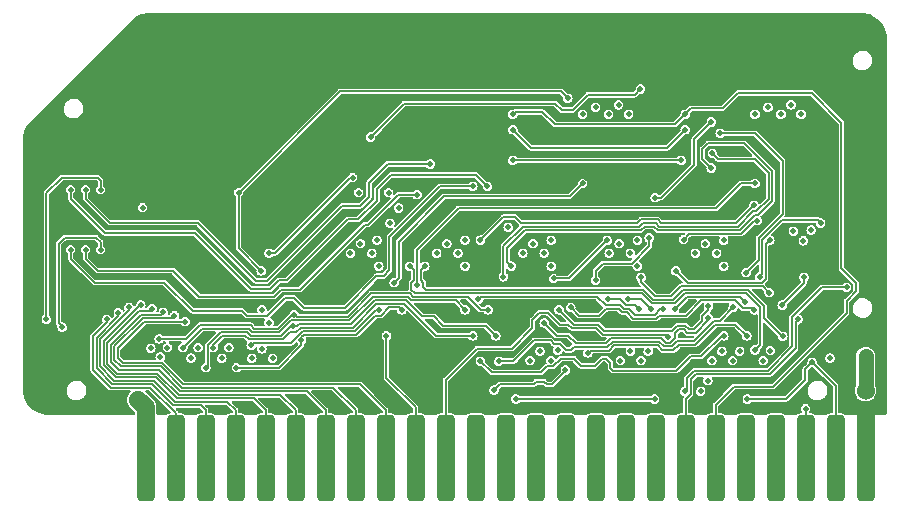
<source format=gbl>
G04 #@! TF.GenerationSoftware,KiCad,Pcbnew,(6.0.10-0)*
G04 #@! TF.CreationDate,2023-01-02T07:20:04-05:00*
G04 #@! TF.ProjectId,RAM128,52414d31-3238-42e6-9b69-6361645f7063,1.0*
G04 #@! TF.SameCoordinates,Original*
G04 #@! TF.FileFunction,Copper,L4,Bot*
G04 #@! TF.FilePolarity,Positive*
%FSLAX46Y46*%
G04 Gerber Fmt 4.6, Leading zero omitted, Abs format (unit mm)*
G04 Created by KiCad (PCBNEW (6.0.10-0)) date 2023-01-02 07:20:04*
%MOMM*%
%LPD*%
G01*
G04 APERTURE LIST*
G04 Aperture macros list*
%AMRoundRect*
0 Rectangle with rounded corners*
0 $1 Rounding radius*
0 $2 $3 $4 $5 $6 $7 $8 $9 X,Y pos of 4 corners*
0 Add a 4 corners polygon primitive as box body*
4,1,4,$2,$3,$4,$5,$6,$7,$8,$9,$2,$3,0*
0 Add four circle primitives for the rounded corners*
1,1,$1+$1,$2,$3*
1,1,$1+$1,$4,$5*
1,1,$1+$1,$6,$7*
1,1,$1+$1,$8,$9*
0 Add four rect primitives between the rounded corners*
20,1,$1+$1,$2,$3,$4,$5,0*
20,1,$1+$1,$4,$5,$6,$7,0*
20,1,$1+$1,$6,$7,$8,$9,0*
20,1,$1+$1,$8,$9,$2,$3,0*%
G04 Aperture macros list end*
G04 #@! TA.AperFunction,SMDPad,CuDef*
%ADD10RoundRect,0.381000X0.381000X3.289000X-0.381000X3.289000X-0.381000X-3.289000X0.381000X-3.289000X0*%
G04 #@! TD*
G04 #@! TA.AperFunction,ViaPad*
%ADD11C,0.500000*%
G04 #@! TD*
G04 #@! TA.AperFunction,ViaPad*
%ADD12C,0.600000*%
G04 #@! TD*
G04 #@! TA.AperFunction,ViaPad*
%ADD13C,1.524000*%
G04 #@! TD*
G04 #@! TA.AperFunction,ViaPad*
%ADD14C,0.800000*%
G04 #@! TD*
G04 #@! TA.AperFunction,Conductor*
%ADD15C,1.270000*%
G04 #@! TD*
G04 #@! TA.AperFunction,Conductor*
%ADD16C,1.524000*%
G04 #@! TD*
G04 #@! TA.AperFunction,Conductor*
%ADD17C,0.150000*%
G04 #@! TD*
G04 APERTURE END LIST*
D10*
X137160000Y-135282000D03*
X134620000Y-135282000D03*
X132080000Y-135282000D03*
X129540000Y-135282000D03*
X127000000Y-135282000D03*
X124460000Y-135282000D03*
X121920000Y-135282000D03*
X119380000Y-135282000D03*
X116840000Y-135282000D03*
X114300000Y-135282000D03*
X111760000Y-135282000D03*
X109220000Y-135282000D03*
X106680000Y-135282000D03*
X104140000Y-135282000D03*
X101600000Y-135282000D03*
X99060000Y-135282000D03*
X96520000Y-135282000D03*
X93980000Y-135282000D03*
X91440000Y-135282000D03*
X88900000Y-135282000D03*
X86360000Y-135282000D03*
X83820000Y-135282000D03*
X81280000Y-135282000D03*
X78740000Y-135282000D03*
X76200000Y-135282000D03*
D11*
X116400000Y-127000000D03*
X117250000Y-126200000D03*
X109000000Y-117100000D03*
X108150000Y-117900000D03*
X109950000Y-117900000D03*
X103250000Y-119000000D03*
X103250000Y-116800000D03*
X101700000Y-117100000D03*
X110550000Y-119000000D03*
X100850000Y-117900000D03*
X110550000Y-116800000D03*
X102650000Y-117900000D03*
X95950000Y-119000000D03*
X94400000Y-117100000D03*
X125150000Y-116800000D03*
X115450000Y-117900000D03*
X123600000Y-117100000D03*
X116300000Y-117100000D03*
X93550000Y-117900000D03*
X95350000Y-117900000D03*
X117850000Y-119000000D03*
X117850000Y-116800000D03*
X117250000Y-117900000D03*
X125150000Y-119000000D03*
X122750000Y-117900000D03*
X124550000Y-117900000D03*
X97627000Y-114077000D03*
X94234000Y-112776000D03*
X96774000Y-112776000D03*
X115400000Y-106150000D03*
X116250000Y-105350000D03*
X113200000Y-106150000D03*
X117100000Y-106150000D03*
X114300000Y-105550000D03*
X128900000Y-105550000D03*
X131700000Y-106150000D03*
X127800000Y-106150000D03*
X130850000Y-105350000D03*
X130000000Y-106150000D03*
X86050000Y-122700000D03*
X86650000Y-123800000D03*
X85200000Y-126800000D03*
X86950000Y-126800000D03*
X86050000Y-126000000D03*
X80050000Y-126800000D03*
X80650000Y-125900000D03*
X82650000Y-126800000D03*
X126500000Y-126200000D03*
X76650000Y-125950000D03*
X123800000Y-128700000D03*
D12*
X137160000Y-126619000D03*
D11*
X83250000Y-125900000D03*
X106900000Y-115700000D03*
X95800000Y-116800000D03*
X125000000Y-126200000D03*
X108750000Y-127000000D03*
X118750000Y-126200000D03*
X111100000Y-126100000D03*
X134150000Y-126800000D03*
X109600000Y-126200000D03*
X124150000Y-127000000D03*
X131900000Y-116850000D03*
X123200000Y-129600000D03*
X128500000Y-127000000D03*
X96901000Y-115379500D03*
X129100000Y-126150000D03*
X110500000Y-127000000D03*
X131050000Y-116050000D03*
X118150000Y-127000000D03*
X132550000Y-115950000D03*
X75946000Y-114046000D03*
D13*
X137160000Y-129540000D03*
D11*
X77450000Y-126700000D03*
X125900000Y-127000000D03*
X78050000Y-125900000D03*
X87630000Y-131318000D03*
X97790000Y-131318000D03*
X107950000Y-131318000D03*
X105410000Y-131318000D03*
X110490000Y-131318000D03*
X113030000Y-131318000D03*
X115570000Y-131318000D03*
X118110000Y-131318000D03*
X100330000Y-131318000D03*
X95250000Y-131318000D03*
X92710000Y-131318000D03*
X90170000Y-131318000D03*
X80010000Y-131318000D03*
X82550000Y-131318000D03*
X102870000Y-131318000D03*
X123190000Y-131318000D03*
X135890000Y-131318000D03*
X133350000Y-131318000D03*
X130810000Y-131318000D03*
X128270000Y-131318000D03*
X125730000Y-131318000D03*
X120650000Y-131318000D03*
X138684000Y-131318000D03*
X133223000Y-97790000D03*
X123063000Y-97790000D03*
X128143000Y-97790000D03*
X97663000Y-97790000D03*
X102743000Y-97790000D03*
X107823000Y-97790000D03*
X87503000Y-97790000D03*
X92583000Y-97790000D03*
X117983000Y-97790000D03*
X138557000Y-99187000D03*
X112903000Y-97790000D03*
X75692000Y-98044000D03*
X77470000Y-131318000D03*
X67437000Y-131191000D03*
X66040000Y-122682000D03*
X74930000Y-131318000D03*
X82423000Y-97790000D03*
X69342000Y-104394000D03*
X72644000Y-101092000D03*
X85090000Y-131318000D03*
X137287000Y-97917000D03*
X66294000Y-107442000D03*
X121900000Y-112000000D03*
X123000000Y-112600000D03*
X124100000Y-112000000D03*
X118100000Y-128500000D03*
X116400000Y-128500000D03*
X117250000Y-129300000D03*
X75150000Y-125950000D03*
X100850000Y-119400000D03*
X107150000Y-124900000D03*
X107750000Y-123800000D03*
X107150000Y-122700000D03*
X93550000Y-119400000D03*
X94400000Y-120200000D03*
X99850000Y-124900000D03*
X100450000Y-123800000D03*
X95250000Y-119400000D03*
X99850000Y-122700000D03*
X115450000Y-119400000D03*
X129650000Y-123800000D03*
X122750000Y-119400000D03*
X129050000Y-122700000D03*
X124450000Y-119400000D03*
X116300000Y-120200000D03*
X122350000Y-123800000D03*
X117150000Y-119400000D03*
X121750000Y-122700000D03*
X108150000Y-119400000D03*
X109000000Y-120200000D03*
X109850000Y-119400000D03*
X101700000Y-120200000D03*
X102550000Y-119400000D03*
X110350000Y-126100000D03*
X77724000Y-102108000D03*
X77025500Y-100774500D03*
X77724000Y-99441000D03*
X86614000Y-112776000D03*
X86614000Y-115443000D03*
X112000000Y-125600000D03*
X115050000Y-127350000D03*
X118000000Y-126200000D03*
X126150000Y-125100000D03*
X77343000Y-97790000D03*
X69850000Y-131318000D03*
X109600000Y-106450000D03*
X115400000Y-107650000D03*
X109500000Y-112000000D03*
X117100000Y-107650000D03*
X107300000Y-112000000D03*
X108400000Y-112600000D03*
X116250000Y-108450000D03*
X106150000Y-108600000D03*
X130850000Y-108450000D03*
X131700000Y-107650000D03*
X130000000Y-107650000D03*
X80200000Y-119000000D03*
X79600000Y-117900000D03*
X80200000Y-116800000D03*
X86900000Y-128300000D03*
X82550000Y-128500000D03*
X79950000Y-128500000D03*
X85150000Y-128500000D03*
X104000000Y-105900000D03*
X101250000Y-107700000D03*
X97550000Y-103550000D03*
X127050000Y-109450000D03*
X76200000Y-107442000D03*
X92850000Y-122050000D03*
X88500000Y-119100000D03*
X82700000Y-109250000D03*
X84850000Y-108900000D03*
X86550000Y-109600000D03*
X92900000Y-108500000D03*
X124500000Y-114850000D03*
X121350000Y-114700000D03*
X107950000Y-113600000D03*
X124850000Y-122400000D03*
X120200000Y-104700000D03*
X119100000Y-104400000D03*
X121300000Y-105000000D03*
X110200000Y-107900000D03*
X66167000Y-129921000D03*
X66040000Y-117602000D03*
X66040000Y-112522000D03*
X66040000Y-127762000D03*
X138684000Y-104267000D03*
X138684000Y-109347000D03*
X138684000Y-114427000D03*
X138684000Y-119507000D03*
X138684000Y-124587000D03*
X138684000Y-129667000D03*
X68580000Y-125222000D03*
X68580000Y-109982000D03*
X71120000Y-127762000D03*
X73660000Y-109982000D03*
X76200000Y-112522000D03*
X73660000Y-104902000D03*
X76200000Y-102362000D03*
X133050000Y-106400000D03*
X134350000Y-106800000D03*
X118500000Y-112650000D03*
X117650000Y-112100000D03*
X136144000Y-111887000D03*
X136144000Y-116967000D03*
X99822000Y-127127000D03*
X94869000Y-126365000D03*
X104750000Y-110850000D03*
X89662000Y-127635000D03*
X89400000Y-126450000D03*
X86650000Y-122300000D03*
X114300000Y-124900000D03*
X121300000Y-127000000D03*
X125000000Y-129300000D03*
X130250000Y-129600000D03*
X133850000Y-119450000D03*
X114400000Y-122700000D03*
X120650000Y-128700000D03*
X74350000Y-126600000D03*
X72450000Y-129200000D03*
X71550000Y-130300000D03*
D14*
X135763000Y-129159000D03*
D11*
X125850000Y-128650000D03*
D14*
X134366000Y-127635000D03*
D11*
X108750000Y-128500000D03*
X128950000Y-124850000D03*
X131050000Y-119150000D03*
X131900000Y-118350000D03*
X101100000Y-116550000D03*
X120967500Y-120459500D03*
X128400000Y-128700000D03*
X120100000Y-129600000D03*
X134450000Y-118550000D03*
X113000000Y-128700000D03*
X121900000Y-126150000D03*
X115050000Y-123800000D03*
X109600000Y-129300000D03*
X88350000Y-122200000D03*
X121550000Y-124850000D03*
X110450000Y-128500000D03*
X112400000Y-129600000D03*
X131000000Y-128700000D03*
D14*
X135509000Y-126619000D03*
D11*
X79550000Y-123700000D03*
X78650000Y-123200000D03*
X107300000Y-107450000D03*
X121900000Y-107450000D03*
X83900000Y-127600000D03*
X97900000Y-122700000D03*
X89400000Y-125300000D03*
X81300000Y-127600000D03*
X105850000Y-124900000D03*
X88700000Y-124100000D03*
X107300000Y-110050000D03*
X121550000Y-110050000D03*
X105200000Y-122700000D03*
X77350000Y-125150000D03*
X88800000Y-123100000D03*
X73900000Y-122950000D03*
X77700000Y-122900000D03*
X72900000Y-123500000D03*
X74800000Y-122500000D03*
X75800000Y-122300000D03*
X76750000Y-122600000D03*
D13*
X75565000Y-130302000D03*
D11*
X109950000Y-123800000D03*
X123850000Y-123400000D03*
X105700000Y-129500000D03*
X123850000Y-122400000D03*
X111200000Y-122700000D03*
X111750000Y-127800000D03*
X107300000Y-106150000D03*
X121900000Y-106150000D03*
X131450000Y-123500000D03*
X120450000Y-125000000D03*
X96600000Y-124900000D03*
X132080000Y-131064000D03*
X132650000Y-127150000D03*
X127150000Y-130250000D03*
X69850000Y-112522000D03*
X105150000Y-112250000D03*
X84074000Y-112776000D03*
X86000000Y-119400000D03*
X111950000Y-104800000D03*
X130100000Y-122300000D03*
X118100000Y-104000000D03*
X95250000Y-108077000D03*
X131950000Y-119950000D03*
X119350000Y-113200000D03*
X124100000Y-106800000D03*
X115300000Y-116800000D03*
X110750000Y-120050000D03*
X124200000Y-109450000D03*
X106500000Y-119900000D03*
X107150000Y-119000000D03*
X124100000Y-110700000D03*
X127050000Y-119550000D03*
X124850000Y-107750000D03*
X104550000Y-127050000D03*
X125150000Y-124900000D03*
X125950000Y-122500000D03*
X106100000Y-127050000D03*
X113650000Y-126350000D03*
X127100000Y-124900000D03*
X127750000Y-122700000D03*
X112200000Y-122500000D03*
X118150000Y-119950000D03*
X129000000Y-121250000D03*
X129050000Y-116800000D03*
X121100000Y-119400000D03*
X121750000Y-116750000D03*
X104550000Y-116800000D03*
X127700000Y-113850000D03*
X128000000Y-115150000D03*
X99200000Y-120600000D03*
X127800000Y-112000000D03*
X113200000Y-112000000D03*
X97250000Y-120400000D03*
X93726000Y-111506000D03*
X86650000Y-117900000D03*
X119300000Y-130250000D03*
X114300000Y-120200000D03*
X107550000Y-130250000D03*
X118850000Y-116600000D03*
X127800000Y-126100000D03*
X98550000Y-119000000D03*
X115350000Y-121800000D03*
X118000000Y-122650000D03*
X119000000Y-122650000D03*
X117050000Y-121800000D03*
X99200000Y-112950000D03*
X71120000Y-117602000D03*
X69850000Y-117602000D03*
X103900000Y-112250000D03*
X104350000Y-121800000D03*
X120000000Y-122650000D03*
X128200000Y-119900000D03*
X133350000Y-115350000D03*
X71120000Y-112522000D03*
X126950000Y-122050000D03*
X121000000Y-122650000D03*
X100300000Y-110350000D03*
X81950000Y-125900000D03*
X103900000Y-124900000D03*
X79350000Y-125900000D03*
X103250000Y-122700000D03*
X130150000Y-124950000D03*
X99850000Y-119000000D03*
X121850000Y-129600000D03*
X135550000Y-120800000D03*
X67800000Y-123500000D03*
X72390000Y-112522000D03*
X85150000Y-125700000D03*
X95950000Y-122700000D03*
X72390000Y-117602000D03*
X69150000Y-124175500D03*
D15*
X137160000Y-129540000D02*
X137160000Y-126619000D01*
D16*
X137160000Y-135382000D02*
X137160000Y-131445000D01*
D17*
X77600000Y-127200000D02*
X74250000Y-127200000D01*
X73850000Y-126800000D02*
X73850000Y-125950000D01*
X73850000Y-125950000D02*
X76100000Y-123700000D01*
X96520000Y-135282000D02*
X96520000Y-131191000D01*
X79400000Y-129000000D02*
X77600000Y-127200000D01*
X96520000Y-131191000D02*
X94329000Y-129000000D01*
X76100000Y-123700000D02*
X79550000Y-123700000D01*
X74250000Y-127200000D02*
X73850000Y-126800000D01*
X94329000Y-129000000D02*
X79400000Y-129000000D01*
X73550000Y-126950000D02*
X73550000Y-125800000D01*
X78450000Y-123400000D02*
X75950000Y-123400000D01*
X93980000Y-131191000D02*
X93980000Y-135282000D01*
X92089000Y-129300000D02*
X93980000Y-131191000D01*
X79275000Y-129300000D02*
X92089000Y-129300000D01*
X73550000Y-126950000D02*
X74100000Y-127500000D01*
X75950000Y-123400000D02*
X73550000Y-125800000D01*
X74100000Y-127500000D02*
X77475000Y-127500000D01*
X77475000Y-127500000D02*
X79275000Y-129300000D01*
X78650000Y-123200000D02*
X78450000Y-123400000D01*
X121900000Y-107450000D02*
X120350000Y-109000000D01*
X108850000Y-109000000D02*
X107300000Y-107450000D01*
X120350000Y-109000000D02*
X108850000Y-109000000D01*
X89400000Y-125300000D02*
X89400000Y-125700000D01*
X89400000Y-125300000D02*
X89400000Y-125025000D01*
X89625000Y-124800000D02*
X94050000Y-124800000D01*
X87500000Y-127600000D02*
X83900000Y-127600000D01*
X96850000Y-122500000D02*
X97700000Y-122500000D01*
X96150000Y-123200000D02*
X96850000Y-122500000D01*
X89400000Y-125025000D02*
X89625000Y-124800000D01*
X95650000Y-123200000D02*
X96150000Y-123200000D01*
X94050000Y-124800000D02*
X95650000Y-123200000D01*
X97700000Y-122500000D02*
X97900000Y-122700000D01*
X89400000Y-125700000D02*
X87500000Y-127600000D01*
X85100000Y-124900000D02*
X84800000Y-124600000D01*
X101400000Y-124050000D02*
X105000000Y-124050000D01*
X89000000Y-124100000D02*
X89200000Y-123900000D01*
X87675000Y-124900000D02*
X85100000Y-124900000D01*
X88475000Y-124100000D02*
X87675000Y-124900000D01*
X88700000Y-124100000D02*
X89000000Y-124100000D01*
X100600000Y-123250000D02*
X101400000Y-124050000D01*
X84800000Y-124600000D02*
X82550000Y-124600000D01*
X93600000Y-123900000D02*
X95600000Y-121900000D01*
X82550000Y-124600000D02*
X81450000Y-125700000D01*
X105000000Y-124050000D02*
X105850000Y-124900000D01*
X81450000Y-127450000D02*
X81300000Y-127600000D01*
X95600000Y-121900000D02*
X98250000Y-121900000D01*
X81450000Y-125700000D02*
X81450000Y-127450000D01*
X98250000Y-121900000D02*
X99600000Y-123250000D01*
X88700000Y-124100000D02*
X88475000Y-124100000D01*
X99600000Y-123250000D02*
X100600000Y-123250000D01*
X89200000Y-123900000D02*
X93600000Y-123900000D01*
X103475000Y-121600000D02*
X104575000Y-122700000D01*
X88800000Y-123100000D02*
X89000000Y-123300000D01*
X85400000Y-124300000D02*
X87400000Y-124300000D01*
X79650000Y-125150000D02*
X80800000Y-124000000D01*
X87400000Y-124300000D02*
X88600000Y-123100000D01*
X88600000Y-123100000D02*
X88800000Y-123100000D01*
X89000000Y-123300000D02*
X93300000Y-123300000D01*
X98850000Y-121600000D02*
X103475000Y-121600000D01*
X80800000Y-124000000D02*
X85100000Y-124000000D01*
X77350000Y-125150000D02*
X79650000Y-125150000D01*
X121550000Y-110050000D02*
X107300000Y-110050000D01*
X93300000Y-123300000D02*
X95300000Y-121300000D01*
X95300000Y-121300000D02*
X98550000Y-121300000D01*
X104575000Y-122700000D02*
X105200000Y-122700000D01*
X85100000Y-124000000D02*
X85400000Y-124300000D01*
X98550000Y-121300000D02*
X98850000Y-121600000D01*
X76750000Y-129000000D02*
X73400000Y-129000000D01*
X73400000Y-129000000D02*
X72050000Y-127650000D01*
X78550000Y-130800000D02*
X76750000Y-129000000D01*
X73900000Y-123200000D02*
X73900000Y-122950000D01*
X81280000Y-135282000D02*
X81280000Y-131191000D01*
X81280000Y-131191000D02*
X80889000Y-130800000D01*
X72050000Y-125050000D02*
X73900000Y-123200000D01*
X80889000Y-130800000D02*
X78550000Y-130800000D01*
X72050000Y-125050000D02*
X72050000Y-127650000D01*
X77500000Y-123100000D02*
X75800000Y-123100000D01*
X77700000Y-122900000D02*
X77500000Y-123100000D01*
X77337500Y-127800000D02*
X79137500Y-129600000D01*
X73250000Y-127100000D02*
X73950000Y-127800000D01*
X75800000Y-123100000D02*
X73250000Y-125650000D01*
X73250000Y-125650000D02*
X73250000Y-127100000D01*
X91440000Y-131191000D02*
X91440000Y-135282000D01*
X79137500Y-129600000D02*
X89849000Y-129600000D01*
X73950000Y-127800000D02*
X77337500Y-127800000D01*
X89849000Y-129600000D02*
X91440000Y-131191000D01*
X72900000Y-123500000D02*
X72900000Y-123750000D01*
X78740000Y-131440000D02*
X78740000Y-135282000D01*
X72900000Y-123750000D02*
X71750000Y-124900000D01*
X71750000Y-124900000D02*
X71750000Y-127800000D01*
X73250000Y-129300000D02*
X76600000Y-129300000D01*
X76600000Y-129300000D02*
X78740000Y-131440000D01*
X71750000Y-127800000D02*
X73250000Y-129300000D01*
X72350000Y-127500000D02*
X72350000Y-125200000D01*
X78700000Y-130500000D02*
X83129000Y-130500000D01*
X72350000Y-127500000D02*
X73550000Y-128700000D01*
X74800000Y-122750000D02*
X72350000Y-125200000D01*
X76900000Y-128700000D02*
X78700000Y-130500000D01*
X74800000Y-122500000D02*
X74800000Y-122750000D01*
X73550000Y-128700000D02*
X76900000Y-128700000D01*
X83129000Y-130500000D02*
X83820000Y-131191000D01*
X83820000Y-131191000D02*
X83820000Y-135282000D01*
X73675000Y-128400000D02*
X77050000Y-128400000D01*
X75700000Y-122300000D02*
X72650000Y-125350000D01*
X72650000Y-127375000D02*
X73675000Y-128400000D01*
X86360000Y-131191000D02*
X86360000Y-135282000D01*
X78850000Y-130200000D02*
X85369000Y-130200000D01*
X75800000Y-122300000D02*
X75700000Y-122300000D01*
X85369000Y-130200000D02*
X86360000Y-131191000D01*
X77050000Y-128400000D02*
X78850000Y-130200000D01*
X72650000Y-125350000D02*
X72650000Y-127375000D01*
X88900000Y-131191000D02*
X88900000Y-135282000D01*
X87609000Y-129900000D02*
X88900000Y-131191000D01*
X72950000Y-125500000D02*
X72950000Y-127250000D01*
X79000000Y-129900000D02*
X87609000Y-129900000D01*
X72950000Y-127250000D02*
X73800000Y-128100000D01*
X73800000Y-128100000D02*
X77200000Y-128100000D01*
X75650000Y-122800000D02*
X72950000Y-125500000D01*
X76750000Y-122600000D02*
X76550000Y-122800000D01*
X77200000Y-128100000D02*
X79000000Y-129900000D01*
X76550000Y-122800000D02*
X75650000Y-122800000D01*
D16*
X75565000Y-130302000D02*
X76200000Y-130937000D01*
X76200000Y-130937000D02*
X76200000Y-135282000D01*
D17*
X121050000Y-124650000D02*
X121050000Y-125075000D01*
X120625000Y-125500000D02*
X120250000Y-125500000D01*
X111050000Y-124900000D02*
X109950000Y-123800000D01*
X115150000Y-125550000D02*
X112650000Y-125550000D01*
X115600000Y-125100000D02*
X115150000Y-125550000D01*
X121050000Y-125075000D02*
X120625000Y-125500000D01*
X112650000Y-125550000D02*
X112000000Y-124900000D01*
X119850000Y-125100000D02*
X115600000Y-125100000D01*
X120250000Y-125500000D02*
X119850000Y-125100000D01*
X122800000Y-124650000D02*
X122050000Y-124650000D01*
X122050000Y-124650000D02*
X121750000Y-124350000D01*
X121350000Y-124350000D02*
X121050000Y-124650000D01*
X112000000Y-124900000D02*
X111050000Y-124900000D01*
X123850000Y-123400000D02*
X123850000Y-123600000D01*
X123850000Y-123600000D02*
X122800000Y-124650000D01*
X121750000Y-124350000D02*
X121350000Y-124350000D01*
X123350000Y-123650000D02*
X122650000Y-124350000D01*
X121900000Y-124050000D02*
X121200000Y-124050000D01*
X123350000Y-123200000D02*
X123350000Y-123650000D01*
X121200000Y-124050000D02*
X120750000Y-124500000D01*
X112450000Y-123950000D02*
X111200000Y-122700000D01*
X110150000Y-129000000D02*
X110650000Y-129000000D01*
X122200000Y-124350000D02*
X121900000Y-124050000D01*
X115050000Y-124500000D02*
X114500000Y-123950000D01*
X110650000Y-129000000D02*
X111750000Y-127900000D01*
X111750000Y-127900000D02*
X111750000Y-127800000D01*
X109250000Y-128800000D02*
X109950000Y-128800000D01*
X123850000Y-122400000D02*
X123850000Y-122700000D01*
X123850000Y-122700000D02*
X123350000Y-123200000D01*
X114500000Y-123950000D02*
X112450000Y-123950000D01*
X106200000Y-129000000D02*
X109050000Y-129000000D01*
X109050000Y-129000000D02*
X109250000Y-128800000D01*
X105700000Y-129500000D02*
X106200000Y-129000000D01*
X122650000Y-124350000D02*
X122200000Y-124350000D01*
X109950000Y-128800000D02*
X110150000Y-129000000D01*
X120750000Y-124500000D02*
X115050000Y-124500000D01*
X107300000Y-106150000D02*
X107500000Y-105950000D01*
X107500000Y-105950000D02*
X109800000Y-105950000D01*
X109800000Y-105950000D02*
X110850000Y-107000000D01*
X136350000Y-121150000D02*
X136350000Y-120450000D01*
X135550000Y-121950000D02*
X136350000Y-121150000D01*
X132600000Y-104350000D02*
X126350000Y-104350000D01*
X125050000Y-105650000D02*
X122400000Y-105650000D01*
X124460000Y-130740000D02*
X126000000Y-129200000D01*
X135550000Y-123000000D02*
X135550000Y-121950000D01*
X129350000Y-129200000D02*
X135550000Y-123000000D01*
X121050000Y-107000000D02*
X121900000Y-106150000D01*
X136350000Y-120450000D02*
X135100000Y-119200000D01*
X124460000Y-135282000D02*
X124460000Y-130740000D01*
X135100000Y-119200000D02*
X135100000Y-106850000D01*
X126000000Y-129200000D02*
X129350000Y-129200000D01*
X122400000Y-105650000D02*
X121900000Y-106150000D01*
X110850000Y-107000000D02*
X121050000Y-107000000D01*
X135100000Y-106850000D02*
X132600000Y-104350000D01*
X126350000Y-104350000D02*
X125050000Y-105650000D01*
X122800000Y-128150000D02*
X129050000Y-128150000D01*
X131250000Y-125950000D02*
X131250000Y-123700000D01*
X122350000Y-129850000D02*
X122350000Y-128600000D01*
X129050000Y-128150000D02*
X131250000Y-125950000D01*
X121920000Y-130280000D02*
X122350000Y-129850000D01*
X121920000Y-135282000D02*
X121920000Y-130280000D01*
X122350000Y-128600000D02*
X122800000Y-128150000D01*
X131250000Y-123700000D02*
X131450000Y-123500000D01*
X101600000Y-128650000D02*
X101600000Y-135282000D01*
X112300000Y-124250000D02*
X112000000Y-123950000D01*
X120250000Y-124800000D02*
X114900000Y-124800000D01*
X107200000Y-126000000D02*
X104250000Y-126000000D01*
X108950000Y-123550000D02*
X108950000Y-124250000D01*
X110250000Y-122950000D02*
X109550000Y-122950000D01*
X114350000Y-124250000D02*
X112300000Y-124250000D01*
X109550000Y-122950000D02*
X108950000Y-123550000D01*
X111250000Y-123950000D02*
X110250000Y-122950000D01*
X112000000Y-123950000D02*
X111250000Y-123950000D01*
X120450000Y-125000000D02*
X120250000Y-124800000D01*
X114900000Y-124800000D02*
X114350000Y-124250000D01*
X108950000Y-124250000D02*
X107200000Y-126000000D01*
X104250000Y-126000000D02*
X101600000Y-128650000D01*
X99060000Y-130960000D02*
X96600000Y-128500000D01*
X99060000Y-135282000D02*
X99060000Y-130960000D01*
X96600000Y-128500000D02*
X96600000Y-124900000D01*
X132080000Y-135382000D02*
X132080000Y-131064000D01*
X132650000Y-127150000D02*
X132050000Y-127750000D01*
X80386000Y-116200000D02*
X85136000Y-120950000D01*
X72766000Y-116200000D02*
X80386000Y-116200000D01*
X87500000Y-120200000D02*
X88150000Y-120200000D01*
X95800000Y-112450000D02*
X96950000Y-111300000D01*
X132650000Y-127150000D02*
X134620000Y-129120000D01*
X134620000Y-129120000D02*
X134620000Y-135282000D01*
X130450000Y-130250000D02*
X127150000Y-130250000D01*
X104200000Y-111300000D02*
X105150000Y-112250000D01*
X132050000Y-127750000D02*
X132050000Y-128650000D01*
X94200000Y-115050000D02*
X95800000Y-113450000D01*
X132050000Y-128650000D02*
X130450000Y-130250000D01*
X69850000Y-113284000D02*
X72766000Y-116200000D01*
X96950000Y-111300000D02*
X104200000Y-111300000D01*
X86750000Y-120950000D02*
X87500000Y-120200000D01*
X85136000Y-120950000D02*
X86750000Y-120950000D01*
X69850000Y-112522000D02*
X69850000Y-113284000D01*
X93300000Y-115050000D02*
X94200000Y-115050000D01*
X88150000Y-120200000D02*
X93300000Y-115050000D01*
X95800000Y-113450000D02*
X95800000Y-112450000D01*
X84074000Y-117474000D02*
X84074000Y-112776000D01*
X93150000Y-104200000D02*
X92650000Y-104200000D01*
X93150000Y-104200000D02*
X111350000Y-104200000D01*
X92650000Y-104200000D02*
X84074000Y-112776000D01*
X86000000Y-119400000D02*
X84074000Y-117474000D01*
X111350000Y-104200000D02*
X111950000Y-104800000D01*
X118100000Y-104000000D02*
X117600000Y-104500000D01*
X113650000Y-104500000D02*
X112350000Y-105800000D01*
X131950000Y-119950000D02*
X131950000Y-120450000D01*
X98077000Y-105250000D02*
X95250000Y-108077000D01*
X112350000Y-105800000D02*
X111450000Y-105800000D01*
X131950000Y-120450000D02*
X130100000Y-122300000D01*
X110900000Y-105250000D02*
X98077000Y-105250000D01*
X111450000Y-105800000D02*
X110900000Y-105250000D01*
X117600000Y-104500000D02*
X113650000Y-104500000D01*
X115300000Y-116800000D02*
X112050000Y-120050000D01*
X112050000Y-120050000D02*
X110750000Y-120050000D01*
X122650000Y-108250000D02*
X124100000Y-106800000D01*
X119350000Y-113200000D02*
X119850000Y-113200000D01*
X122650000Y-110400000D02*
X122650000Y-108250000D01*
X119850000Y-113200000D02*
X122650000Y-110400000D01*
X126350000Y-115650000D02*
X127650000Y-114350000D01*
X128950000Y-111100000D02*
X127800000Y-109950000D01*
X119700000Y-115650000D02*
X126350000Y-115650000D01*
X118000000Y-115650000D02*
X118300000Y-115350000D01*
X119400000Y-115350000D02*
X119700000Y-115650000D01*
X127650000Y-114350000D02*
X127900000Y-114350000D01*
X128950000Y-113300000D02*
X128950000Y-111100000D01*
X106500000Y-119900000D02*
X106500000Y-117300000D01*
X124700000Y-109950000D02*
X124200000Y-109450000D01*
X118300000Y-115350000D02*
X119400000Y-115350000D01*
X127900000Y-114350000D02*
X128950000Y-113300000D01*
X127800000Y-109950000D02*
X124700000Y-109950000D01*
X108150000Y-115650000D02*
X118000000Y-115650000D01*
X106500000Y-117300000D02*
X108150000Y-115650000D01*
X108300000Y-115950000D02*
X106800000Y-117450000D01*
X129250000Y-110950000D02*
X129250000Y-113450000D01*
X124100000Y-110700000D02*
X123350000Y-109950000D01*
X123800000Y-108600000D02*
X126900000Y-108600000D01*
X126500000Y-115950000D02*
X119550000Y-115950000D01*
X119250000Y-115650000D02*
X118450000Y-115650000D01*
X128050000Y-114650000D02*
X127800000Y-114650000D01*
X123350000Y-109950000D02*
X123350000Y-109050000D01*
X127800000Y-114650000D02*
X126500000Y-115950000D01*
X106800000Y-118650000D02*
X107150000Y-119000000D01*
X123350000Y-109050000D02*
X123800000Y-108600000D01*
X118450000Y-115650000D02*
X118150000Y-115950000D01*
X118150000Y-115950000D02*
X108300000Y-115950000D01*
X126900000Y-108600000D02*
X129250000Y-110950000D01*
X106800000Y-117450000D02*
X106800000Y-118650000D01*
X119550000Y-115950000D02*
X119250000Y-115650000D01*
X129250000Y-113450000D02*
X128050000Y-114650000D01*
X130150000Y-114550000D02*
X128100000Y-116600000D01*
X124850000Y-107750000D02*
X127800000Y-107750000D01*
X128100000Y-116600000D02*
X128100000Y-118500000D01*
X128100000Y-118500000D02*
X127050000Y-119550000D01*
X130150000Y-110100000D02*
X130150000Y-114550000D01*
X127800000Y-107750000D02*
X130150000Y-110100000D01*
X105500000Y-128000000D02*
X109700000Y-128000000D01*
X114850000Y-126850000D02*
X115225000Y-126850000D01*
X115225000Y-126850000D02*
X115550000Y-127175000D01*
X110700000Y-127500000D02*
X111350000Y-126850000D01*
X114250000Y-127450000D02*
X114850000Y-126850000D01*
X112500000Y-126850000D02*
X113100000Y-127450000D01*
X113100000Y-127450000D02*
X114250000Y-127450000D01*
X122350000Y-126650000D02*
X123250000Y-126650000D01*
X110200000Y-127500000D02*
X110700000Y-127500000D01*
X115750000Y-127850000D02*
X121150000Y-127850000D01*
X123250000Y-126650000D02*
X125000000Y-124900000D01*
X109700000Y-128000000D02*
X110200000Y-127500000D01*
X115550000Y-127650000D02*
X115750000Y-127850000D01*
X111350000Y-126850000D02*
X112500000Y-126850000D01*
X115550000Y-127175000D02*
X115550000Y-127650000D01*
X121150000Y-127850000D02*
X122350000Y-126650000D01*
X104550000Y-127050000D02*
X105500000Y-128000000D01*
X125000000Y-124900000D02*
X125150000Y-124900000D01*
X124800000Y-123650000D02*
X124300000Y-123650000D01*
X120750000Y-125800000D02*
X120100000Y-125800000D01*
X111800000Y-126100000D02*
X111300000Y-125600000D01*
X124300000Y-123650000D02*
X122600000Y-125350000D01*
X121200000Y-125350000D02*
X120750000Y-125800000D01*
X125950000Y-122500000D02*
X124800000Y-123650000D01*
X115750000Y-125400000D02*
X115300000Y-125850000D01*
X107350000Y-127050000D02*
X106100000Y-127050000D01*
X112450000Y-125850000D02*
X112200000Y-126100000D01*
X109100000Y-125300000D02*
X107350000Y-127050000D01*
X112200000Y-126100000D02*
X111800000Y-126100000D01*
X122600000Y-125350000D02*
X121200000Y-125350000D01*
X110500000Y-125300000D02*
X109100000Y-125300000D01*
X120100000Y-125800000D02*
X119700000Y-125400000D01*
X115300000Y-125850000D02*
X112450000Y-125850000D01*
X110800000Y-125600000D02*
X110500000Y-125300000D01*
X111300000Y-125600000D02*
X110800000Y-125600000D01*
X119700000Y-125400000D02*
X115750000Y-125400000D01*
X124450000Y-123950000D02*
X126150000Y-123950000D01*
X119550000Y-125700000D02*
X119950000Y-126100000D01*
X115450000Y-126150000D02*
X115900000Y-125700000D01*
X121350000Y-125650000D02*
X122750000Y-125650000D01*
X119950000Y-126100000D02*
X120900000Y-126100000D01*
X113850000Y-126150000D02*
X115450000Y-126150000D01*
X115900000Y-125700000D02*
X119550000Y-125700000D01*
X120900000Y-126100000D02*
X121350000Y-125650000D01*
X122750000Y-125650000D02*
X124450000Y-123950000D01*
X126150000Y-123950000D02*
X127100000Y-124900000D01*
X113650000Y-126350000D02*
X113850000Y-126150000D01*
X121950000Y-123200000D02*
X123250000Y-121900000D01*
X126750000Y-122550000D02*
X127600000Y-122550000D01*
X115200000Y-122600000D02*
X116250000Y-122600000D01*
X116550000Y-122900000D02*
X116950000Y-122900000D01*
X126100000Y-121900000D02*
X126750000Y-122550000D01*
X114600000Y-123200000D02*
X115200000Y-122600000D01*
X116950000Y-122900000D02*
X117500000Y-123450000D01*
X119700000Y-123200000D02*
X121950000Y-123200000D01*
X112200000Y-122500000D02*
X112900000Y-123200000D01*
X117500000Y-123450000D02*
X119450000Y-123450000D01*
X119450000Y-123450000D02*
X119700000Y-123200000D01*
X123250000Y-121900000D02*
X126100000Y-121900000D01*
X116250000Y-122600000D02*
X116550000Y-122900000D01*
X112900000Y-123200000D02*
X114600000Y-123200000D01*
X127600000Y-122550000D02*
X127750000Y-122700000D01*
X119350000Y-121550000D02*
X118150000Y-120350000D01*
X120700000Y-121550000D02*
X119350000Y-121550000D01*
X129000000Y-121250000D02*
X128450000Y-120700000D01*
X121550000Y-120700000D02*
X120700000Y-121550000D01*
X118150000Y-120350000D02*
X118150000Y-119950000D01*
X128450000Y-120700000D02*
X121550000Y-120700000D01*
X128400000Y-120400000D02*
X122100000Y-120400000D01*
X122100000Y-120400000D02*
X121100000Y-119400000D01*
X128700000Y-117150000D02*
X128700000Y-120100000D01*
X128700000Y-120100000D02*
X128400000Y-120400000D01*
X129050000Y-116800000D02*
X128700000Y-117150000D01*
X107500000Y-114850000D02*
X106500000Y-114850000D01*
X122250000Y-116250000D02*
X121750000Y-116750000D01*
X128000000Y-115150000D02*
X127750000Y-115150000D01*
X127750000Y-115150000D02*
X126650000Y-116250000D01*
X127700000Y-113850000D02*
X126200000Y-115350000D01*
X106500000Y-114850000D02*
X104550000Y-116800000D01*
X108000000Y-115350000D02*
X107500000Y-114850000D01*
X119550000Y-115050000D02*
X118150000Y-115050000D01*
X117850000Y-115350000D02*
X108000000Y-115350000D01*
X126200000Y-115350000D02*
X119850000Y-115350000D01*
X119850000Y-115350000D02*
X119550000Y-115050000D01*
X126650000Y-116250000D02*
X122250000Y-116250000D01*
X118150000Y-115050000D02*
X117850000Y-115350000D01*
X99200000Y-117600000D02*
X99200000Y-120600000D01*
X127800000Y-112000000D02*
X126600000Y-112000000D01*
X102700000Y-114100000D02*
X99200000Y-117600000D01*
X124500000Y-114100000D02*
X102700000Y-114100000D01*
X126600000Y-112000000D02*
X124500000Y-114100000D01*
X101475000Y-113100000D02*
X112100000Y-113100000D01*
X112100000Y-113100000D02*
X113200000Y-112000000D01*
X97250000Y-120400000D02*
X97650000Y-120000000D01*
X97650000Y-116925000D02*
X101475000Y-113100000D01*
X97650000Y-120000000D02*
X97650000Y-116925000D01*
X119300000Y-130250000D02*
X107550000Y-130250000D01*
X118850000Y-116600000D02*
X118850000Y-117300000D01*
X93544000Y-111506000D02*
X93726000Y-111506000D01*
X118850000Y-117300000D02*
X117350000Y-118800000D01*
X117350000Y-118800000D02*
X114900000Y-118800000D01*
X86650000Y-117900000D02*
X87150000Y-117900000D01*
X114300000Y-119400000D02*
X114300000Y-120200000D01*
X87150000Y-117900000D02*
X93544000Y-111506000D01*
X114900000Y-118800000D02*
X114300000Y-119400000D01*
X127050000Y-121300000D02*
X121850000Y-121300000D01*
X98700000Y-121000000D02*
X98700000Y-120400000D01*
X99000000Y-121300000D02*
X98700000Y-121000000D01*
X128250000Y-125650000D02*
X128250000Y-122500000D01*
X98900000Y-120200000D02*
X98900000Y-119350000D01*
X119050000Y-122150000D02*
X118200000Y-121300000D01*
X127800000Y-126100000D02*
X128250000Y-125650000D01*
X98700000Y-120400000D02*
X98900000Y-120200000D01*
X128250000Y-122500000D02*
X127050000Y-121300000D01*
X121000000Y-122150000D02*
X119050000Y-122150000D01*
X98900000Y-119350000D02*
X98550000Y-119000000D01*
X121850000Y-121300000D02*
X121000000Y-122150000D01*
X118200000Y-121300000D02*
X99000000Y-121300000D01*
X116850000Y-122300000D02*
X117650000Y-122300000D01*
X116350000Y-121800000D02*
X116850000Y-122300000D01*
X115350000Y-121800000D02*
X116350000Y-121800000D01*
X117650000Y-122300000D02*
X118000000Y-122650000D01*
X119000000Y-122650000D02*
X118150000Y-121800000D01*
X118150000Y-121800000D02*
X117050000Y-121800000D01*
X78530000Y-119380000D02*
X80750000Y-121600000D01*
X95050000Y-115500000D02*
X97600000Y-112950000D01*
X94750000Y-115500000D02*
X95050000Y-115500000D01*
X80750000Y-121600000D02*
X87050000Y-121600000D01*
X87050000Y-121600000D02*
X87650000Y-121000000D01*
X71120000Y-118364000D02*
X72136000Y-119380000D01*
X71120000Y-117602000D02*
X71120000Y-118364000D01*
X89250000Y-121000000D02*
X94750000Y-115500000D01*
X97600000Y-112950000D02*
X99200000Y-112950000D01*
X72136000Y-119380000D02*
X78530000Y-119380000D01*
X87650000Y-121000000D02*
X89250000Y-121000000D01*
X101100000Y-112250000D02*
X103900000Y-112250000D01*
X69850000Y-117602000D02*
X69850000Y-118364000D01*
X86500000Y-123200000D02*
X88000000Y-121700000D01*
X96850000Y-116500000D02*
X101100000Y-112250000D01*
X95750000Y-119850000D02*
X96350000Y-119850000D01*
X77796000Y-120396000D02*
X80200000Y-122800000D01*
X89600000Y-122550000D02*
X93050000Y-122550000D01*
X93050000Y-122550000D02*
X95750000Y-119850000D01*
X84800000Y-123200000D02*
X86500000Y-123200000D01*
X84400000Y-122800000D02*
X84800000Y-123200000D01*
X96850000Y-119350000D02*
X96850000Y-116500000D01*
X80200000Y-122800000D02*
X84400000Y-122800000D01*
X69850000Y-118364000D02*
X71882000Y-120396000D01*
X88000000Y-121700000D02*
X88750000Y-121700000D01*
X71882000Y-120396000D02*
X77796000Y-120396000D01*
X88750000Y-121700000D02*
X89600000Y-122550000D01*
X96350000Y-119850000D02*
X96850000Y-119350000D01*
X116700000Y-122600000D02*
X116400000Y-122300000D01*
X117650000Y-123150000D02*
X119300000Y-123150000D01*
X117650000Y-123150000D02*
X117100000Y-122600000D01*
X114450000Y-121600000D02*
X104550000Y-121600000D01*
X116400000Y-122300000D02*
X115150000Y-122300000D01*
X115150000Y-122300000D02*
X114450000Y-121600000D01*
X119300000Y-123150000D02*
X119800000Y-122650000D01*
X104550000Y-121600000D02*
X104350000Y-121800000D01*
X117100000Y-122600000D02*
X116700000Y-122600000D01*
X119800000Y-122650000D02*
X120000000Y-122650000D01*
X94361000Y-113919000D02*
X95123000Y-113157000D01*
X133100000Y-115100000D02*
X130050000Y-115100000D01*
X85550000Y-120250000D02*
X86500000Y-120250000D01*
X95123000Y-113157000D02*
X95123000Y-111927000D01*
X128400000Y-116750000D02*
X128400000Y-119700000D01*
X71120000Y-112522000D02*
X71120000Y-113284000D01*
X92831000Y-113919000D02*
X94361000Y-113919000D01*
X122050000Y-121600000D02*
X126500000Y-121600000D01*
X128400000Y-119700000D02*
X128200000Y-119900000D01*
X95123000Y-111927000D02*
X96700000Y-110350000D01*
X121000000Y-122650000D02*
X122050000Y-121600000D01*
X80616000Y-115316000D02*
X85550000Y-120250000D01*
X86500000Y-120250000D02*
X92831000Y-113919000D01*
X133350000Y-115350000D02*
X133100000Y-115100000D01*
X71120000Y-113284000D02*
X73152000Y-115316000D01*
X126500000Y-121600000D02*
X126950000Y-122050000D01*
X73152000Y-115316000D02*
X80616000Y-115316000D01*
X130050000Y-115100000D02*
X128400000Y-116750000D01*
X96700000Y-110350000D02*
X100300000Y-110350000D01*
X81950000Y-125900000D02*
X81950000Y-125650000D01*
X82700000Y-124900000D02*
X84650000Y-124900000D01*
X98100000Y-122200000D02*
X100800000Y-124900000D01*
X88400000Y-124600000D02*
X88950000Y-124600000D01*
X87800000Y-125200000D02*
X88400000Y-124600000D01*
X88950000Y-124600000D02*
X89350000Y-124200000D01*
X84650000Y-124900000D02*
X84950000Y-125200000D01*
X93750000Y-124200000D02*
X95750000Y-122200000D01*
X84950000Y-125200000D02*
X87800000Y-125200000D01*
X95750000Y-122200000D02*
X98100000Y-122200000D01*
X100800000Y-124900000D02*
X103900000Y-124900000D01*
X89350000Y-124200000D02*
X93750000Y-124200000D01*
X81950000Y-125650000D02*
X82700000Y-124900000D01*
X98400000Y-121600000D02*
X98700000Y-121900000D01*
X88525000Y-123600000D02*
X93450000Y-123600000D01*
X84950000Y-124300000D02*
X85250000Y-124600000D01*
X79350000Y-125900000D02*
X80950000Y-124300000D01*
X98700000Y-121900000D02*
X102450000Y-121900000D01*
X95450000Y-121600000D02*
X98400000Y-121600000D01*
X87525000Y-124600000D02*
X88525000Y-123600000D01*
X93450000Y-123600000D02*
X95450000Y-121600000D01*
X85250000Y-124600000D02*
X87525000Y-124600000D01*
X102450000Y-121900000D02*
X103250000Y-122700000D01*
X80950000Y-124300000D02*
X84950000Y-124300000D01*
X127200000Y-121000000D02*
X128550000Y-122350000D01*
X99700000Y-120750000D02*
X99950000Y-121000000D01*
X128550000Y-123400000D02*
X130100000Y-124950000D01*
X99500000Y-120200000D02*
X99700000Y-120400000D01*
X118350000Y-121000000D02*
X119200000Y-121850000D01*
X120850000Y-121850000D02*
X121700000Y-121000000D01*
X128550000Y-122350000D02*
X128550000Y-123400000D01*
X99850000Y-119000000D02*
X99500000Y-119350000D01*
X119200000Y-121850000D02*
X120850000Y-121850000D01*
X99700000Y-120400000D02*
X99700000Y-120750000D01*
X130100000Y-124950000D02*
X130150000Y-124950000D01*
X99500000Y-119350000D02*
X99500000Y-120200000D01*
X99950000Y-121000000D02*
X118350000Y-121000000D01*
X121700000Y-121000000D02*
X127200000Y-121000000D01*
X130950000Y-125800000D02*
X130950000Y-123300000D01*
X128900000Y-127850000D02*
X130950000Y-125800000D01*
X133450000Y-120800000D02*
X135550000Y-120800000D01*
X121850000Y-129600000D02*
X122050000Y-129400000D01*
X122050000Y-128450000D02*
X122650000Y-127850000D01*
X122650000Y-127850000D02*
X128900000Y-127850000D01*
X130950000Y-123300000D02*
X133450000Y-120800000D01*
X122050000Y-129400000D02*
X122050000Y-128450000D01*
X67800000Y-123500000D02*
X67800000Y-112794000D01*
X72390000Y-111760000D02*
X72390000Y-112522000D01*
X69088000Y-111506000D02*
X72136000Y-111506000D01*
X72136000Y-111506000D02*
X72390000Y-111760000D01*
X67800000Y-112794000D02*
X69088000Y-111506000D01*
X68834000Y-123859500D02*
X68834000Y-117094000D01*
X69342000Y-116586000D02*
X72009000Y-116586000D01*
X68834000Y-117094000D02*
X69342000Y-116586000D01*
X88475000Y-125525000D02*
X89500000Y-124500000D01*
X85150000Y-125650000D02*
X85275000Y-125525000D01*
X85275000Y-125525000D02*
X88475000Y-125525000D01*
X85150000Y-125650000D02*
X85150000Y-125700000D01*
X93900000Y-124500000D02*
X95700000Y-122700000D01*
X95700000Y-122700000D02*
X95950000Y-122700000D01*
X72009000Y-116586000D02*
X72390000Y-116967000D01*
X89500000Y-124500000D02*
X93900000Y-124500000D01*
X72390000Y-116967000D02*
X72390000Y-117602000D01*
X69150000Y-124175500D02*
X68834000Y-123859500D01*
G04 #@! TA.AperFunction,Conductor*
G36*
X136913300Y-97537460D02*
G01*
X137528229Y-97660446D01*
X137552171Y-97669703D01*
X138168063Y-98039238D01*
X138182547Y-98050547D01*
X138548370Y-98416370D01*
X138562455Y-98435911D01*
X138806498Y-98923996D01*
X138812975Y-98942873D01*
X138936540Y-99560700D01*
X138938000Y-99575448D01*
X138938000Y-131496800D01*
X138920407Y-131545138D01*
X138875858Y-131570858D01*
X138862800Y-131572000D01*
X137893954Y-131572000D01*
X137848488Y-131556699D01*
X137809394Y-131527025D01*
X137800542Y-131522037D01*
X137673920Y-131471905D01*
X137664635Y-131469547D01*
X137584701Y-131459874D01*
X137580167Y-131459600D01*
X137323259Y-131459600D01*
X137313102Y-131463297D01*
X137310000Y-131468669D01*
X137310000Y-131572000D01*
X137010000Y-131572000D01*
X137010000Y-131472860D01*
X137006303Y-131462703D01*
X137000931Y-131459601D01*
X136739818Y-131459601D01*
X136735314Y-131459873D01*
X136655372Y-131469546D01*
X136646074Y-131471907D01*
X136519458Y-131522037D01*
X136510606Y-131527025D01*
X136471512Y-131556699D01*
X136426046Y-131572000D01*
X135354782Y-131572000D01*
X135309316Y-131556699D01*
X135269643Y-131526585D01*
X135269639Y-131526583D01*
X135265558Y-131523485D01*
X135260791Y-131521598D01*
X135260790Y-131521597D01*
X135198159Y-131496800D01*
X135129550Y-131469636D01*
X135042484Y-131459100D01*
X134923100Y-131459100D01*
X134874762Y-131441507D01*
X134849042Y-131396958D01*
X134847900Y-131383900D01*
X134847900Y-129540000D01*
X136240060Y-129540000D01*
X136240472Y-129543920D01*
X136254444Y-129676850D01*
X136260163Y-129731266D01*
X136261381Y-129735014D01*
X136261381Y-129735015D01*
X136269354Y-129759553D01*
X136319593Y-129914173D01*
X136326321Y-129925826D01*
X136413782Y-130077314D01*
X136413784Y-130077317D01*
X136415753Y-130080727D01*
X136467107Y-130137762D01*
X136541804Y-130220722D01*
X136541807Y-130220725D01*
X136544440Y-130223649D01*
X136582131Y-130251033D01*
X136696843Y-130334376D01*
X136696846Y-130334378D01*
X136700030Y-130336691D01*
X136875723Y-130414915D01*
X137063840Y-130454900D01*
X137256160Y-130454900D01*
X137444277Y-130414915D01*
X137619970Y-130336691D01*
X137623154Y-130334378D01*
X137623157Y-130334376D01*
X137737869Y-130251033D01*
X137775560Y-130223649D01*
X137778193Y-130220725D01*
X137778196Y-130220722D01*
X137852893Y-130137762D01*
X137904247Y-130080727D01*
X137906216Y-130077317D01*
X137906218Y-130077314D01*
X137993679Y-129925826D01*
X138000407Y-129914173D01*
X138050646Y-129759553D01*
X138058619Y-129735015D01*
X138058619Y-129735014D01*
X138059837Y-129731266D01*
X138065557Y-129676850D01*
X138079528Y-129543920D01*
X138079940Y-129540000D01*
X138076350Y-129505847D01*
X138060249Y-129352652D01*
X138060249Y-129352650D01*
X138059837Y-129348734D01*
X138000407Y-129165827D01*
X137961496Y-129098431D01*
X137957975Y-129092332D01*
X137947900Y-129054732D01*
X137947900Y-126574559D01*
X137947665Y-126572460D01*
X137933650Y-126447515D01*
X137933649Y-126447511D01*
X137933181Y-126443338D01*
X137875049Y-126276406D01*
X137781379Y-126126501D01*
X137776324Y-126121410D01*
X137699848Y-126044399D01*
X137656825Y-126001075D01*
X137507578Y-125906360D01*
X137341056Y-125847064D01*
X137165535Y-125826134D01*
X137161358Y-125826573D01*
X137161355Y-125826573D01*
X136993925Y-125844171D01*
X136993924Y-125844171D01*
X136989740Y-125844611D01*
X136985758Y-125845967D01*
X136985756Y-125845967D01*
X136844214Y-125894152D01*
X136822406Y-125901576D01*
X136818829Y-125903777D01*
X136818824Y-125903779D01*
X136675428Y-125991997D01*
X136675425Y-125991999D01*
X136671851Y-125994198D01*
X136668853Y-125997134D01*
X136668849Y-125997137D01*
X136549465Y-126114047D01*
X136545558Y-126117873D01*
X136449804Y-126266455D01*
X136389347Y-126432559D01*
X136372100Y-126569080D01*
X136372100Y-129054732D01*
X136362025Y-129092332D01*
X136358504Y-129098431D01*
X136319593Y-129165827D01*
X136260163Y-129348734D01*
X136259751Y-129352650D01*
X136259751Y-129352652D01*
X136243650Y-129505847D01*
X136240060Y-129540000D01*
X134847900Y-129540000D01*
X134847900Y-129127936D01*
X134848003Y-129124000D01*
X134848894Y-129106996D01*
X134850123Y-129083552D01*
X134841311Y-129060596D01*
X134837959Y-129049281D01*
X134834491Y-129032965D01*
X134832848Y-129025234D01*
X134827832Y-129018330D01*
X134818466Y-129001080D01*
X134815404Y-128993104D01*
X134798017Y-128975717D01*
X134790353Y-128966745D01*
X134780546Y-128953247D01*
X134775901Y-128946854D01*
X134769059Y-128942903D01*
X134769057Y-128942902D01*
X134768508Y-128942585D01*
X134752934Y-128930634D01*
X133073309Y-127251009D01*
X133051569Y-127204389D01*
X133052209Y-127186071D01*
X133056996Y-127155847D01*
X133057922Y-127150000D01*
X133037957Y-127023945D01*
X132992380Y-126934494D01*
X132982705Y-126915506D01*
X132982704Y-126915505D01*
X132980016Y-126910229D01*
X132889771Y-126819984D01*
X132880983Y-126815506D01*
X132850550Y-126800000D01*
X133742078Y-126800000D01*
X133762043Y-126926055D01*
X133777789Y-126956958D01*
X133809234Y-127018672D01*
X133819984Y-127039771D01*
X133910229Y-127130016D01*
X133915505Y-127132704D01*
X133915506Y-127132705D01*
X133942473Y-127146445D01*
X134023945Y-127187957D01*
X134049964Y-127192078D01*
X134137240Y-127205901D01*
X134150000Y-127207922D01*
X134162761Y-127205901D01*
X134250036Y-127192078D01*
X134276055Y-127187957D01*
X134357527Y-127146445D01*
X134384494Y-127132705D01*
X134384495Y-127132704D01*
X134389771Y-127130016D01*
X134480016Y-127039771D01*
X134490767Y-127018672D01*
X134522211Y-126956958D01*
X134537957Y-126926055D01*
X134557922Y-126800000D01*
X134537957Y-126673945D01*
X134488393Y-126576669D01*
X134482705Y-126565506D01*
X134482704Y-126565505D01*
X134480016Y-126560229D01*
X134389771Y-126469984D01*
X134380983Y-126465506D01*
X134320118Y-126434494D01*
X134276055Y-126412043D01*
X134200485Y-126400074D01*
X134155847Y-126393004D01*
X134150000Y-126392078D01*
X134144153Y-126393004D01*
X134099515Y-126400074D01*
X134023945Y-126412043D01*
X133979882Y-126434494D01*
X133919018Y-126465506D01*
X133910229Y-126469984D01*
X133819984Y-126560229D01*
X133817296Y-126565505D01*
X133817295Y-126565506D01*
X133811607Y-126576669D01*
X133762043Y-126673945D01*
X133742078Y-126800000D01*
X132850550Y-126800000D01*
X132817054Y-126782933D01*
X132776055Y-126762043D01*
X132650000Y-126742078D01*
X132523945Y-126762043D01*
X132482946Y-126782933D01*
X132419018Y-126815506D01*
X132410229Y-126819984D01*
X132319984Y-126910229D01*
X132317296Y-126915505D01*
X132317295Y-126915506D01*
X132307620Y-126934494D01*
X132262043Y-127023945D01*
X132242078Y-127150000D01*
X132243004Y-127155847D01*
X132247791Y-127186071D01*
X132237976Y-127236566D01*
X132226692Y-127251009D01*
X132057700Y-127420000D01*
X131894449Y-127583251D01*
X131891594Y-127585960D01*
X131861506Y-127613051D01*
X131851501Y-127635522D01*
X131845877Y-127645879D01*
X131837875Y-127658202D01*
X131832484Y-127666503D01*
X131831148Y-127674939D01*
X131825574Y-127693755D01*
X131822100Y-127701558D01*
X131822100Y-127726153D01*
X131821174Y-127737916D01*
X131819410Y-127749056D01*
X131817329Y-127762194D01*
X131819374Y-127769826D01*
X131819374Y-127769827D01*
X131819538Y-127770438D01*
X131822100Y-127789901D01*
X131822100Y-128524452D01*
X131804507Y-128572790D01*
X131800074Y-128577626D01*
X130377626Y-130000074D01*
X130331006Y-130021814D01*
X130324452Y-130022100D01*
X127523035Y-130022100D01*
X127474697Y-130004507D01*
X127469861Y-130000074D01*
X127389771Y-129919984D01*
X127378367Y-129914173D01*
X127313358Y-129881050D01*
X127276055Y-129862043D01*
X127175072Y-129846049D01*
X127155847Y-129843004D01*
X127150000Y-129842078D01*
X127144153Y-129843004D01*
X127124928Y-129846049D01*
X127023945Y-129862043D01*
X126986642Y-129881050D01*
X126921634Y-129914173D01*
X126910229Y-129919984D01*
X126819984Y-130010229D01*
X126762043Y-130123945D01*
X126761117Y-130129792D01*
X126749647Y-130202214D01*
X126742078Y-130250000D01*
X126743004Y-130255847D01*
X126744916Y-130267916D01*
X126762043Y-130376055D01*
X126788459Y-130427900D01*
X126813625Y-130477290D01*
X126819984Y-130489771D01*
X126910229Y-130580016D01*
X126915505Y-130582704D01*
X126915506Y-130582705D01*
X126955438Y-130603051D01*
X127023945Y-130637957D01*
X127029792Y-130638883D01*
X127141041Y-130656503D01*
X127150000Y-130657922D01*
X127158960Y-130656503D01*
X127270208Y-130638883D01*
X127276055Y-130637957D01*
X127344562Y-130603051D01*
X127384494Y-130582705D01*
X127384495Y-130582704D01*
X127389771Y-130580016D01*
X127469861Y-130499926D01*
X127516481Y-130478186D01*
X127523035Y-130477900D01*
X130442064Y-130477900D01*
X130446000Y-130478003D01*
X130486448Y-130480123D01*
X130509408Y-130471310D01*
X130520715Y-130467960D01*
X130544766Y-130462848D01*
X130551675Y-130457829D01*
X130568920Y-130448465D01*
X130569517Y-130448236D01*
X130569518Y-130448235D01*
X130576896Y-130445403D01*
X130594280Y-130428019D01*
X130603252Y-130420355D01*
X130616753Y-130410546D01*
X130616753Y-130410545D01*
X130623146Y-130405901D01*
X130627415Y-130398507D01*
X130639366Y-130382933D01*
X131422300Y-129600000D01*
X131528709Y-129493591D01*
X132265922Y-129493591D01*
X132266135Y-129497658D01*
X132266135Y-129497661D01*
X132269215Y-129556423D01*
X132275321Y-129672921D01*
X132276403Y-129676848D01*
X132276403Y-129676850D01*
X132321279Y-129839771D01*
X132323008Y-129846049D01*
X132324908Y-129849653D01*
X132324909Y-129849655D01*
X132404858Y-130001291D01*
X132406760Y-130004898D01*
X132409386Y-130008005D01*
X132409389Y-130008010D01*
X132469237Y-130078830D01*
X132522668Y-130142058D01*
X132525900Y-130144529D01*
X132525901Y-130144530D01*
X132629385Y-130223649D01*
X132665326Y-130251128D01*
X132828077Y-130327020D01*
X133003328Y-130366193D01*
X133008819Y-130366500D01*
X133140866Y-130366500D01*
X133142889Y-130366280D01*
X133142893Y-130366280D01*
X133209105Y-130359087D01*
X133274525Y-130351980D01*
X133444722Y-130294703D01*
X133448208Y-130292608D01*
X133448211Y-130292607D01*
X133587092Y-130209157D01*
X133598648Y-130202214D01*
X133626497Y-130175879D01*
X133686991Y-130118672D01*
X133729123Y-130078830D01*
X133736625Y-130067792D01*
X133827771Y-129933674D01*
X133830060Y-129930306D01*
X133831906Y-129925692D01*
X133863760Y-129846049D01*
X133896748Y-129763573D01*
X133926078Y-129586409D01*
X133924527Y-129556803D01*
X133919292Y-129456932D01*
X133916679Y-129407079D01*
X133914451Y-129398990D01*
X133870074Y-129237878D01*
X133870073Y-129237875D01*
X133868992Y-129233951D01*
X133866756Y-129229709D01*
X133787142Y-129078709D01*
X133787141Y-129078707D01*
X133785240Y-129075102D01*
X133782614Y-129071995D01*
X133782611Y-129071990D01*
X133693672Y-128966745D01*
X133669332Y-128937942D01*
X133576629Y-128867065D01*
X133529906Y-128831343D01*
X133526674Y-128828872D01*
X133363923Y-128752980D01*
X133188672Y-128713807D01*
X133183181Y-128713500D01*
X133051134Y-128713500D01*
X133049111Y-128713720D01*
X133049107Y-128713720D01*
X132982895Y-128720913D01*
X132917475Y-128728020D01*
X132747278Y-128785297D01*
X132743792Y-128787392D01*
X132743789Y-128787393D01*
X132638027Y-128850942D01*
X132593352Y-128877786D01*
X132462877Y-129001170D01*
X132361940Y-129149694D01*
X132360428Y-129153473D01*
X132360428Y-129153474D01*
X132356852Y-129162415D01*
X132295252Y-129316427D01*
X132265922Y-129493591D01*
X131528709Y-129493591D01*
X132205542Y-128816758D01*
X132208398Y-128814047D01*
X132212686Y-128810186D01*
X132238494Y-128786949D01*
X132243675Y-128775314D01*
X132248497Y-128764483D01*
X132254126Y-128754116D01*
X132263211Y-128740126D01*
X132263212Y-128740125D01*
X132267516Y-128733496D01*
X132268852Y-128725062D01*
X132274429Y-128706237D01*
X132274686Y-128705660D01*
X132277900Y-128698442D01*
X132277900Y-128673853D01*
X132278826Y-128662089D01*
X132281436Y-128645613D01*
X132281436Y-128645611D01*
X132282672Y-128637806D01*
X132280462Y-128629558D01*
X132277900Y-128610095D01*
X132277900Y-127875547D01*
X132295493Y-127827209D01*
X132299926Y-127822373D01*
X132548990Y-127573309D01*
X132595610Y-127551569D01*
X132613927Y-127552209D01*
X132644152Y-127556996D01*
X132644153Y-127556996D01*
X132650000Y-127557922D01*
X132655847Y-127556996D01*
X132655848Y-127556996D01*
X132686073Y-127552209D01*
X132736567Y-127562024D01*
X132751010Y-127573309D01*
X133562413Y-128384713D01*
X134370074Y-129192374D01*
X134391814Y-129238994D01*
X134392100Y-129245548D01*
X134392100Y-131383900D01*
X134374507Y-131432238D01*
X134329958Y-131457958D01*
X134316900Y-131459100D01*
X134197516Y-131459100D01*
X134110450Y-131469636D01*
X134041841Y-131496800D01*
X133979210Y-131521597D01*
X133979209Y-131521598D01*
X133974442Y-131523485D01*
X133970361Y-131526583D01*
X133970357Y-131526585D01*
X133930684Y-131556699D01*
X133885218Y-131572000D01*
X132814782Y-131572000D01*
X132769316Y-131556699D01*
X132729643Y-131526585D01*
X132729639Y-131526583D01*
X132725558Y-131523485D01*
X132720791Y-131521598D01*
X132720790Y-131521597D01*
X132658159Y-131496800D01*
X132589550Y-131469636D01*
X132502484Y-131459100D01*
X132436235Y-131459100D01*
X132387897Y-131441507D01*
X132362177Y-131396958D01*
X132371110Y-131346300D01*
X132383061Y-131330726D01*
X132410016Y-131303771D01*
X132419377Y-131285400D01*
X132463432Y-131198936D01*
X132467957Y-131190055D01*
X132487922Y-131064000D01*
X132467957Y-130937945D01*
X132410016Y-130824229D01*
X132319771Y-130733984D01*
X132307831Y-130727900D01*
X132266656Y-130706921D01*
X132206055Y-130676043D01*
X132131950Y-130664306D01*
X132085847Y-130657004D01*
X132080000Y-130656078D01*
X132074153Y-130657004D01*
X132028050Y-130664306D01*
X131953945Y-130676043D01*
X131893344Y-130706921D01*
X131852170Y-130727900D01*
X131840229Y-130733984D01*
X131749984Y-130824229D01*
X131692043Y-130937945D01*
X131672078Y-131064000D01*
X131692043Y-131190055D01*
X131696568Y-131198936D01*
X131740624Y-131285400D01*
X131749984Y-131303771D01*
X131776939Y-131330726D01*
X131798679Y-131377346D01*
X131785365Y-131427033D01*
X131743228Y-131456538D01*
X131723765Y-131459100D01*
X131657516Y-131459100D01*
X131570450Y-131469636D01*
X131501841Y-131496800D01*
X131439210Y-131521597D01*
X131439209Y-131521598D01*
X131434442Y-131523485D01*
X131430361Y-131526583D01*
X131430357Y-131526585D01*
X131390684Y-131556699D01*
X131345218Y-131572000D01*
X130274782Y-131572000D01*
X130229316Y-131556699D01*
X130189643Y-131526585D01*
X130189639Y-131526583D01*
X130185558Y-131523485D01*
X130180791Y-131521598D01*
X130180790Y-131521597D01*
X130118159Y-131496800D01*
X130049550Y-131469636D01*
X129962484Y-131459100D01*
X129117516Y-131459100D01*
X129030450Y-131469636D01*
X128961841Y-131496800D01*
X128899210Y-131521597D01*
X128899209Y-131521598D01*
X128894442Y-131523485D01*
X128890361Y-131526583D01*
X128890357Y-131526585D01*
X128850684Y-131556699D01*
X128805218Y-131572000D01*
X127734782Y-131572000D01*
X127689316Y-131556699D01*
X127649643Y-131526585D01*
X127649639Y-131526583D01*
X127645558Y-131523485D01*
X127640791Y-131521598D01*
X127640790Y-131521597D01*
X127578159Y-131496800D01*
X127509550Y-131469636D01*
X127422484Y-131459100D01*
X126577516Y-131459100D01*
X126490450Y-131469636D01*
X126421841Y-131496800D01*
X126359210Y-131521597D01*
X126359209Y-131521598D01*
X126354442Y-131523485D01*
X126350361Y-131526583D01*
X126350357Y-131526585D01*
X126310684Y-131556699D01*
X126265218Y-131572000D01*
X125194782Y-131572000D01*
X125149316Y-131556699D01*
X125109643Y-131526585D01*
X125109639Y-131526583D01*
X125105558Y-131523485D01*
X125100791Y-131521598D01*
X125100790Y-131521597D01*
X125038159Y-131496800D01*
X124969550Y-131469636D01*
X124882484Y-131459100D01*
X124763100Y-131459100D01*
X124714762Y-131441507D01*
X124689042Y-131396958D01*
X124687900Y-131383900D01*
X124687900Y-130865547D01*
X124705493Y-130817209D01*
X124709926Y-130812373D01*
X126072374Y-129449926D01*
X126118994Y-129428186D01*
X126125548Y-129427900D01*
X129342064Y-129427900D01*
X129346000Y-129428003D01*
X129386448Y-129430123D01*
X129409408Y-129421310D01*
X129420715Y-129417960D01*
X129444766Y-129412848D01*
X129451675Y-129407829D01*
X129468920Y-129398465D01*
X129469517Y-129398236D01*
X129469518Y-129398235D01*
X129476896Y-129395403D01*
X129494280Y-129378019D01*
X129503252Y-129370355D01*
X129516753Y-129360546D01*
X129516753Y-129360545D01*
X129523146Y-129355901D01*
X129527415Y-129348507D01*
X129539366Y-129332933D01*
X135705532Y-123166767D01*
X135708388Y-123164056D01*
X135713415Y-123159530D01*
X135738494Y-123136949D01*
X135742940Y-123126965D01*
X135748496Y-123114485D01*
X135754126Y-123104116D01*
X135757778Y-123098492D01*
X135767516Y-123083497D01*
X135768852Y-123075061D01*
X135774426Y-123056245D01*
X135777900Y-123048442D01*
X135777900Y-123023847D01*
X135778826Y-123012084D01*
X135778833Y-123012043D01*
X135780026Y-123004507D01*
X135781435Y-122995613D01*
X135781435Y-122995611D01*
X135782671Y-122987806D01*
X135780462Y-122979561D01*
X135777900Y-122960099D01*
X135777900Y-122508591D01*
X136075922Y-122508591D01*
X136076135Y-122512658D01*
X136076135Y-122512661D01*
X136079065Y-122568565D01*
X136085321Y-122687921D01*
X136086403Y-122691848D01*
X136086403Y-122691850D01*
X136131877Y-122856942D01*
X136133008Y-122861049D01*
X136134908Y-122864653D01*
X136134909Y-122864655D01*
X136212640Y-123012084D01*
X136216760Y-123019898D01*
X136219386Y-123023005D01*
X136219389Y-123023010D01*
X136278585Y-123093059D01*
X136332668Y-123157058D01*
X136335900Y-123159529D01*
X136335901Y-123159530D01*
X136401750Y-123209875D01*
X136475326Y-123266128D01*
X136638077Y-123342020D01*
X136813328Y-123381193D01*
X136818819Y-123381500D01*
X136950866Y-123381500D01*
X136952889Y-123381280D01*
X136952893Y-123381280D01*
X137021470Y-123373830D01*
X137084525Y-123366980D01*
X137254722Y-123309703D01*
X137258208Y-123307608D01*
X137258211Y-123307607D01*
X137405158Y-123219311D01*
X137408648Y-123217214D01*
X137422585Y-123204035D01*
X137485709Y-123144341D01*
X137539123Y-123093830D01*
X137563197Y-123058407D01*
X137637771Y-122948674D01*
X137640060Y-122945306D01*
X137642214Y-122939922D01*
X137662998Y-122887957D01*
X137706748Y-122778573D01*
X137736078Y-122601409D01*
X137735321Y-122586955D01*
X137730763Y-122500000D01*
X137726679Y-122422079D01*
X137722208Y-122405847D01*
X137680074Y-122252878D01*
X137680073Y-122252875D01*
X137678992Y-122248951D01*
X137675857Y-122243004D01*
X137597142Y-122093709D01*
X137597141Y-122093707D01*
X137595240Y-122090102D01*
X137592614Y-122086995D01*
X137592611Y-122086990D01*
X137510338Y-121989633D01*
X137479332Y-121952942D01*
X137446953Y-121928186D01*
X137339906Y-121846343D01*
X137336674Y-121843872D01*
X137173923Y-121767980D01*
X136998672Y-121728807D01*
X136993181Y-121728500D01*
X136861134Y-121728500D01*
X136859111Y-121728720D01*
X136859107Y-121728720D01*
X136792895Y-121735913D01*
X136727475Y-121743020D01*
X136557278Y-121800297D01*
X136553792Y-121802392D01*
X136553789Y-121802393D01*
X136433066Y-121874932D01*
X136403352Y-121892786D01*
X136400393Y-121895584D01*
X136400392Y-121895585D01*
X136362595Y-121931328D01*
X136272877Y-122016170D01*
X136270589Y-122019537D01*
X136270588Y-122019538D01*
X136242934Y-122060229D01*
X136171940Y-122164694D01*
X136170428Y-122168473D01*
X136170428Y-122168474D01*
X136161802Y-122190042D01*
X136105252Y-122331427D01*
X136075922Y-122508591D01*
X135777900Y-122508591D01*
X135777900Y-122075547D01*
X135795493Y-122027209D01*
X135799926Y-122022373D01*
X136505539Y-121316760D01*
X136508396Y-121314048D01*
X136532620Y-121292238D01*
X136532621Y-121292237D01*
X136538494Y-121286949D01*
X136548497Y-121264483D01*
X136554126Y-121254116D01*
X136563211Y-121240126D01*
X136563212Y-121240125D01*
X136567516Y-121233496D01*
X136568852Y-121225061D01*
X136574425Y-121206248D01*
X136577900Y-121198442D01*
X136577900Y-121173847D01*
X136578826Y-121162084D01*
X136581435Y-121145613D01*
X136581435Y-121145611D01*
X136582671Y-121137806D01*
X136580462Y-121129561D01*
X136577900Y-121110099D01*
X136577900Y-120457936D01*
X136578003Y-120454000D01*
X136578165Y-120450903D01*
X136580123Y-120413552D01*
X136571310Y-120390592D01*
X136567960Y-120379284D01*
X136567608Y-120377627D01*
X136562848Y-120355234D01*
X136557829Y-120348325D01*
X136548462Y-120331074D01*
X136548234Y-120330480D01*
X136545403Y-120323104D01*
X136528019Y-120305720D01*
X136520355Y-120296748D01*
X136510546Y-120283247D01*
X136510545Y-120283247D01*
X136505901Y-120276854D01*
X136498507Y-120272585D01*
X136482933Y-120260634D01*
X135349926Y-119127626D01*
X135328186Y-119081006D01*
X135327900Y-119074452D01*
X135327900Y-106857936D01*
X135328003Y-106854000D01*
X135329709Y-106821445D01*
X135330123Y-106813552D01*
X135321310Y-106790592D01*
X135317960Y-106779284D01*
X135316372Y-106771814D01*
X135312848Y-106755234D01*
X135307829Y-106748325D01*
X135298465Y-106731080D01*
X135298236Y-106730483D01*
X135298235Y-106730482D01*
X135295403Y-106723104D01*
X135278019Y-106705720D01*
X135270355Y-106696748D01*
X135260546Y-106683247D01*
X135260545Y-106683247D01*
X135255901Y-106676854D01*
X135248507Y-106672585D01*
X135232933Y-106660634D01*
X134002092Y-105429792D01*
X132766758Y-104194458D01*
X132764047Y-104191602D01*
X132742237Y-104167379D01*
X132736949Y-104161506D01*
X132714478Y-104151501D01*
X132704121Y-104145877D01*
X132690125Y-104136788D01*
X132690124Y-104136788D01*
X132683497Y-104132484D01*
X132675061Y-104131148D01*
X132656245Y-104125574D01*
X132648442Y-104122100D01*
X132623847Y-104122100D01*
X132612084Y-104121174D01*
X132595613Y-104118565D01*
X132595611Y-104118565D01*
X132587806Y-104117329D01*
X132580174Y-104119374D01*
X132580173Y-104119374D01*
X132579562Y-104119538D01*
X132560099Y-104122100D01*
X126357936Y-104122100D01*
X126354000Y-104121997D01*
X126353151Y-104121952D01*
X126313552Y-104119877D01*
X126297458Y-104126055D01*
X126290596Y-104128689D01*
X126279281Y-104132041D01*
X126255234Y-104137152D01*
X126248840Y-104141798D01*
X126248839Y-104141798D01*
X126248330Y-104142168D01*
X126231080Y-104151534D01*
X126223104Y-104154596D01*
X126205717Y-104171983D01*
X126196745Y-104179647D01*
X126176854Y-104194099D01*
X126172903Y-104200941D01*
X126172902Y-104200943D01*
X126172585Y-104201492D01*
X126160634Y-104217066D01*
X124977626Y-105400074D01*
X124931006Y-105421814D01*
X124924452Y-105422100D01*
X122407936Y-105422100D01*
X122404000Y-105421997D01*
X122400508Y-105421814D01*
X122363552Y-105419877D01*
X122340592Y-105428690D01*
X122329285Y-105432040D01*
X122305234Y-105437152D01*
X122298840Y-105441798D01*
X122298839Y-105441798D01*
X122298326Y-105442171D01*
X122281080Y-105451535D01*
X122280483Y-105451764D01*
X122280482Y-105451765D01*
X122273104Y-105454597D01*
X122255720Y-105471981D01*
X122246747Y-105479645D01*
X122226854Y-105494099D01*
X122222585Y-105501492D01*
X122210636Y-105517065D01*
X122001008Y-105726692D01*
X121954388Y-105748431D01*
X121936070Y-105747791D01*
X121900000Y-105742078D01*
X121773945Y-105762043D01*
X121732946Y-105782933D01*
X121687869Y-105805901D01*
X121660229Y-105819984D01*
X121569984Y-105910229D01*
X121512043Y-106023945D01*
X121492078Y-106150000D01*
X121493004Y-106155847D01*
X121497791Y-106186071D01*
X121487976Y-106236566D01*
X121476691Y-106251009D01*
X120977626Y-106750074D01*
X120931006Y-106771814D01*
X120924452Y-106772100D01*
X110975547Y-106772100D01*
X110927209Y-106754507D01*
X110922373Y-106750074D01*
X110453628Y-106281328D01*
X110322300Y-106150000D01*
X112792078Y-106150000D01*
X112812043Y-106276055D01*
X112869984Y-106389771D01*
X112960229Y-106480016D01*
X112965505Y-106482704D01*
X112965506Y-106482705D01*
X112980373Y-106490280D01*
X113073945Y-106537957D01*
X113200000Y-106557922D01*
X113326055Y-106537957D01*
X113419627Y-106490280D01*
X113434494Y-106482705D01*
X113434495Y-106482704D01*
X113439771Y-106480016D01*
X113530016Y-106389771D01*
X113587957Y-106276055D01*
X113607922Y-106150000D01*
X114992078Y-106150000D01*
X115012043Y-106276055D01*
X115069984Y-106389771D01*
X115160229Y-106480016D01*
X115165505Y-106482704D01*
X115165506Y-106482705D01*
X115180373Y-106490280D01*
X115273945Y-106537957D01*
X115400000Y-106557922D01*
X115526055Y-106537957D01*
X115619627Y-106490280D01*
X115634494Y-106482705D01*
X115634495Y-106482704D01*
X115639771Y-106480016D01*
X115730016Y-106389771D01*
X115787957Y-106276055D01*
X115807922Y-106150000D01*
X116692078Y-106150000D01*
X116712043Y-106276055D01*
X116769984Y-106389771D01*
X116860229Y-106480016D01*
X116865505Y-106482704D01*
X116865506Y-106482705D01*
X116880373Y-106490280D01*
X116973945Y-106537957D01*
X117100000Y-106557922D01*
X117226055Y-106537957D01*
X117319627Y-106490280D01*
X117334494Y-106482705D01*
X117334495Y-106482704D01*
X117339771Y-106480016D01*
X117430016Y-106389771D01*
X117487957Y-106276055D01*
X117507922Y-106150000D01*
X117487957Y-106023945D01*
X117430016Y-105910229D01*
X117339771Y-105819984D01*
X117312132Y-105805901D01*
X117267054Y-105782933D01*
X117226055Y-105762043D01*
X117100000Y-105742078D01*
X116973945Y-105762043D01*
X116932946Y-105782933D01*
X116887869Y-105805901D01*
X116860229Y-105819984D01*
X116769984Y-105910229D01*
X116712043Y-106023945D01*
X116692078Y-106150000D01*
X115807922Y-106150000D01*
X115787957Y-106023945D01*
X115730016Y-105910229D01*
X115639771Y-105819984D01*
X115612132Y-105805901D01*
X115567054Y-105782933D01*
X115526055Y-105762043D01*
X115400000Y-105742078D01*
X115273945Y-105762043D01*
X115232946Y-105782933D01*
X115187869Y-105805901D01*
X115160229Y-105819984D01*
X115069984Y-105910229D01*
X115012043Y-106023945D01*
X114992078Y-106150000D01*
X113607922Y-106150000D01*
X113587957Y-106023945D01*
X113530016Y-105910229D01*
X113439771Y-105819984D01*
X113412132Y-105805901D01*
X113367054Y-105782933D01*
X113326055Y-105762043D01*
X113200000Y-105742078D01*
X113073945Y-105762043D01*
X113032946Y-105782933D01*
X112987869Y-105805901D01*
X112960229Y-105819984D01*
X112869984Y-105910229D01*
X112812043Y-106023945D01*
X112792078Y-106150000D01*
X110322300Y-106150000D01*
X109966758Y-105794458D01*
X109964047Y-105791602D01*
X109942237Y-105767379D01*
X109936949Y-105761506D01*
X109914478Y-105751501D01*
X109904121Y-105745877D01*
X109890125Y-105736788D01*
X109890124Y-105736788D01*
X109883497Y-105732484D01*
X109875061Y-105731148D01*
X109856245Y-105725574D01*
X109848442Y-105722100D01*
X109823847Y-105722100D01*
X109812084Y-105721174D01*
X109795613Y-105718565D01*
X109795611Y-105718565D01*
X109787806Y-105717329D01*
X109780174Y-105719374D01*
X109780173Y-105719374D01*
X109779562Y-105719538D01*
X109760099Y-105722100D01*
X107507936Y-105722100D01*
X107504000Y-105721997D01*
X107503151Y-105721952D01*
X107463552Y-105719877D01*
X107445798Y-105726692D01*
X107440596Y-105728689D01*
X107429281Y-105732041D01*
X107412968Y-105735508D01*
X107412967Y-105735508D01*
X107405234Y-105737152D01*
X107398837Y-105741800D01*
X107392790Y-105744492D01*
X107350440Y-105750067D01*
X107300000Y-105742078D01*
X107173945Y-105762043D01*
X107132946Y-105782933D01*
X107087869Y-105805901D01*
X107060229Y-105819984D01*
X106969984Y-105910229D01*
X106912043Y-106023945D01*
X106892078Y-106150000D01*
X106912043Y-106276055D01*
X106969984Y-106389771D01*
X107060229Y-106480016D01*
X107065505Y-106482704D01*
X107065506Y-106482705D01*
X107080373Y-106490280D01*
X107173945Y-106537957D01*
X107300000Y-106557922D01*
X107426055Y-106537957D01*
X107519627Y-106490280D01*
X107534494Y-106482705D01*
X107534495Y-106482704D01*
X107539771Y-106480016D01*
X107630016Y-106389771D01*
X107687957Y-106276055D01*
X107693456Y-106241336D01*
X107718394Y-106196346D01*
X107767730Y-106177900D01*
X109674453Y-106177900D01*
X109722791Y-106195493D01*
X109727627Y-106199926D01*
X110683233Y-107155532D01*
X110685943Y-107158387D01*
X110713051Y-107188494D01*
X110720268Y-107191707D01*
X110720269Y-107191708D01*
X110735515Y-107198496D01*
X110745884Y-107204126D01*
X110766503Y-107217516D01*
X110774939Y-107218852D01*
X110793755Y-107224426D01*
X110801558Y-107227900D01*
X110826153Y-107227900D01*
X110837916Y-107228826D01*
X110854387Y-107231435D01*
X110854389Y-107231435D01*
X110862194Y-107232671D01*
X110869826Y-107230626D01*
X110869827Y-107230626D01*
X110870438Y-107230462D01*
X110889901Y-107227900D01*
X121042064Y-107227900D01*
X121046000Y-107228003D01*
X121086448Y-107230123D01*
X121109408Y-107221310D01*
X121120715Y-107217960D01*
X121144766Y-107212848D01*
X121151675Y-107207829D01*
X121168920Y-107198465D01*
X121169517Y-107198236D01*
X121169518Y-107198235D01*
X121176896Y-107195403D01*
X121194280Y-107178019D01*
X121203252Y-107170355D01*
X121216753Y-107160546D01*
X121216753Y-107160545D01*
X121223146Y-107155901D01*
X121227415Y-107148507D01*
X121239366Y-107132933D01*
X121798990Y-106573309D01*
X121845610Y-106551569D01*
X121863927Y-106552209D01*
X121894152Y-106556996D01*
X121894153Y-106556996D01*
X121900000Y-106557922D01*
X122026055Y-106537957D01*
X122119627Y-106490280D01*
X122134494Y-106482705D01*
X122134495Y-106482704D01*
X122139771Y-106480016D01*
X122230016Y-106389771D01*
X122287957Y-106276055D01*
X122307922Y-106150000D01*
X127392078Y-106150000D01*
X127412043Y-106276055D01*
X127469984Y-106389771D01*
X127560229Y-106480016D01*
X127565505Y-106482704D01*
X127565506Y-106482705D01*
X127580373Y-106490280D01*
X127673945Y-106537957D01*
X127800000Y-106557922D01*
X127926055Y-106537957D01*
X128019627Y-106490280D01*
X128034494Y-106482705D01*
X128034495Y-106482704D01*
X128039771Y-106480016D01*
X128130016Y-106389771D01*
X128187957Y-106276055D01*
X128207922Y-106150000D01*
X129592078Y-106150000D01*
X129612043Y-106276055D01*
X129669984Y-106389771D01*
X129760229Y-106480016D01*
X129765505Y-106482704D01*
X129765506Y-106482705D01*
X129780373Y-106490280D01*
X129873945Y-106537957D01*
X130000000Y-106557922D01*
X130126055Y-106537957D01*
X130219627Y-106490280D01*
X130234494Y-106482705D01*
X130234495Y-106482704D01*
X130239771Y-106480016D01*
X130330016Y-106389771D01*
X130387957Y-106276055D01*
X130407922Y-106150000D01*
X131292078Y-106150000D01*
X131312043Y-106276055D01*
X131369984Y-106389771D01*
X131460229Y-106480016D01*
X131465505Y-106482704D01*
X131465506Y-106482705D01*
X131480373Y-106490280D01*
X131573945Y-106537957D01*
X131700000Y-106557922D01*
X131826055Y-106537957D01*
X131919627Y-106490280D01*
X131934494Y-106482705D01*
X131934495Y-106482704D01*
X131939771Y-106480016D01*
X132030016Y-106389771D01*
X132087957Y-106276055D01*
X132107922Y-106150000D01*
X132087957Y-106023945D01*
X132030016Y-105910229D01*
X131939771Y-105819984D01*
X131912132Y-105805901D01*
X131867054Y-105782933D01*
X131826055Y-105762043D01*
X131700000Y-105742078D01*
X131573945Y-105762043D01*
X131532946Y-105782933D01*
X131487869Y-105805901D01*
X131460229Y-105819984D01*
X131369984Y-105910229D01*
X131312043Y-106023945D01*
X131292078Y-106150000D01*
X130407922Y-106150000D01*
X130387957Y-106023945D01*
X130330016Y-105910229D01*
X130239771Y-105819984D01*
X130212132Y-105805901D01*
X130167054Y-105782933D01*
X130126055Y-105762043D01*
X130000000Y-105742078D01*
X129873945Y-105762043D01*
X129832946Y-105782933D01*
X129787869Y-105805901D01*
X129760229Y-105819984D01*
X129669984Y-105910229D01*
X129612043Y-106023945D01*
X129592078Y-106150000D01*
X128207922Y-106150000D01*
X128187957Y-106023945D01*
X128130016Y-105910229D01*
X128039771Y-105819984D01*
X128012132Y-105805901D01*
X127967054Y-105782933D01*
X127926055Y-105762043D01*
X127800000Y-105742078D01*
X127673945Y-105762043D01*
X127632946Y-105782933D01*
X127587869Y-105805901D01*
X127560229Y-105819984D01*
X127469984Y-105910229D01*
X127412043Y-106023945D01*
X127392078Y-106150000D01*
X122307922Y-106150000D01*
X122302209Y-106113929D01*
X122312024Y-106063434D01*
X122323309Y-106048990D01*
X122472375Y-105899925D01*
X122518995Y-105878186D01*
X122525549Y-105877900D01*
X125042064Y-105877900D01*
X125046000Y-105878003D01*
X125086448Y-105880123D01*
X125109408Y-105871310D01*
X125120715Y-105867960D01*
X125144766Y-105862848D01*
X125151675Y-105857829D01*
X125168920Y-105848465D01*
X125169517Y-105848236D01*
X125169518Y-105848235D01*
X125176896Y-105845403D01*
X125194280Y-105828019D01*
X125203252Y-105820355D01*
X125216753Y-105810546D01*
X125216753Y-105810545D01*
X125223146Y-105805901D01*
X125227415Y-105798507D01*
X125239366Y-105782933D01*
X125472299Y-105550000D01*
X128492078Y-105550000D01*
X128512043Y-105676055D01*
X128569984Y-105789771D01*
X128660229Y-105880016D01*
X128665505Y-105882704D01*
X128665506Y-105882705D01*
X128675060Y-105887573D01*
X128773945Y-105937957D01*
X128779792Y-105938883D01*
X128887240Y-105955901D01*
X128900000Y-105957922D01*
X128912761Y-105955901D01*
X129020208Y-105938883D01*
X129026055Y-105937957D01*
X129124940Y-105887573D01*
X129134494Y-105882705D01*
X129134495Y-105882704D01*
X129139771Y-105880016D01*
X129230016Y-105789771D01*
X129287957Y-105676055D01*
X129307922Y-105550000D01*
X129287957Y-105423945D01*
X129256332Y-105361878D01*
X129250280Y-105350000D01*
X130442078Y-105350000D01*
X130462043Y-105476055D01*
X130519984Y-105589771D01*
X130610229Y-105680016D01*
X130723945Y-105737957D01*
X130729792Y-105738883D01*
X130824802Y-105753931D01*
X130850000Y-105757922D01*
X130875199Y-105753931D01*
X130970208Y-105738883D01*
X130976055Y-105737957D01*
X131089771Y-105680016D01*
X131180016Y-105589771D01*
X131237957Y-105476055D01*
X131257922Y-105350000D01*
X131237957Y-105223945D01*
X131180016Y-105110229D01*
X131089771Y-105019984D01*
X130976055Y-104962043D01*
X130850000Y-104942078D01*
X130723945Y-104962043D01*
X130610229Y-105019984D01*
X130519984Y-105110229D01*
X130462043Y-105223945D01*
X130442078Y-105350000D01*
X129250280Y-105350000D01*
X129232705Y-105315506D01*
X129232704Y-105315505D01*
X129230016Y-105310229D01*
X129139771Y-105219984D01*
X129026055Y-105162043D01*
X128900000Y-105142078D01*
X128773945Y-105162043D01*
X128660229Y-105219984D01*
X128569984Y-105310229D01*
X128567296Y-105315505D01*
X128567295Y-105315506D01*
X128543668Y-105361878D01*
X128512043Y-105423945D01*
X128492078Y-105550000D01*
X125472299Y-105550000D01*
X126422373Y-104599926D01*
X126468993Y-104578186D01*
X126475547Y-104577900D01*
X132474453Y-104577900D01*
X132522791Y-104595493D01*
X132527627Y-104599926D01*
X134850074Y-106922374D01*
X134871814Y-106968994D01*
X134872100Y-106975548D01*
X134872100Y-119192064D01*
X134871997Y-119196000D01*
X134869877Y-119236448D01*
X134878690Y-119259408D01*
X134882040Y-119270715D01*
X134887152Y-119294766D01*
X134891798Y-119301160D01*
X134891798Y-119301161D01*
X134892171Y-119301674D01*
X134901535Y-119318920D01*
X134904597Y-119326896D01*
X134921981Y-119344280D01*
X134929645Y-119353252D01*
X134936066Y-119362089D01*
X134944099Y-119373146D01*
X134950944Y-119377098D01*
X134951493Y-119377415D01*
X134967067Y-119389366D01*
X136100074Y-120522374D01*
X136121814Y-120568994D01*
X136122100Y-120575548D01*
X136122100Y-121024453D01*
X136104507Y-121072791D01*
X136100074Y-121077627D01*
X135394461Y-121783240D01*
X135391604Y-121785952D01*
X135371419Y-121804126D01*
X135361506Y-121813051D01*
X135351501Y-121835522D01*
X135345877Y-121845879D01*
X135332484Y-121866503D01*
X135331148Y-121874939D01*
X135325574Y-121893755D01*
X135322100Y-121901558D01*
X135322100Y-121926153D01*
X135321174Y-121937916D01*
X135319186Y-121950470D01*
X135317329Y-121962194D01*
X135319374Y-121969826D01*
X135319374Y-121969827D01*
X135319538Y-121970438D01*
X135322100Y-121989901D01*
X135322100Y-122874453D01*
X135304507Y-122922791D01*
X135300074Y-122927627D01*
X129277626Y-128950074D01*
X129231006Y-128971814D01*
X129224452Y-128972100D01*
X126007936Y-128972100D01*
X126004000Y-128971997D01*
X126000508Y-128971814D01*
X125963552Y-128969877D01*
X125940592Y-128978690D01*
X125929285Y-128982040D01*
X125905234Y-128987152D01*
X125898840Y-128991798D01*
X125898839Y-128991798D01*
X125898326Y-128992171D01*
X125881080Y-129001535D01*
X125880483Y-129001764D01*
X125880482Y-129001765D01*
X125873104Y-129004597D01*
X125855720Y-129021981D01*
X125846748Y-129029645D01*
X125842179Y-129032965D01*
X125826854Y-129044099D01*
X125822902Y-129050944D01*
X125822585Y-129051493D01*
X125810634Y-129067067D01*
X125055609Y-129822091D01*
X124304458Y-130573242D01*
X124301603Y-130575952D01*
X124271506Y-130603051D01*
X124261501Y-130625522D01*
X124255877Y-130635879D01*
X124242484Y-130656503D01*
X124241148Y-130664939D01*
X124235574Y-130683755D01*
X124232100Y-130691558D01*
X124232100Y-130716153D01*
X124231174Y-130727916D01*
X124228946Y-130741985D01*
X124227329Y-130752194D01*
X124229374Y-130759826D01*
X124229374Y-130759827D01*
X124229538Y-130760438D01*
X124232100Y-130779901D01*
X124232100Y-131383900D01*
X124214507Y-131432238D01*
X124169958Y-131457958D01*
X124156900Y-131459100D01*
X124037516Y-131459100D01*
X123950450Y-131469636D01*
X123881841Y-131496800D01*
X123819210Y-131521597D01*
X123819209Y-131521598D01*
X123814442Y-131523485D01*
X123810361Y-131526583D01*
X123810357Y-131526585D01*
X123770684Y-131556699D01*
X123725218Y-131572000D01*
X122654782Y-131572000D01*
X122609316Y-131556699D01*
X122569643Y-131526585D01*
X122569639Y-131526583D01*
X122565558Y-131523485D01*
X122560791Y-131521598D01*
X122560790Y-131521597D01*
X122498159Y-131496800D01*
X122429550Y-131469636D01*
X122342484Y-131459100D01*
X122223100Y-131459100D01*
X122174762Y-131441507D01*
X122149042Y-131396958D01*
X122147900Y-131383900D01*
X122147900Y-130405548D01*
X122165493Y-130357210D01*
X122169926Y-130352373D01*
X122332425Y-130189875D01*
X122505551Y-130016749D01*
X122508407Y-130014039D01*
X122538494Y-129986949D01*
X122548497Y-129964483D01*
X122554126Y-129954116D01*
X122563211Y-129940126D01*
X122563212Y-129940125D01*
X122567516Y-129933496D01*
X122568852Y-129925061D01*
X122574425Y-129906248D01*
X122577900Y-129898442D01*
X122577900Y-129873847D01*
X122578826Y-129862084D01*
X122578833Y-129862043D01*
X122580752Y-129849926D01*
X122581435Y-129845613D01*
X122581435Y-129845611D01*
X122582671Y-129837806D01*
X122580462Y-129829561D01*
X122577900Y-129810099D01*
X122577900Y-129600000D01*
X122792078Y-129600000D01*
X122812043Y-129726055D01*
X122831159Y-129763573D01*
X122866384Y-129832705D01*
X122869984Y-129839771D01*
X122960229Y-129930016D01*
X122965505Y-129932704D01*
X122965506Y-129932705D01*
X122967408Y-129933674D01*
X123073945Y-129987957D01*
X123200000Y-130007922D01*
X123326055Y-129987957D01*
X123432592Y-129933674D01*
X123434494Y-129932705D01*
X123434495Y-129932704D01*
X123439771Y-129930016D01*
X123530016Y-129839771D01*
X123533617Y-129832705D01*
X123568841Y-129763573D01*
X123587957Y-129726055D01*
X123607922Y-129600000D01*
X123587957Y-129473945D01*
X123549498Y-129398465D01*
X123532705Y-129365506D01*
X123532704Y-129365505D01*
X123530016Y-129360229D01*
X123439771Y-129269984D01*
X123430983Y-129265506D01*
X123361539Y-129230123D01*
X123326055Y-129212043D01*
X123240326Y-129198465D01*
X123205847Y-129193004D01*
X123200000Y-129192078D01*
X123194153Y-129193004D01*
X123159674Y-129198465D01*
X123073945Y-129212043D01*
X123038461Y-129230123D01*
X122969018Y-129265506D01*
X122960229Y-129269984D01*
X122869984Y-129360229D01*
X122867296Y-129365505D01*
X122867295Y-129365506D01*
X122850502Y-129398465D01*
X122812043Y-129473945D01*
X122792078Y-129600000D01*
X122577900Y-129600000D01*
X122577900Y-128725547D01*
X122595493Y-128677209D01*
X122599926Y-128672373D01*
X122872373Y-128399926D01*
X122918993Y-128378186D01*
X122925547Y-128377900D01*
X123389217Y-128377900D01*
X123437555Y-128395493D01*
X123463275Y-128440042D01*
X123456221Y-128487240D01*
X123427389Y-128543826D01*
X123412043Y-128573945D01*
X123407673Y-128601537D01*
X123393678Y-128689901D01*
X123392078Y-128700000D01*
X123393004Y-128705847D01*
X123396048Y-128725068D01*
X123412043Y-128826055D01*
X123469984Y-128939771D01*
X123560229Y-129030016D01*
X123565505Y-129032704D01*
X123565506Y-129032705D01*
X123590604Y-129045493D01*
X123673945Y-129087957D01*
X123800000Y-129107922D01*
X123926055Y-129087957D01*
X124009396Y-129045493D01*
X124034494Y-129032705D01*
X124034495Y-129032704D01*
X124039771Y-129030016D01*
X124130016Y-128939771D01*
X124187957Y-128826055D01*
X124203952Y-128725068D01*
X124206996Y-128705847D01*
X124207922Y-128700000D01*
X124206323Y-128689901D01*
X124192327Y-128601537D01*
X124187957Y-128573945D01*
X124172611Y-128543826D01*
X124143779Y-128487240D01*
X124137510Y-128436183D01*
X124165527Y-128393042D01*
X124210783Y-128377900D01*
X129042064Y-128377900D01*
X129046000Y-128378003D01*
X129086448Y-128380123D01*
X129109408Y-128371310D01*
X129120715Y-128367960D01*
X129144766Y-128362848D01*
X129151675Y-128357829D01*
X129168920Y-128348465D01*
X129169517Y-128348236D01*
X129169518Y-128348235D01*
X129176896Y-128345403D01*
X129194280Y-128328019D01*
X129203252Y-128320355D01*
X129216753Y-128310546D01*
X129216753Y-128310545D01*
X129223146Y-128305901D01*
X129227415Y-128298507D01*
X129239366Y-128282933D01*
X130322226Y-127200074D01*
X131405542Y-126116758D01*
X131408398Y-126114047D01*
X131432622Y-126092236D01*
X131438494Y-126086949D01*
X131448497Y-126064483D01*
X131454126Y-126054116D01*
X131463211Y-126040126D01*
X131463212Y-126040125D01*
X131467516Y-126033496D01*
X131468852Y-126025061D01*
X131474425Y-126006248D01*
X131477900Y-125998442D01*
X131477900Y-125973847D01*
X131478826Y-125962084D01*
X131481435Y-125945613D01*
X131481435Y-125945611D01*
X131482671Y-125937806D01*
X131480462Y-125929561D01*
X131477900Y-125910099D01*
X131477900Y-123967730D01*
X131495493Y-123919392D01*
X131541336Y-123893456D01*
X131570208Y-123888883D01*
X131576055Y-123887957D01*
X131647481Y-123851564D01*
X131684494Y-123832705D01*
X131684495Y-123832704D01*
X131689771Y-123830016D01*
X131780016Y-123739771D01*
X131785199Y-123729600D01*
X131819210Y-123662848D01*
X131837957Y-123626055D01*
X131857922Y-123500000D01*
X131837957Y-123373945D01*
X131791144Y-123282069D01*
X131782705Y-123265506D01*
X131782704Y-123265505D01*
X131780016Y-123260229D01*
X131689771Y-123169984D01*
X131683458Y-123166767D01*
X131622981Y-123135953D01*
X131591564Y-123119945D01*
X131556483Y-123082325D01*
X131553791Y-123030956D01*
X131572531Y-122999768D01*
X132512071Y-122060229D01*
X133522374Y-121049926D01*
X133568994Y-121028186D01*
X133575548Y-121027900D01*
X135176965Y-121027900D01*
X135225303Y-121045493D01*
X135230139Y-121049926D01*
X135310229Y-121130016D01*
X135315505Y-121132704D01*
X135315506Y-121132705D01*
X135340428Y-121145403D01*
X135423945Y-121187957D01*
X135550000Y-121207922D01*
X135676055Y-121187957D01*
X135759572Y-121145403D01*
X135784494Y-121132705D01*
X135784495Y-121132704D01*
X135789771Y-121130016D01*
X135880016Y-121039771D01*
X135937957Y-120926055D01*
X135957922Y-120800000D01*
X135937957Y-120673945D01*
X135893734Y-120587152D01*
X135882705Y-120565506D01*
X135882704Y-120565505D01*
X135880016Y-120560229D01*
X135789771Y-120469984D01*
X135778991Y-120464491D01*
X135720118Y-120434494D01*
X135676055Y-120412043D01*
X135594058Y-120399056D01*
X135555847Y-120393004D01*
X135550000Y-120392078D01*
X135544153Y-120393004D01*
X135505942Y-120399056D01*
X135423945Y-120412043D01*
X135379882Y-120434494D01*
X135321010Y-120464491D01*
X135310229Y-120469984D01*
X135230139Y-120550074D01*
X135183519Y-120571814D01*
X135176965Y-120572100D01*
X133457936Y-120572100D01*
X133454000Y-120571997D01*
X133450508Y-120571814D01*
X133413552Y-120569877D01*
X133390592Y-120578690D01*
X133379285Y-120582040D01*
X133355234Y-120587152D01*
X133348840Y-120591798D01*
X133348839Y-120591798D01*
X133348326Y-120592171D01*
X133331080Y-120601535D01*
X133330483Y-120601764D01*
X133330482Y-120601765D01*
X133323104Y-120604597D01*
X133305720Y-120621981D01*
X133296747Y-120629645D01*
X133276854Y-120644099D01*
X133272902Y-120650944D01*
X133272585Y-120651493D01*
X133260634Y-120667067D01*
X132026142Y-121901558D01*
X130794458Y-123133242D01*
X130791603Y-123135952D01*
X130761506Y-123163051D01*
X130751501Y-123185522D01*
X130745877Y-123195879D01*
X130740581Y-123204035D01*
X130732484Y-123216503D01*
X130731148Y-123224939D01*
X130725574Y-123243755D01*
X130722100Y-123251558D01*
X130722100Y-123276153D01*
X130721174Y-123287916D01*
X130717329Y-123312194D01*
X130719374Y-123319826D01*
X130719374Y-123319827D01*
X130719538Y-123320438D01*
X130722100Y-123339901D01*
X130722100Y-125674453D01*
X130704507Y-125722791D01*
X130700074Y-125727627D01*
X128827626Y-127600074D01*
X128781006Y-127621814D01*
X128774452Y-127622100D01*
X122657929Y-127622100D01*
X122653992Y-127621997D01*
X122650501Y-127621814D01*
X122613552Y-127619877D01*
X122590592Y-127628690D01*
X122579285Y-127632040D01*
X122555234Y-127637152D01*
X122548840Y-127641798D01*
X122548839Y-127641798D01*
X122548326Y-127642171D01*
X122531080Y-127651535D01*
X122530483Y-127651764D01*
X122530482Y-127651765D01*
X122523104Y-127654597D01*
X122505720Y-127671981D01*
X122496748Y-127679645D01*
X122487385Y-127686448D01*
X122476854Y-127694099D01*
X122472902Y-127700944D01*
X122472585Y-127701493D01*
X122460634Y-127717067D01*
X122172149Y-128005551D01*
X121894459Y-128283241D01*
X121891604Y-128285951D01*
X121861506Y-128313051D01*
X121851501Y-128335522D01*
X121845877Y-128345879D01*
X121837875Y-128358202D01*
X121832484Y-128366503D01*
X121831148Y-128374939D01*
X121825574Y-128393755D01*
X121822100Y-128401558D01*
X121822100Y-128426153D01*
X121821174Y-128437916D01*
X121817329Y-128462194D01*
X121819374Y-128469826D01*
X121819374Y-128469827D01*
X121819538Y-128470438D01*
X121822100Y-128489901D01*
X121822100Y-129132270D01*
X121804507Y-129180608D01*
X121758664Y-129206544D01*
X121748196Y-129208202D01*
X121723945Y-129212043D01*
X121688461Y-129230123D01*
X121619018Y-129265506D01*
X121610229Y-129269984D01*
X121519984Y-129360229D01*
X121517296Y-129365505D01*
X121517295Y-129365506D01*
X121500502Y-129398465D01*
X121462043Y-129473945D01*
X121442078Y-129600000D01*
X121462043Y-129726055D01*
X121481159Y-129763573D01*
X121516384Y-129832705D01*
X121519984Y-129839771D01*
X121610229Y-129930016D01*
X121615505Y-129932704D01*
X121615506Y-129932705D01*
X121718671Y-129985270D01*
X121723945Y-129987957D01*
X121729792Y-129988883D01*
X121732993Y-129989923D01*
X121773528Y-130021592D01*
X121784224Y-130071907D01*
X121760075Y-130117327D01*
X121737380Y-130137762D01*
X121731506Y-130143051D01*
X121721501Y-130165522D01*
X121715877Y-130175879D01*
X121702484Y-130196503D01*
X121701148Y-130204939D01*
X121695574Y-130223755D01*
X121692100Y-130231558D01*
X121692100Y-130256153D01*
X121691174Y-130267916D01*
X121688649Y-130283860D01*
X121687329Y-130292194D01*
X121689374Y-130299826D01*
X121689374Y-130299827D01*
X121689538Y-130300438D01*
X121692100Y-130319901D01*
X121692100Y-131383900D01*
X121674507Y-131432238D01*
X121629958Y-131457958D01*
X121616900Y-131459100D01*
X121497516Y-131459100D01*
X121410450Y-131469636D01*
X121341841Y-131496800D01*
X121279210Y-131521597D01*
X121279209Y-131521598D01*
X121274442Y-131523485D01*
X121270361Y-131526583D01*
X121270357Y-131526585D01*
X121230684Y-131556699D01*
X121185218Y-131572000D01*
X120114782Y-131572000D01*
X120069316Y-131556699D01*
X120029643Y-131526585D01*
X120029639Y-131526583D01*
X120025558Y-131523485D01*
X120020791Y-131521598D01*
X120020790Y-131521597D01*
X119958159Y-131496800D01*
X119889550Y-131469636D01*
X119802484Y-131459100D01*
X118957516Y-131459100D01*
X118870450Y-131469636D01*
X118801841Y-131496800D01*
X118739210Y-131521597D01*
X118739209Y-131521598D01*
X118734442Y-131523485D01*
X118730361Y-131526583D01*
X118730357Y-131526585D01*
X118690684Y-131556699D01*
X118645218Y-131572000D01*
X117574782Y-131572000D01*
X117529316Y-131556699D01*
X117489643Y-131526585D01*
X117489639Y-131526583D01*
X117485558Y-131523485D01*
X117480791Y-131521598D01*
X117480790Y-131521597D01*
X117418159Y-131496800D01*
X117349550Y-131469636D01*
X117262484Y-131459100D01*
X116417516Y-131459100D01*
X116330450Y-131469636D01*
X116261841Y-131496800D01*
X116199210Y-131521597D01*
X116199209Y-131521598D01*
X116194442Y-131523485D01*
X116190361Y-131526583D01*
X116190357Y-131526585D01*
X116150684Y-131556699D01*
X116105218Y-131572000D01*
X115034782Y-131572000D01*
X114989316Y-131556699D01*
X114949643Y-131526585D01*
X114949639Y-131526583D01*
X114945558Y-131523485D01*
X114940791Y-131521598D01*
X114940790Y-131521597D01*
X114878159Y-131496800D01*
X114809550Y-131469636D01*
X114722484Y-131459100D01*
X113877516Y-131459100D01*
X113790450Y-131469636D01*
X113721841Y-131496800D01*
X113659210Y-131521597D01*
X113659209Y-131521598D01*
X113654442Y-131523485D01*
X113650361Y-131526583D01*
X113650357Y-131526585D01*
X113610684Y-131556699D01*
X113565218Y-131572000D01*
X112494782Y-131572000D01*
X112449316Y-131556699D01*
X112409643Y-131526585D01*
X112409639Y-131526583D01*
X112405558Y-131523485D01*
X112400791Y-131521598D01*
X112400790Y-131521597D01*
X112338159Y-131496800D01*
X112269550Y-131469636D01*
X112182484Y-131459100D01*
X111337516Y-131459100D01*
X111250450Y-131469636D01*
X111181841Y-131496800D01*
X111119210Y-131521597D01*
X111119209Y-131521598D01*
X111114442Y-131523485D01*
X111110361Y-131526583D01*
X111110357Y-131526585D01*
X111070684Y-131556699D01*
X111025218Y-131572000D01*
X109954782Y-131572000D01*
X109909316Y-131556699D01*
X109869643Y-131526585D01*
X109869639Y-131526583D01*
X109865558Y-131523485D01*
X109860791Y-131521598D01*
X109860790Y-131521597D01*
X109798159Y-131496800D01*
X109729550Y-131469636D01*
X109642484Y-131459100D01*
X108797516Y-131459100D01*
X108710450Y-131469636D01*
X108641841Y-131496800D01*
X108579210Y-131521597D01*
X108579209Y-131521598D01*
X108574442Y-131523485D01*
X108570361Y-131526583D01*
X108570357Y-131526585D01*
X108530684Y-131556699D01*
X108485218Y-131572000D01*
X107414782Y-131572000D01*
X107369316Y-131556699D01*
X107329643Y-131526585D01*
X107329639Y-131526583D01*
X107325558Y-131523485D01*
X107320791Y-131521598D01*
X107320790Y-131521597D01*
X107258159Y-131496800D01*
X107189550Y-131469636D01*
X107102484Y-131459100D01*
X106257516Y-131459100D01*
X106170450Y-131469636D01*
X106101841Y-131496800D01*
X106039210Y-131521597D01*
X106039209Y-131521598D01*
X106034442Y-131523485D01*
X106030361Y-131526583D01*
X106030357Y-131526585D01*
X105990684Y-131556699D01*
X105945218Y-131572000D01*
X104874782Y-131572000D01*
X104829316Y-131556699D01*
X104789643Y-131526585D01*
X104789639Y-131526583D01*
X104785558Y-131523485D01*
X104780791Y-131521598D01*
X104780790Y-131521597D01*
X104718159Y-131496800D01*
X104649550Y-131469636D01*
X104562484Y-131459100D01*
X103717516Y-131459100D01*
X103630450Y-131469636D01*
X103561841Y-131496800D01*
X103499210Y-131521597D01*
X103499209Y-131521598D01*
X103494442Y-131523485D01*
X103490361Y-131526583D01*
X103490357Y-131526585D01*
X103450684Y-131556699D01*
X103405218Y-131572000D01*
X102334782Y-131572000D01*
X102289316Y-131556699D01*
X102249643Y-131526585D01*
X102249639Y-131526583D01*
X102245558Y-131523485D01*
X102240791Y-131521598D01*
X102240790Y-131521597D01*
X102178159Y-131496800D01*
X102109550Y-131469636D01*
X102022484Y-131459100D01*
X101903100Y-131459100D01*
X101854762Y-131441507D01*
X101829042Y-131396958D01*
X101827900Y-131383900D01*
X101827900Y-130250000D01*
X107142078Y-130250000D01*
X107143004Y-130255847D01*
X107144916Y-130267916D01*
X107162043Y-130376055D01*
X107188459Y-130427900D01*
X107213625Y-130477290D01*
X107219984Y-130489771D01*
X107310229Y-130580016D01*
X107315505Y-130582704D01*
X107315506Y-130582705D01*
X107355438Y-130603051D01*
X107423945Y-130637957D01*
X107429792Y-130638883D01*
X107541041Y-130656503D01*
X107550000Y-130657922D01*
X107558960Y-130656503D01*
X107670208Y-130638883D01*
X107676055Y-130637957D01*
X107744562Y-130603051D01*
X107784494Y-130582705D01*
X107784495Y-130582704D01*
X107789771Y-130580016D01*
X107869861Y-130499926D01*
X107916481Y-130478186D01*
X107923035Y-130477900D01*
X118926965Y-130477900D01*
X118975303Y-130495493D01*
X118980139Y-130499926D01*
X119060229Y-130580016D01*
X119065505Y-130582704D01*
X119065506Y-130582705D01*
X119105438Y-130603051D01*
X119173945Y-130637957D01*
X119179792Y-130638883D01*
X119291041Y-130656503D01*
X119300000Y-130657922D01*
X119308960Y-130656503D01*
X119420208Y-130638883D01*
X119426055Y-130637957D01*
X119494562Y-130603051D01*
X119534494Y-130582705D01*
X119534495Y-130582704D01*
X119539771Y-130580016D01*
X119630016Y-130489771D01*
X119636376Y-130477290D01*
X119661541Y-130427900D01*
X119687957Y-130376055D01*
X119705084Y-130267916D01*
X119706996Y-130255847D01*
X119707922Y-130250000D01*
X119700354Y-130202214D01*
X119688883Y-130129792D01*
X119687957Y-130123945D01*
X119630016Y-130010229D01*
X119539771Y-129919984D01*
X119528367Y-129914173D01*
X119463358Y-129881050D01*
X119426055Y-129862043D01*
X119325072Y-129846049D01*
X119305847Y-129843004D01*
X119300000Y-129842078D01*
X119294153Y-129843004D01*
X119274928Y-129846049D01*
X119173945Y-129862043D01*
X119136642Y-129881050D01*
X119071634Y-129914173D01*
X119060229Y-129919984D01*
X118980139Y-130000074D01*
X118933519Y-130021814D01*
X118926965Y-130022100D01*
X107923035Y-130022100D01*
X107874697Y-130004507D01*
X107869861Y-130000074D01*
X107789771Y-129919984D01*
X107778367Y-129914173D01*
X107713358Y-129881050D01*
X107676055Y-129862043D01*
X107575072Y-129846049D01*
X107555847Y-129843004D01*
X107550000Y-129842078D01*
X107544153Y-129843004D01*
X107524928Y-129846049D01*
X107423945Y-129862043D01*
X107386642Y-129881050D01*
X107321634Y-129914173D01*
X107310229Y-129919984D01*
X107219984Y-130010229D01*
X107162043Y-130123945D01*
X107161117Y-130129792D01*
X107149647Y-130202214D01*
X107142078Y-130250000D01*
X101827900Y-130250000D01*
X101827900Y-129500000D01*
X105292078Y-129500000D01*
X105293004Y-129505847D01*
X105295225Y-129519869D01*
X105312043Y-129626055D01*
X105335461Y-129672016D01*
X105365651Y-129731266D01*
X105369984Y-129739771D01*
X105460229Y-129830016D01*
X105465505Y-129832704D01*
X105465506Y-129832705D01*
X105498773Y-129849655D01*
X105573945Y-129887957D01*
X105700000Y-129907922D01*
X105826055Y-129887957D01*
X105901227Y-129849655D01*
X105934494Y-129832705D01*
X105934495Y-129832704D01*
X105939771Y-129830016D01*
X106030016Y-129739771D01*
X106034350Y-129731266D01*
X106064539Y-129672016D01*
X106087957Y-129626055D01*
X106104775Y-129519869D01*
X106106996Y-129505847D01*
X106107922Y-129500000D01*
X106102209Y-129463929D01*
X106112024Y-129413434D01*
X106123309Y-129398990D01*
X106272375Y-129249925D01*
X106318995Y-129228186D01*
X106325549Y-129227900D01*
X109042064Y-129227900D01*
X109046000Y-129228003D01*
X109086448Y-129230123D01*
X109109408Y-129221310D01*
X109120715Y-129217960D01*
X109144766Y-129212848D01*
X109151675Y-129207829D01*
X109168920Y-129198465D01*
X109169517Y-129198236D01*
X109169518Y-129198235D01*
X109176896Y-129195403D01*
X109194280Y-129178019D01*
X109203252Y-129170355D01*
X109216753Y-129160546D01*
X109216753Y-129160545D01*
X109223146Y-129155901D01*
X109227415Y-129148507D01*
X109239364Y-129132935D01*
X109322375Y-129049925D01*
X109368995Y-129028186D01*
X109375549Y-129027900D01*
X109824452Y-129027900D01*
X109872790Y-129045493D01*
X109877625Y-129049924D01*
X109931485Y-129103785D01*
X109983251Y-129155551D01*
X109985960Y-129158406D01*
X110013051Y-129188494D01*
X110020268Y-129191707D01*
X110020269Y-129191708D01*
X110035517Y-129198497D01*
X110045884Y-129204126D01*
X110059874Y-129213211D01*
X110059875Y-129213212D01*
X110066504Y-129217516D01*
X110074938Y-129218852D01*
X110093760Y-129224428D01*
X110101558Y-129227900D01*
X110126147Y-129227900D01*
X110137911Y-129228826D01*
X110154387Y-129231436D01*
X110154389Y-129231436D01*
X110162194Y-129232672D01*
X110169826Y-129230627D01*
X110169828Y-129230627D01*
X110170442Y-129230462D01*
X110189905Y-129227900D01*
X110642064Y-129227900D01*
X110646000Y-129228003D01*
X110686448Y-129230123D01*
X110709408Y-129221310D01*
X110720715Y-129217960D01*
X110744766Y-129212848D01*
X110751675Y-129207829D01*
X110768920Y-129198465D01*
X110769517Y-129198236D01*
X110769518Y-129198235D01*
X110776896Y-129195403D01*
X110794280Y-129178019D01*
X110803252Y-129170355D01*
X110816753Y-129160546D01*
X110816753Y-129160545D01*
X110823146Y-129155901D01*
X110827415Y-129148507D01*
X110839366Y-129132933D01*
X111749806Y-128222494D01*
X111791216Y-128201394D01*
X111870208Y-128188883D01*
X111876055Y-128187957D01*
X111970304Y-128139935D01*
X111984494Y-128132705D01*
X111984495Y-128132704D01*
X111989771Y-128130016D01*
X112080016Y-128039771D01*
X112088139Y-128023830D01*
X112124099Y-127953252D01*
X112137957Y-127926055D01*
X112154256Y-127823146D01*
X112156996Y-127805847D01*
X112157922Y-127800000D01*
X112156323Y-127789901D01*
X112147163Y-127732069D01*
X112137957Y-127673945D01*
X112093127Y-127585961D01*
X112082705Y-127565506D01*
X112082704Y-127565505D01*
X112080016Y-127560229D01*
X111989771Y-127469984D01*
X111954886Y-127452209D01*
X111910438Y-127429562D01*
X111876055Y-127412043D01*
X111750000Y-127392078D01*
X111623945Y-127412043D01*
X111589562Y-127429562D01*
X111545115Y-127452209D01*
X111510229Y-127469984D01*
X111419984Y-127560229D01*
X111417296Y-127565505D01*
X111417295Y-127565506D01*
X111406873Y-127585961D01*
X111362043Y-127673945D01*
X111352837Y-127732069D01*
X111343678Y-127789901D01*
X111342078Y-127800000D01*
X111343004Y-127805847D01*
X111345744Y-127823146D01*
X111361008Y-127919517D01*
X111361464Y-127922399D01*
X111351649Y-127972894D01*
X111340364Y-127987337D01*
X110958510Y-128369190D01*
X110577626Y-128750074D01*
X110531006Y-128771814D01*
X110524452Y-128772100D01*
X110275548Y-128772100D01*
X110227210Y-128754507D01*
X110222374Y-128750074D01*
X110116758Y-128644458D01*
X110114047Y-128641602D01*
X110092237Y-128617379D01*
X110086949Y-128611506D01*
X110064478Y-128601501D01*
X110054121Y-128595877D01*
X110040125Y-128586788D01*
X110040124Y-128586788D01*
X110033497Y-128582484D01*
X110025061Y-128581148D01*
X110006245Y-128575574D01*
X109998442Y-128572100D01*
X109973847Y-128572100D01*
X109962084Y-128571174D01*
X109945613Y-128568565D01*
X109945611Y-128568565D01*
X109937806Y-128567329D01*
X109930174Y-128569374D01*
X109930173Y-128569374D01*
X109929562Y-128569538D01*
X109910099Y-128572100D01*
X109257936Y-128572100D01*
X109254000Y-128571997D01*
X109253151Y-128571952D01*
X109213552Y-128569877D01*
X109193365Y-128577626D01*
X109190596Y-128578689D01*
X109179281Y-128582041D01*
X109155234Y-128587152D01*
X109148840Y-128591798D01*
X109148839Y-128591798D01*
X109148330Y-128592168D01*
X109131080Y-128601534D01*
X109123104Y-128604596D01*
X109105717Y-128621983D01*
X109096745Y-128629647D01*
X109093412Y-128632069D01*
X109076854Y-128644099D01*
X109072903Y-128650941D01*
X109072902Y-128650943D01*
X109072585Y-128651492D01*
X109060634Y-128667066D01*
X108977626Y-128750074D01*
X108931006Y-128771814D01*
X108924452Y-128772100D01*
X106207936Y-128772100D01*
X106204000Y-128771997D01*
X106200508Y-128771814D01*
X106163552Y-128769877D01*
X106140592Y-128778690D01*
X106129285Y-128782040D01*
X106105234Y-128787152D01*
X106098840Y-128791798D01*
X106098839Y-128791798D01*
X106098326Y-128792171D01*
X106081080Y-128801535D01*
X106080483Y-128801764D01*
X106080482Y-128801765D01*
X106073104Y-128804597D01*
X106055720Y-128821981D01*
X106046747Y-128829645D01*
X106026854Y-128844099D01*
X106022585Y-128851492D01*
X106010636Y-128867065D01*
X105801008Y-129076692D01*
X105754388Y-129098431D01*
X105736070Y-129097791D01*
X105700000Y-129092078D01*
X105573945Y-129112043D01*
X105542753Y-129127936D01*
X105468388Y-129165827D01*
X105460229Y-129169984D01*
X105369984Y-129260229D01*
X105367296Y-129265505D01*
X105367295Y-129265506D01*
X105344801Y-129309654D01*
X105312043Y-129373945D01*
X105292078Y-129500000D01*
X101827900Y-129500000D01*
X101827900Y-128775547D01*
X101845493Y-128727209D01*
X101849926Y-128722373D01*
X103522300Y-127050000D01*
X104142078Y-127050000D01*
X104162043Y-127176055D01*
X104186429Y-127223915D01*
X104213625Y-127277290D01*
X104219984Y-127289771D01*
X104310229Y-127380016D01*
X104315505Y-127382704D01*
X104315506Y-127382705D01*
X104333902Y-127392078D01*
X104423945Y-127437957D01*
X104429792Y-127438883D01*
X104494559Y-127449141D01*
X104550000Y-127457922D01*
X104555847Y-127456996D01*
X104555848Y-127456996D01*
X104586073Y-127452209D01*
X104636567Y-127462024D01*
X104651010Y-127473309D01*
X104992191Y-127814491D01*
X105333242Y-128155542D01*
X105335952Y-128158397D01*
X105363051Y-128188494D01*
X105385522Y-128198499D01*
X105395879Y-128204123D01*
X105409315Y-128212848D01*
X105416503Y-128217516D01*
X105424939Y-128218852D01*
X105443755Y-128224426D01*
X105451558Y-128227900D01*
X105476153Y-128227900D01*
X105487916Y-128228826D01*
X105504387Y-128231435D01*
X105504389Y-128231435D01*
X105512194Y-128232671D01*
X105519826Y-128230626D01*
X105519827Y-128230626D01*
X105520438Y-128230462D01*
X105539901Y-128227900D01*
X109692064Y-128227900D01*
X109696000Y-128228003D01*
X109736448Y-128230123D01*
X109759408Y-128221310D01*
X109770715Y-128217960D01*
X109794766Y-128212848D01*
X109801675Y-128207829D01*
X109818920Y-128198465D01*
X109819517Y-128198236D01*
X109819518Y-128198235D01*
X109826896Y-128195403D01*
X109844280Y-128178019D01*
X109853252Y-128170355D01*
X109866753Y-128160546D01*
X109866753Y-128160545D01*
X109873146Y-128155901D01*
X109877415Y-128148507D01*
X109889366Y-128132933D01*
X110272374Y-127749926D01*
X110318994Y-127728186D01*
X110325548Y-127727900D01*
X110692064Y-127727900D01*
X110696000Y-127728003D01*
X110736448Y-127730123D01*
X110759408Y-127721310D01*
X110770715Y-127717960D01*
X110794766Y-127712848D01*
X110801675Y-127707829D01*
X110818920Y-127698465D01*
X110819517Y-127698236D01*
X110819518Y-127698235D01*
X110826896Y-127695403D01*
X110844280Y-127678019D01*
X110853252Y-127670355D01*
X110866753Y-127660546D01*
X110866753Y-127660545D01*
X110873146Y-127655901D01*
X110877415Y-127648507D01*
X110889366Y-127632933D01*
X111422374Y-127099926D01*
X111468994Y-127078186D01*
X111475548Y-127077900D01*
X112374453Y-127077900D01*
X112422791Y-127095493D01*
X112427627Y-127099926D01*
X112933233Y-127605532D01*
X112935943Y-127608387D01*
X112963051Y-127638494D01*
X112970268Y-127641707D01*
X112970269Y-127641708D01*
X112985515Y-127648496D01*
X112995884Y-127654126D01*
X113016503Y-127667516D01*
X113024939Y-127668852D01*
X113043755Y-127674426D01*
X113051558Y-127677900D01*
X113076153Y-127677900D01*
X113087916Y-127678826D01*
X113104387Y-127681435D01*
X113104389Y-127681435D01*
X113112194Y-127682671D01*
X113119826Y-127680626D01*
X113119827Y-127680626D01*
X113120438Y-127680462D01*
X113139901Y-127677900D01*
X114242064Y-127677900D01*
X114246000Y-127678003D01*
X114286448Y-127680123D01*
X114309408Y-127671310D01*
X114320715Y-127667960D01*
X114344766Y-127662848D01*
X114351675Y-127657829D01*
X114368920Y-127648465D01*
X114369517Y-127648236D01*
X114369518Y-127648235D01*
X114376896Y-127645403D01*
X114394280Y-127628019D01*
X114403252Y-127620355D01*
X114416753Y-127610546D01*
X114416753Y-127610545D01*
X114423146Y-127605901D01*
X114427415Y-127598507D01*
X114439366Y-127582933D01*
X114922373Y-127099926D01*
X114968993Y-127078186D01*
X114975547Y-127077900D01*
X115099453Y-127077900D01*
X115147791Y-127095493D01*
X115152627Y-127099926D01*
X115300074Y-127247373D01*
X115321814Y-127293993D01*
X115322100Y-127300547D01*
X115322100Y-127642064D01*
X115321997Y-127646000D01*
X115319877Y-127686448D01*
X115328690Y-127709408D01*
X115332040Y-127720715D01*
X115337152Y-127744766D01*
X115341798Y-127751160D01*
X115341798Y-127751161D01*
X115342171Y-127751674D01*
X115351535Y-127768920D01*
X115354597Y-127776896D01*
X115371981Y-127794280D01*
X115379645Y-127803252D01*
X115394099Y-127823146D01*
X115401492Y-127827415D01*
X115417065Y-127839364D01*
X115503526Y-127925826D01*
X115583251Y-128005551D01*
X115585960Y-128008406D01*
X115613051Y-128038494D01*
X115620268Y-128041707D01*
X115620269Y-128041708D01*
X115635517Y-128048497D01*
X115645884Y-128054126D01*
X115659874Y-128063211D01*
X115659875Y-128063212D01*
X115666504Y-128067516D01*
X115674938Y-128068852D01*
X115693760Y-128074428D01*
X115701558Y-128077900D01*
X115726147Y-128077900D01*
X115737911Y-128078826D01*
X115754387Y-128081436D01*
X115754389Y-128081436D01*
X115762194Y-128082672D01*
X115769826Y-128080627D01*
X115769828Y-128080627D01*
X115770442Y-128080462D01*
X115789905Y-128077900D01*
X121142064Y-128077900D01*
X121146000Y-128078003D01*
X121186448Y-128080123D01*
X121209408Y-128071310D01*
X121220715Y-128067960D01*
X121244766Y-128062848D01*
X121251675Y-128057829D01*
X121268920Y-128048465D01*
X121269517Y-128048236D01*
X121269518Y-128048235D01*
X121276896Y-128045403D01*
X121294280Y-128028019D01*
X121303252Y-128020355D01*
X121316753Y-128010546D01*
X121316753Y-128010545D01*
X121323146Y-128005901D01*
X121327415Y-127998507D01*
X121339366Y-127982933D01*
X122322299Y-127000000D01*
X123742078Y-127000000D01*
X123743004Y-127005847D01*
X123747541Y-127034494D01*
X123762043Y-127126055D01*
X123772432Y-127146445D01*
X123811906Y-127223916D01*
X123819984Y-127239771D01*
X123910229Y-127330016D01*
X123915505Y-127332704D01*
X123915506Y-127332705D01*
X123949595Y-127350074D01*
X124023945Y-127387957D01*
X124150000Y-127407922D01*
X124276055Y-127387957D01*
X124350405Y-127350074D01*
X124384494Y-127332705D01*
X124384495Y-127332704D01*
X124389771Y-127330016D01*
X124480016Y-127239771D01*
X124488095Y-127223916D01*
X124527568Y-127146445D01*
X124537957Y-127126055D01*
X124552459Y-127034494D01*
X124556996Y-127005847D01*
X124557922Y-127000000D01*
X125492078Y-127000000D01*
X125493004Y-127005847D01*
X125497541Y-127034494D01*
X125512043Y-127126055D01*
X125522432Y-127146445D01*
X125561906Y-127223916D01*
X125569984Y-127239771D01*
X125660229Y-127330016D01*
X125665505Y-127332704D01*
X125665506Y-127332705D01*
X125699595Y-127350074D01*
X125773945Y-127387957D01*
X125900000Y-127407922D01*
X126026055Y-127387957D01*
X126100405Y-127350074D01*
X126134494Y-127332705D01*
X126134495Y-127332704D01*
X126139771Y-127330016D01*
X126230016Y-127239771D01*
X126238095Y-127223916D01*
X126277568Y-127146445D01*
X126287957Y-127126055D01*
X126302459Y-127034494D01*
X126306996Y-127005847D01*
X126307922Y-127000000D01*
X128092078Y-127000000D01*
X128093004Y-127005847D01*
X128097541Y-127034494D01*
X128112043Y-127126055D01*
X128122432Y-127146445D01*
X128161906Y-127223916D01*
X128169984Y-127239771D01*
X128260229Y-127330016D01*
X128265505Y-127332704D01*
X128265506Y-127332705D01*
X128299595Y-127350074D01*
X128373945Y-127387957D01*
X128500000Y-127407922D01*
X128626055Y-127387957D01*
X128700405Y-127350074D01*
X128734494Y-127332705D01*
X128734495Y-127332704D01*
X128739771Y-127330016D01*
X128830016Y-127239771D01*
X128838095Y-127223916D01*
X128877568Y-127146445D01*
X128887957Y-127126055D01*
X128902459Y-127034494D01*
X128906996Y-127005847D01*
X128907922Y-127000000D01*
X128887957Y-126873945D01*
X128830016Y-126760229D01*
X128739771Y-126669984D01*
X128729460Y-126664730D01*
X128663749Y-126631249D01*
X128626055Y-126612043D01*
X128500000Y-126592078D01*
X128373945Y-126612043D01*
X128336251Y-126631249D01*
X128270541Y-126664730D01*
X128260229Y-126669984D01*
X128169984Y-126760229D01*
X128112043Y-126873945D01*
X128092078Y-127000000D01*
X126307922Y-127000000D01*
X126287957Y-126873945D01*
X126230016Y-126760229D01*
X126139771Y-126669984D01*
X126129460Y-126664730D01*
X126063749Y-126631249D01*
X126026055Y-126612043D01*
X125900000Y-126592078D01*
X125773945Y-126612043D01*
X125736251Y-126631249D01*
X125670541Y-126664730D01*
X125660229Y-126669984D01*
X125569984Y-126760229D01*
X125512043Y-126873945D01*
X125492078Y-127000000D01*
X124557922Y-127000000D01*
X124537957Y-126873945D01*
X124480016Y-126760229D01*
X124389771Y-126669984D01*
X124379460Y-126664730D01*
X124313749Y-126631249D01*
X124276055Y-126612043D01*
X124150000Y-126592078D01*
X124023945Y-126612043D01*
X123986251Y-126631249D01*
X123920541Y-126664730D01*
X123910229Y-126669984D01*
X123819984Y-126760229D01*
X123762043Y-126873945D01*
X123742078Y-127000000D01*
X122322299Y-127000000D01*
X122422373Y-126899926D01*
X122468993Y-126878186D01*
X122475547Y-126877900D01*
X123242064Y-126877900D01*
X123246000Y-126878003D01*
X123286448Y-126880123D01*
X123309408Y-126871310D01*
X123320715Y-126867960D01*
X123344766Y-126862848D01*
X123351675Y-126857829D01*
X123368920Y-126848465D01*
X123369517Y-126848236D01*
X123369518Y-126848235D01*
X123376896Y-126845403D01*
X123394280Y-126828019D01*
X123403252Y-126820355D01*
X123416753Y-126810546D01*
X123416753Y-126810545D01*
X123423146Y-126805901D01*
X123427415Y-126798507D01*
X123439366Y-126782933D01*
X124022299Y-126200000D01*
X124592078Y-126200000D01*
X124593004Y-126205847D01*
X124601326Y-126258388D01*
X124612043Y-126326055D01*
X124624244Y-126350000D01*
X124666384Y-126432705D01*
X124669984Y-126439771D01*
X124760229Y-126530016D01*
X124765505Y-126532704D01*
X124765506Y-126532705D01*
X124811302Y-126556039D01*
X124873945Y-126587957D01*
X125000000Y-126607922D01*
X125126055Y-126587957D01*
X125188698Y-126556039D01*
X125234494Y-126532705D01*
X125234495Y-126532704D01*
X125239771Y-126530016D01*
X125330016Y-126439771D01*
X125333617Y-126432705D01*
X125375756Y-126350000D01*
X125387957Y-126326055D01*
X125398674Y-126258388D01*
X125406996Y-126205847D01*
X125407922Y-126200000D01*
X126092078Y-126200000D01*
X126093004Y-126205847D01*
X126101326Y-126258388D01*
X126112043Y-126326055D01*
X126124244Y-126350000D01*
X126166384Y-126432705D01*
X126169984Y-126439771D01*
X126260229Y-126530016D01*
X126265505Y-126532704D01*
X126265506Y-126532705D01*
X126311302Y-126556039D01*
X126373945Y-126587957D01*
X126500000Y-126607922D01*
X126626055Y-126587957D01*
X126688698Y-126556039D01*
X126734494Y-126532705D01*
X126734495Y-126532704D01*
X126739771Y-126530016D01*
X126830016Y-126439771D01*
X126833617Y-126432705D01*
X126875756Y-126350000D01*
X126887957Y-126326055D01*
X126898674Y-126258388D01*
X126906996Y-126205847D01*
X126907922Y-126200000D01*
X126887957Y-126073945D01*
X126849680Y-125998822D01*
X126832705Y-125965506D01*
X126832704Y-125965505D01*
X126830016Y-125960229D01*
X126739771Y-125869984D01*
X126734047Y-125867067D01*
X126660601Y-125829645D01*
X126626055Y-125812043D01*
X126543641Y-125798990D01*
X126505847Y-125793004D01*
X126500000Y-125792078D01*
X126494153Y-125793004D01*
X126456359Y-125798990D01*
X126373945Y-125812043D01*
X126339399Y-125829645D01*
X126265954Y-125867067D01*
X126260229Y-125869984D01*
X126169984Y-125960229D01*
X126167296Y-125965505D01*
X126167295Y-125965506D01*
X126150320Y-125998822D01*
X126112043Y-126073945D01*
X126092078Y-126200000D01*
X125407922Y-126200000D01*
X125387957Y-126073945D01*
X125349680Y-125998822D01*
X125332705Y-125965506D01*
X125332704Y-125965505D01*
X125330016Y-125960229D01*
X125239771Y-125869984D01*
X125234047Y-125867067D01*
X125160601Y-125829645D01*
X125126055Y-125812043D01*
X125043641Y-125798990D01*
X125005847Y-125793004D01*
X125000000Y-125792078D01*
X124994153Y-125793004D01*
X124956359Y-125798990D01*
X124873945Y-125812043D01*
X124839399Y-125829645D01*
X124765954Y-125867067D01*
X124760229Y-125869984D01*
X124669984Y-125960229D01*
X124667296Y-125965505D01*
X124667295Y-125965506D01*
X124650320Y-125998822D01*
X124612043Y-126073945D01*
X124592078Y-126200000D01*
X124022299Y-126200000D01*
X124925953Y-125296347D01*
X124972573Y-125274607D01*
X125013264Y-125282516D01*
X125018667Y-125285269D01*
X125018674Y-125285271D01*
X125023945Y-125287957D01*
X125029792Y-125288883D01*
X125136899Y-125305847D01*
X125150000Y-125307922D01*
X125163102Y-125305847D01*
X125270208Y-125288883D01*
X125276055Y-125287957D01*
X125336656Y-125257079D01*
X125384494Y-125232705D01*
X125384495Y-125232704D01*
X125389771Y-125230016D01*
X125480016Y-125139771D01*
X125484264Y-125131435D01*
X125519907Y-125061480D01*
X125537957Y-125026055D01*
X125557922Y-124900000D01*
X125554854Y-124880626D01*
X125540645Y-124790919D01*
X125537957Y-124773945D01*
X125498180Y-124695877D01*
X125482705Y-124665506D01*
X125482704Y-124665505D01*
X125480016Y-124660229D01*
X125389771Y-124569984D01*
X125379460Y-124564730D01*
X125318220Y-124533527D01*
X125276055Y-124512043D01*
X125150000Y-124492078D01*
X125023945Y-124512043D01*
X124981780Y-124533527D01*
X124920541Y-124564730D01*
X124910229Y-124569984D01*
X124819984Y-124660229D01*
X124817296Y-124665505D01*
X124817295Y-124665506D01*
X124801820Y-124695877D01*
X124762043Y-124773945D01*
X124761117Y-124779792D01*
X124758015Y-124799376D01*
X124736915Y-124840786D01*
X123177626Y-126400074D01*
X123131006Y-126421814D01*
X123124452Y-126422100D01*
X122357929Y-126422100D01*
X122353992Y-126421997D01*
X122350501Y-126421814D01*
X122313552Y-126419877D01*
X122290592Y-126428690D01*
X122279285Y-126432040D01*
X122255234Y-126437152D01*
X122248840Y-126441798D01*
X122248839Y-126441798D01*
X122248326Y-126442171D01*
X122231080Y-126451535D01*
X122230483Y-126451764D01*
X122230482Y-126451765D01*
X122223104Y-126454597D01*
X122205720Y-126471981D01*
X122196748Y-126479645D01*
X122185308Y-126487957D01*
X122176854Y-126494099D01*
X122172902Y-126500944D01*
X122172585Y-126501493D01*
X122160634Y-126517067D01*
X121077626Y-127600074D01*
X121031006Y-127621814D01*
X121024452Y-127622100D01*
X115875548Y-127622100D01*
X115827210Y-127604507D01*
X115822374Y-127600074D01*
X115799926Y-127577626D01*
X115778186Y-127531006D01*
X115777900Y-127524452D01*
X115777900Y-127182928D01*
X115778003Y-127178991D01*
X115779709Y-127146445D01*
X115780123Y-127138552D01*
X115771310Y-127115592D01*
X115767960Y-127104284D01*
X115764491Y-127087965D01*
X115762848Y-127080234D01*
X115757829Y-127073325D01*
X115748465Y-127056080D01*
X115748236Y-127055483D01*
X115748235Y-127055482D01*
X115745403Y-127048104D01*
X115728019Y-127030720D01*
X115720355Y-127021748D01*
X115710546Y-127008247D01*
X115710545Y-127008247D01*
X115705901Y-127001854D01*
X115702690Y-127000000D01*
X115992078Y-127000000D01*
X115993004Y-127005847D01*
X115997541Y-127034494D01*
X116012043Y-127126055D01*
X116022432Y-127146445D01*
X116061906Y-127223916D01*
X116069984Y-127239771D01*
X116160229Y-127330016D01*
X116165505Y-127332704D01*
X116165506Y-127332705D01*
X116199595Y-127350074D01*
X116273945Y-127387957D01*
X116400000Y-127407922D01*
X116526055Y-127387957D01*
X116600405Y-127350074D01*
X116634494Y-127332705D01*
X116634495Y-127332704D01*
X116639771Y-127330016D01*
X116730016Y-127239771D01*
X116738095Y-127223916D01*
X116777568Y-127146445D01*
X116787957Y-127126055D01*
X116802459Y-127034494D01*
X116806996Y-127005847D01*
X116807922Y-127000000D01*
X117742078Y-127000000D01*
X117743004Y-127005847D01*
X117747541Y-127034494D01*
X117762043Y-127126055D01*
X117772432Y-127146445D01*
X117811906Y-127223916D01*
X117819984Y-127239771D01*
X117910229Y-127330016D01*
X117915505Y-127332704D01*
X117915506Y-127332705D01*
X117949595Y-127350074D01*
X118023945Y-127387957D01*
X118150000Y-127407922D01*
X118276055Y-127387957D01*
X118350405Y-127350074D01*
X118384494Y-127332705D01*
X118384495Y-127332704D01*
X118389771Y-127330016D01*
X118480016Y-127239771D01*
X118488095Y-127223916D01*
X118527568Y-127146445D01*
X118537957Y-127126055D01*
X118552459Y-127034494D01*
X118556996Y-127005847D01*
X118557922Y-127000000D01*
X118537957Y-126873945D01*
X118480016Y-126760229D01*
X118389771Y-126669984D01*
X118379460Y-126664730D01*
X118313749Y-126631249D01*
X118276055Y-126612043D01*
X118150000Y-126592078D01*
X118023945Y-126612043D01*
X117986251Y-126631249D01*
X117920541Y-126664730D01*
X117910229Y-126669984D01*
X117819984Y-126760229D01*
X117762043Y-126873945D01*
X117742078Y-127000000D01*
X116807922Y-127000000D01*
X116787957Y-126873945D01*
X116730016Y-126760229D01*
X116639771Y-126669984D01*
X116629460Y-126664730D01*
X116563749Y-126631249D01*
X116526055Y-126612043D01*
X116400000Y-126592078D01*
X116273945Y-126612043D01*
X116236251Y-126631249D01*
X116170541Y-126664730D01*
X116160229Y-126669984D01*
X116069984Y-126760229D01*
X116012043Y-126873945D01*
X115992078Y-127000000D01*
X115702690Y-127000000D01*
X115698508Y-126997585D01*
X115682935Y-126985636D01*
X115391749Y-126694449D01*
X115389039Y-126691593D01*
X115367237Y-126667379D01*
X115361949Y-126661506D01*
X115339478Y-126651501D01*
X115329121Y-126645877D01*
X115315125Y-126636788D01*
X115315124Y-126636788D01*
X115308497Y-126632484D01*
X115300061Y-126631148D01*
X115281245Y-126625574D01*
X115273442Y-126622100D01*
X115248847Y-126622100D01*
X115237084Y-126621174D01*
X115220613Y-126618565D01*
X115220611Y-126618565D01*
X115212806Y-126617329D01*
X115205174Y-126619374D01*
X115205173Y-126619374D01*
X115204562Y-126619538D01*
X115185099Y-126622100D01*
X114857929Y-126622100D01*
X114853992Y-126621997D01*
X114813552Y-126619877D01*
X114790592Y-126628690D01*
X114779285Y-126632040D01*
X114755234Y-126637152D01*
X114748840Y-126641798D01*
X114748839Y-126641798D01*
X114748326Y-126642171D01*
X114731080Y-126651535D01*
X114730483Y-126651764D01*
X114730482Y-126651765D01*
X114723104Y-126654597D01*
X114705720Y-126671981D01*
X114696747Y-126679645D01*
X114676854Y-126694099D01*
X114672902Y-126700944D01*
X114672585Y-126701493D01*
X114660634Y-126717067D01*
X114177626Y-127200074D01*
X114131006Y-127221814D01*
X114124452Y-127222100D01*
X113225547Y-127222100D01*
X113177209Y-127204507D01*
X113172373Y-127200074D01*
X112929258Y-126956958D01*
X112666759Y-126694459D01*
X112664048Y-126691603D01*
X112642237Y-126667379D01*
X112636949Y-126661506D01*
X112614478Y-126651501D01*
X112604121Y-126645877D01*
X112590125Y-126636788D01*
X112590124Y-126636788D01*
X112583497Y-126632484D01*
X112575061Y-126631148D01*
X112556245Y-126625574D01*
X112548442Y-126622100D01*
X112523847Y-126622100D01*
X112512084Y-126621174D01*
X112495613Y-126618565D01*
X112495611Y-126618565D01*
X112487806Y-126617329D01*
X112480174Y-126619374D01*
X112480173Y-126619374D01*
X112479562Y-126619538D01*
X112460099Y-126622100D01*
X111357936Y-126622100D01*
X111354000Y-126621997D01*
X111353151Y-126621952D01*
X111313552Y-126619877D01*
X111290592Y-126628690D01*
X111279285Y-126632040D01*
X111255234Y-126637152D01*
X111248840Y-126641798D01*
X111248839Y-126641798D01*
X111248326Y-126642171D01*
X111231080Y-126651535D01*
X111230483Y-126651764D01*
X111230482Y-126651765D01*
X111223104Y-126654597D01*
X111205720Y-126671981D01*
X111196747Y-126679645D01*
X111176854Y-126694099D01*
X111172902Y-126700944D01*
X111172585Y-126701493D01*
X111160634Y-126717067D01*
X111000232Y-126877469D01*
X110953612Y-126899209D01*
X110903925Y-126885895D01*
X110880054Y-126858435D01*
X110879936Y-126858202D01*
X110830016Y-126760229D01*
X110739771Y-126669984D01*
X110729460Y-126664730D01*
X110663749Y-126631249D01*
X110626055Y-126612043D01*
X110500000Y-126592078D01*
X110373945Y-126612043D01*
X110336251Y-126631249D01*
X110270541Y-126664730D01*
X110260229Y-126669984D01*
X110169984Y-126760229D01*
X110112043Y-126873945D01*
X110092078Y-127000000D01*
X110093004Y-127005847D01*
X110097541Y-127034494D01*
X110112043Y-127126055D01*
X110122432Y-127146445D01*
X110142460Y-127185752D01*
X110148729Y-127236808D01*
X110120712Y-127279949D01*
X110110320Y-127286071D01*
X110105234Y-127287152D01*
X110098326Y-127292171D01*
X110081080Y-127301535D01*
X110080483Y-127301764D01*
X110080482Y-127301765D01*
X110073104Y-127304597D01*
X110055720Y-127321981D01*
X110046747Y-127329645D01*
X110026854Y-127344099D01*
X110022902Y-127350944D01*
X110022585Y-127351493D01*
X110010634Y-127367067D01*
X109627626Y-127750074D01*
X109581006Y-127771814D01*
X109574452Y-127772100D01*
X105625547Y-127772100D01*
X105577209Y-127754507D01*
X105572373Y-127750074D01*
X104973309Y-127151009D01*
X104951569Y-127104389D01*
X104952209Y-127086071D01*
X104956996Y-127055847D01*
X104957922Y-127050000D01*
X104937957Y-126923945D01*
X104899498Y-126848465D01*
X104882705Y-126815506D01*
X104882704Y-126815505D01*
X104880016Y-126810229D01*
X104789771Y-126719984D01*
X104784047Y-126717067D01*
X104729852Y-126689454D01*
X104676055Y-126662043D01*
X104550000Y-126642078D01*
X104423945Y-126662043D01*
X104370148Y-126689454D01*
X104315954Y-126717067D01*
X104310229Y-126719984D01*
X104219984Y-126810229D01*
X104217296Y-126815505D01*
X104217295Y-126815506D01*
X104200502Y-126848465D01*
X104162043Y-126923945D01*
X104142078Y-127050000D01*
X103522300Y-127050000D01*
X104322374Y-126249926D01*
X104368994Y-126228186D01*
X104375548Y-126227900D01*
X107192064Y-126227900D01*
X107196000Y-126228003D01*
X107236448Y-126230123D01*
X107259408Y-126221310D01*
X107270715Y-126217960D01*
X107294766Y-126212848D01*
X107301675Y-126207829D01*
X107318920Y-126198465D01*
X107319517Y-126198236D01*
X107319518Y-126198235D01*
X107326896Y-126195403D01*
X107344280Y-126178019D01*
X107353252Y-126170355D01*
X107366753Y-126160546D01*
X107366753Y-126160545D01*
X107373146Y-126155901D01*
X107377415Y-126148507D01*
X107389366Y-126132933D01*
X108246245Y-125276055D01*
X109105542Y-124416758D01*
X109108398Y-124414047D01*
X109132622Y-124392236D01*
X109138494Y-124386949D01*
X109148497Y-124364483D01*
X109154126Y-124354116D01*
X109163211Y-124340126D01*
X109163212Y-124340125D01*
X109167516Y-124333496D01*
X109168852Y-124325062D01*
X109174429Y-124306237D01*
X109174686Y-124305660D01*
X109177900Y-124298442D01*
X109177900Y-124273853D01*
X109178826Y-124262089D01*
X109181436Y-124245613D01*
X109181436Y-124245611D01*
X109182672Y-124237806D01*
X109180462Y-124229558D01*
X109177900Y-124210095D01*
X109177900Y-123675547D01*
X109195493Y-123627209D01*
X109199926Y-123622373D01*
X109622373Y-123199926D01*
X109668993Y-123178186D01*
X109675547Y-123177900D01*
X110124453Y-123177900D01*
X110172791Y-123195493D01*
X110177627Y-123199926D01*
X111083233Y-124105532D01*
X111085944Y-124108388D01*
X111105418Y-124130016D01*
X111113051Y-124138494D01*
X111135523Y-124148499D01*
X111145888Y-124154127D01*
X111148157Y-124155601D01*
X111159873Y-124163210D01*
X111159874Y-124163211D01*
X111166504Y-124167516D01*
X111174938Y-124168852D01*
X111193760Y-124174428D01*
X111201558Y-124177900D01*
X111226147Y-124177900D01*
X111237911Y-124178826D01*
X111254387Y-124181436D01*
X111254389Y-124181436D01*
X111262194Y-124182672D01*
X111269826Y-124180627D01*
X111269828Y-124180627D01*
X111270442Y-124180462D01*
X111289905Y-124177900D01*
X111874452Y-124177900D01*
X111922790Y-124195493D01*
X111927626Y-124199925D01*
X112033360Y-124305660D01*
X112133251Y-124405551D01*
X112135960Y-124408406D01*
X112163051Y-124438494D01*
X112185522Y-124448499D01*
X112195879Y-124454123D01*
X112216503Y-124467516D01*
X112224939Y-124468852D01*
X112243755Y-124474426D01*
X112251558Y-124477900D01*
X112276153Y-124477900D01*
X112287916Y-124478826D01*
X112304387Y-124481435D01*
X112304389Y-124481435D01*
X112312194Y-124482671D01*
X112319826Y-124480626D01*
X112319827Y-124480626D01*
X112320438Y-124480462D01*
X112339901Y-124477900D01*
X114224453Y-124477900D01*
X114272791Y-124495493D01*
X114277627Y-124499926D01*
X114733233Y-124955532D01*
X114735943Y-124958387D01*
X114763051Y-124988494D01*
X114770268Y-124991707D01*
X114770269Y-124991708D01*
X114785515Y-124998496D01*
X114795884Y-125004126D01*
X114816503Y-125017516D01*
X114824939Y-125018852D01*
X114843755Y-125024426D01*
X114851558Y-125027900D01*
X114876153Y-125027900D01*
X114887916Y-125028826D01*
X114904387Y-125031435D01*
X114904389Y-125031435D01*
X114912194Y-125032671D01*
X114919826Y-125030626D01*
X114919827Y-125030626D01*
X114920438Y-125030462D01*
X114939901Y-125027900D01*
X115168252Y-125027900D01*
X115216590Y-125045493D01*
X115242310Y-125090042D01*
X115233377Y-125140700D01*
X115221427Y-125156273D01*
X115077625Y-125300075D01*
X115031005Y-125321814D01*
X115024451Y-125322100D01*
X112775547Y-125322100D01*
X112727209Y-125304507D01*
X112722373Y-125300074D01*
X112453735Y-125031435D01*
X112166759Y-124744459D01*
X112164048Y-124741603D01*
X112142237Y-124717379D01*
X112136949Y-124711506D01*
X112114478Y-124701501D01*
X112104121Y-124695877D01*
X112090125Y-124686788D01*
X112090124Y-124686788D01*
X112083497Y-124682484D01*
X112075061Y-124681148D01*
X112056245Y-124675574D01*
X112048442Y-124672100D01*
X112023847Y-124672100D01*
X112012084Y-124671174D01*
X111995613Y-124668565D01*
X111995611Y-124668565D01*
X111987806Y-124667329D01*
X111980174Y-124669374D01*
X111980173Y-124669374D01*
X111979562Y-124669538D01*
X111960099Y-124672100D01*
X111175547Y-124672100D01*
X111127209Y-124654507D01*
X111122373Y-124650074D01*
X110373309Y-123901009D01*
X110351569Y-123854389D01*
X110352209Y-123836071D01*
X110356996Y-123805847D01*
X110357922Y-123800000D01*
X110354937Y-123781150D01*
X110343010Y-123705847D01*
X110337957Y-123673945D01*
X110285218Y-123570438D01*
X110282705Y-123565506D01*
X110282704Y-123565505D01*
X110280016Y-123560229D01*
X110189771Y-123469984D01*
X110182940Y-123466503D01*
X110136656Y-123442921D01*
X110076055Y-123412043D01*
X109990326Y-123398465D01*
X109955847Y-123393004D01*
X109950000Y-123392078D01*
X109944153Y-123393004D01*
X109909674Y-123398465D01*
X109823945Y-123412043D01*
X109763344Y-123442921D01*
X109717061Y-123466503D01*
X109710229Y-123469984D01*
X109619984Y-123560229D01*
X109617296Y-123565505D01*
X109617295Y-123565506D01*
X109614782Y-123570438D01*
X109562043Y-123673945D01*
X109556990Y-123705847D01*
X109545064Y-123781150D01*
X109542078Y-123800000D01*
X109543004Y-123805847D01*
X109545172Y-123819538D01*
X109562043Y-123926055D01*
X109566343Y-123934494D01*
X109616384Y-124032705D01*
X109619984Y-124039771D01*
X109710229Y-124130016D01*
X109823945Y-124187957D01*
X109950000Y-124207922D01*
X109955847Y-124206996D01*
X109955848Y-124206996D01*
X109986073Y-124202209D01*
X110036567Y-124212024D01*
X110051010Y-124223309D01*
X110883242Y-125055542D01*
X110885944Y-125058388D01*
X110913051Y-125088494D01*
X110935522Y-125098499D01*
X110945879Y-125104123D01*
X110966503Y-125117516D01*
X110974939Y-125118852D01*
X110993755Y-125124426D01*
X111001558Y-125127900D01*
X111026153Y-125127900D01*
X111037916Y-125128826D01*
X111054387Y-125131435D01*
X111054389Y-125131435D01*
X111062194Y-125132671D01*
X111069826Y-125130626D01*
X111069827Y-125130626D01*
X111070438Y-125130462D01*
X111089901Y-125127900D01*
X111874453Y-125127900D01*
X111922791Y-125145493D01*
X111927627Y-125149926D01*
X112324829Y-125547129D01*
X112346569Y-125593749D01*
X112333255Y-125643436D01*
X112322413Y-125653906D01*
X112323104Y-125654597D01*
X112305720Y-125671981D01*
X112296748Y-125679645D01*
X112285516Y-125687806D01*
X112276854Y-125694099D01*
X112272585Y-125701492D01*
X112260636Y-125717065D01*
X112127625Y-125850075D01*
X112081005Y-125871814D01*
X112074451Y-125872100D01*
X111925547Y-125872100D01*
X111877209Y-125854507D01*
X111872373Y-125850074D01*
X111678339Y-125656039D01*
X111466759Y-125444459D01*
X111464048Y-125441603D01*
X111462643Y-125440042D01*
X111436949Y-125411506D01*
X111414478Y-125401501D01*
X111404121Y-125395877D01*
X111390125Y-125386788D01*
X111390124Y-125386788D01*
X111383497Y-125382484D01*
X111375061Y-125381148D01*
X111356245Y-125375574D01*
X111348442Y-125372100D01*
X111323847Y-125372100D01*
X111312084Y-125371174D01*
X111295613Y-125368565D01*
X111295611Y-125368565D01*
X111287806Y-125367329D01*
X111280174Y-125369374D01*
X111280173Y-125369374D01*
X111279562Y-125369538D01*
X111260099Y-125372100D01*
X110925548Y-125372100D01*
X110877210Y-125354507D01*
X110872373Y-125350074D01*
X110666749Y-125144449D01*
X110664039Y-125141593D01*
X110662399Y-125139771D01*
X110636949Y-125111506D01*
X110614478Y-125101501D01*
X110604121Y-125095877D01*
X110590125Y-125086788D01*
X110590124Y-125086788D01*
X110583497Y-125082484D01*
X110575061Y-125081148D01*
X110556245Y-125075574D01*
X110548442Y-125072100D01*
X110523847Y-125072100D01*
X110512084Y-125071174D01*
X110495613Y-125068565D01*
X110495611Y-125068565D01*
X110487806Y-125067329D01*
X110480174Y-125069374D01*
X110480173Y-125069374D01*
X110479562Y-125069538D01*
X110460099Y-125072100D01*
X109107936Y-125072100D01*
X109104000Y-125071997D01*
X109103151Y-125071952D01*
X109063552Y-125069877D01*
X109040592Y-125078690D01*
X109029285Y-125082040D01*
X109005234Y-125087152D01*
X108998840Y-125091798D01*
X108998839Y-125091798D01*
X108998326Y-125092171D01*
X108981080Y-125101535D01*
X108980483Y-125101764D01*
X108980482Y-125101765D01*
X108973104Y-125104597D01*
X108955720Y-125121981D01*
X108946748Y-125129645D01*
X108936295Y-125137240D01*
X108926854Y-125144099D01*
X108922902Y-125150944D01*
X108922585Y-125151493D01*
X108910634Y-125167067D01*
X107277626Y-126800074D01*
X107231006Y-126821814D01*
X107224452Y-126822100D01*
X106473035Y-126822100D01*
X106424697Y-126804507D01*
X106419861Y-126800074D01*
X106339771Y-126719984D01*
X106334047Y-126717067D01*
X106279852Y-126689454D01*
X106226055Y-126662043D01*
X106100000Y-126642078D01*
X105973945Y-126662043D01*
X105920148Y-126689454D01*
X105865954Y-126717067D01*
X105860229Y-126719984D01*
X105769984Y-126810229D01*
X105767296Y-126815505D01*
X105767295Y-126815506D01*
X105750502Y-126848465D01*
X105712043Y-126923945D01*
X105692078Y-127050000D01*
X105712043Y-127176055D01*
X105736429Y-127223915D01*
X105763625Y-127277290D01*
X105769984Y-127289771D01*
X105860229Y-127380016D01*
X105865505Y-127382704D01*
X105865506Y-127382705D01*
X105883902Y-127392078D01*
X105973945Y-127437957D01*
X105979792Y-127438883D01*
X106044559Y-127449141D01*
X106100000Y-127457922D01*
X106155442Y-127449141D01*
X106220208Y-127438883D01*
X106226055Y-127437957D01*
X106316098Y-127392078D01*
X106334494Y-127382705D01*
X106334495Y-127382704D01*
X106339771Y-127380016D01*
X106419861Y-127299926D01*
X106466481Y-127278186D01*
X106473035Y-127277900D01*
X107342064Y-127277900D01*
X107346000Y-127278003D01*
X107386448Y-127280123D01*
X107409408Y-127271310D01*
X107420715Y-127267960D01*
X107444766Y-127262848D01*
X107451675Y-127257829D01*
X107468920Y-127248465D01*
X107469517Y-127248236D01*
X107469518Y-127248235D01*
X107476896Y-127245403D01*
X107494280Y-127228019D01*
X107503252Y-127220355D01*
X107516753Y-127210546D01*
X107516753Y-127210545D01*
X107523146Y-127205901D01*
X107527415Y-127198507D01*
X107539366Y-127182933D01*
X107722299Y-127000000D01*
X108342078Y-127000000D01*
X108343004Y-127005847D01*
X108347541Y-127034494D01*
X108362043Y-127126055D01*
X108372432Y-127146445D01*
X108411906Y-127223916D01*
X108419984Y-127239771D01*
X108510229Y-127330016D01*
X108515505Y-127332704D01*
X108515506Y-127332705D01*
X108549595Y-127350074D01*
X108623945Y-127387957D01*
X108750000Y-127407922D01*
X108876055Y-127387957D01*
X108950405Y-127350074D01*
X108984494Y-127332705D01*
X108984495Y-127332704D01*
X108989771Y-127330016D01*
X109080016Y-127239771D01*
X109088095Y-127223916D01*
X109127568Y-127146445D01*
X109137957Y-127126055D01*
X109152459Y-127034494D01*
X109156996Y-127005847D01*
X109157922Y-127000000D01*
X109137957Y-126873945D01*
X109080016Y-126760229D01*
X108989771Y-126669984D01*
X108979460Y-126664730D01*
X108913749Y-126631249D01*
X108876055Y-126612043D01*
X108750000Y-126592078D01*
X108623945Y-126612043D01*
X108586251Y-126631249D01*
X108520541Y-126664730D01*
X108510229Y-126669984D01*
X108419984Y-126760229D01*
X108362043Y-126873945D01*
X108342078Y-127000000D01*
X107722299Y-127000000D01*
X108522300Y-126200000D01*
X109192078Y-126200000D01*
X109193004Y-126205847D01*
X109201326Y-126258388D01*
X109212043Y-126326055D01*
X109224244Y-126350000D01*
X109266384Y-126432705D01*
X109269984Y-126439771D01*
X109360229Y-126530016D01*
X109365505Y-126532704D01*
X109365506Y-126532705D01*
X109411302Y-126556039D01*
X109473945Y-126587957D01*
X109600000Y-126607922D01*
X109726055Y-126587957D01*
X109788698Y-126556039D01*
X109834494Y-126532705D01*
X109834495Y-126532704D01*
X109839771Y-126530016D01*
X109930016Y-126439771D01*
X109933617Y-126432705D01*
X109975756Y-126350000D01*
X109987957Y-126326055D01*
X109998674Y-126258388D01*
X110006996Y-126205847D01*
X110007922Y-126200000D01*
X109987957Y-126073945D01*
X109949680Y-125998822D01*
X109932705Y-125965506D01*
X109932704Y-125965505D01*
X109930016Y-125960229D01*
X109839771Y-125869984D01*
X109834047Y-125867067D01*
X109760601Y-125829645D01*
X109726055Y-125812043D01*
X109643641Y-125798990D01*
X109605847Y-125793004D01*
X109600000Y-125792078D01*
X109594153Y-125793004D01*
X109556359Y-125798990D01*
X109473945Y-125812043D01*
X109439399Y-125829645D01*
X109365954Y-125867067D01*
X109360229Y-125869984D01*
X109269984Y-125960229D01*
X109267296Y-125965505D01*
X109267295Y-125965506D01*
X109250320Y-125998822D01*
X109212043Y-126073945D01*
X109192078Y-126200000D01*
X108522300Y-126200000D01*
X109172374Y-125549926D01*
X109218994Y-125528186D01*
X109225548Y-125527900D01*
X110374452Y-125527900D01*
X110422790Y-125545493D01*
X110427626Y-125549925D01*
X110531606Y-125653906D01*
X110633251Y-125755551D01*
X110635960Y-125758406D01*
X110663051Y-125788494D01*
X110685522Y-125798499D01*
X110695879Y-125804123D01*
X110716253Y-125817354D01*
X110747210Y-125858436D01*
X110742300Y-125914562D01*
X110712043Y-125973945D01*
X110692078Y-126100000D01*
X110693004Y-126105847D01*
X110694510Y-126115358D01*
X110712043Y-126226055D01*
X110737403Y-126275826D01*
X110766384Y-126332705D01*
X110769984Y-126339771D01*
X110860229Y-126430016D01*
X110865505Y-126432704D01*
X110865506Y-126432705D01*
X110902912Y-126451764D01*
X110973945Y-126487957D01*
X111036972Y-126497939D01*
X111059409Y-126501493D01*
X111100000Y-126507922D01*
X111140592Y-126501493D01*
X111163028Y-126497939D01*
X111226055Y-126487957D01*
X111297088Y-126451764D01*
X111334494Y-126432705D01*
X111334495Y-126432704D01*
X111339771Y-126430016D01*
X111430016Y-126339771D01*
X111433617Y-126332705D01*
X111480054Y-126241566D01*
X111517675Y-126206484D01*
X111569044Y-126203792D01*
X111600232Y-126222532D01*
X111633241Y-126255541D01*
X111635951Y-126258396D01*
X111663051Y-126288494D01*
X111670268Y-126291707D01*
X111670269Y-126291708D01*
X111685517Y-126298497D01*
X111695884Y-126304126D01*
X111709874Y-126313211D01*
X111709875Y-126313212D01*
X111716504Y-126317516D01*
X111724938Y-126318852D01*
X111743760Y-126324428D01*
X111751558Y-126327900D01*
X111776147Y-126327900D01*
X111787911Y-126328826D01*
X111804387Y-126331436D01*
X111804389Y-126331436D01*
X111812194Y-126332672D01*
X111819826Y-126330627D01*
X111819828Y-126330627D01*
X111820442Y-126330462D01*
X111839905Y-126327900D01*
X112192064Y-126327900D01*
X112196000Y-126328003D01*
X112236448Y-126330123D01*
X112259408Y-126321310D01*
X112270715Y-126317960D01*
X112294766Y-126312848D01*
X112301675Y-126307829D01*
X112318920Y-126298465D01*
X112319517Y-126298236D01*
X112319518Y-126298235D01*
X112326896Y-126295403D01*
X112344280Y-126278019D01*
X112353252Y-126270355D01*
X112366753Y-126260546D01*
X112366753Y-126260545D01*
X112373146Y-126255901D01*
X112377415Y-126248507D01*
X112389366Y-126232933D01*
X112522373Y-126099926D01*
X112568993Y-126078186D01*
X112575547Y-126077900D01*
X113213741Y-126077900D01*
X113262079Y-126095493D01*
X113287799Y-126140042D01*
X113280745Y-126187240D01*
X113274244Y-126200000D01*
X113262043Y-126223945D01*
X113252750Y-126282622D01*
X113245147Y-126330626D01*
X113242078Y-126350000D01*
X113262043Y-126476055D01*
X113268579Y-126488883D01*
X113311164Y-126572460D01*
X113319984Y-126589771D01*
X113410229Y-126680016D01*
X113415505Y-126682704D01*
X113415506Y-126682705D01*
X113438555Y-126694449D01*
X113523945Y-126737957D01*
X113650000Y-126757922D01*
X113776055Y-126737957D01*
X113861445Y-126694449D01*
X113884494Y-126682705D01*
X113884495Y-126682704D01*
X113889771Y-126680016D01*
X113980016Y-126589771D01*
X113988837Y-126572460D01*
X114031421Y-126488883D01*
X114037957Y-126476055D01*
X114043456Y-126441336D01*
X114068394Y-126396346D01*
X114117730Y-126377900D01*
X115442064Y-126377900D01*
X115446000Y-126378003D01*
X115486448Y-126380123D01*
X115509408Y-126371310D01*
X115520715Y-126367960D01*
X115544766Y-126362848D01*
X115551675Y-126357829D01*
X115568920Y-126348465D01*
X115569517Y-126348236D01*
X115569518Y-126348235D01*
X115576896Y-126345403D01*
X115594280Y-126328019D01*
X115603252Y-126320355D01*
X115616753Y-126310546D01*
X115616753Y-126310545D01*
X115623146Y-126305901D01*
X115627415Y-126298507D01*
X115639366Y-126282933D01*
X115972373Y-125949926D01*
X116018993Y-125928186D01*
X116025547Y-125927900D01*
X116813741Y-125927900D01*
X116862079Y-125945493D01*
X116887799Y-125990042D01*
X116880745Y-126037240D01*
X116869618Y-126059079D01*
X116862043Y-126073945D01*
X116842078Y-126200000D01*
X116843004Y-126205847D01*
X116851326Y-126258388D01*
X116862043Y-126326055D01*
X116874244Y-126350000D01*
X116916384Y-126432705D01*
X116919984Y-126439771D01*
X117010229Y-126530016D01*
X117015505Y-126532704D01*
X117015506Y-126532705D01*
X117061302Y-126556039D01*
X117123945Y-126587957D01*
X117250000Y-126607922D01*
X117376055Y-126587957D01*
X117438698Y-126556039D01*
X117484494Y-126532705D01*
X117484495Y-126532704D01*
X117489771Y-126530016D01*
X117580016Y-126439771D01*
X117583617Y-126432705D01*
X117625756Y-126350000D01*
X117637957Y-126326055D01*
X117648674Y-126258388D01*
X117656996Y-126205847D01*
X117657922Y-126200000D01*
X117637957Y-126073945D01*
X117630383Y-126059079D01*
X117619255Y-126037240D01*
X117612986Y-125986183D01*
X117641003Y-125943042D01*
X117686259Y-125927900D01*
X118313741Y-125927900D01*
X118362079Y-125945493D01*
X118387799Y-125990042D01*
X118380745Y-126037240D01*
X118369618Y-126059079D01*
X118362043Y-126073945D01*
X118342078Y-126200000D01*
X118343004Y-126205847D01*
X118351326Y-126258388D01*
X118362043Y-126326055D01*
X118374244Y-126350000D01*
X118416384Y-126432705D01*
X118419984Y-126439771D01*
X118510229Y-126530016D01*
X118515505Y-126532704D01*
X118515506Y-126532705D01*
X118561302Y-126556039D01*
X118623945Y-126587957D01*
X118750000Y-126607922D01*
X118876055Y-126587957D01*
X118938698Y-126556039D01*
X118984494Y-126532705D01*
X118984495Y-126532704D01*
X118989771Y-126530016D01*
X119080016Y-126439771D01*
X119083617Y-126432705D01*
X119125756Y-126350000D01*
X119137957Y-126326055D01*
X119148674Y-126258388D01*
X119156996Y-126205847D01*
X119157922Y-126200000D01*
X119137957Y-126073945D01*
X119130383Y-126059079D01*
X119119255Y-126037240D01*
X119112986Y-125986183D01*
X119141003Y-125943042D01*
X119186259Y-125927900D01*
X119424453Y-125927900D01*
X119472791Y-125945493D01*
X119477627Y-125949926D01*
X119783233Y-126255532D01*
X119785943Y-126258387D01*
X119813051Y-126288494D01*
X119820268Y-126291707D01*
X119820269Y-126291708D01*
X119835515Y-126298496D01*
X119845884Y-126304126D01*
X119866503Y-126317516D01*
X119874939Y-126318852D01*
X119893755Y-126324426D01*
X119901558Y-126327900D01*
X119926153Y-126327900D01*
X119937916Y-126328826D01*
X119954387Y-126331435D01*
X119954389Y-126331435D01*
X119962194Y-126332671D01*
X119969826Y-126330626D01*
X119969827Y-126330626D01*
X119970438Y-126330462D01*
X119989901Y-126327900D01*
X120892064Y-126327900D01*
X120896000Y-126328003D01*
X120936448Y-126330123D01*
X120959408Y-126321310D01*
X120970715Y-126317960D01*
X120994766Y-126312848D01*
X121001675Y-126307829D01*
X121018920Y-126298465D01*
X121019517Y-126298236D01*
X121019518Y-126298235D01*
X121026896Y-126295403D01*
X121044280Y-126278019D01*
X121053252Y-126270355D01*
X121066753Y-126260546D01*
X121066753Y-126260545D01*
X121073146Y-126255901D01*
X121077415Y-126248507D01*
X121089366Y-126232933D01*
X121422373Y-125899926D01*
X121468993Y-125878186D01*
X121475547Y-125877900D01*
X122742064Y-125877900D01*
X122746000Y-125878003D01*
X122786448Y-125880123D01*
X122809408Y-125871310D01*
X122820715Y-125867960D01*
X122844766Y-125862848D01*
X122851675Y-125857829D01*
X122868920Y-125848465D01*
X122869517Y-125848236D01*
X122869518Y-125848235D01*
X122876896Y-125845403D01*
X122894280Y-125828019D01*
X122903252Y-125820355D01*
X122916753Y-125810546D01*
X122916753Y-125810545D01*
X122923146Y-125805901D01*
X122927415Y-125798507D01*
X122939366Y-125782933D01*
X124522374Y-124199926D01*
X124568994Y-124178186D01*
X124575548Y-124177900D01*
X126024453Y-124177900D01*
X126072791Y-124195493D01*
X126077627Y-124199926D01*
X126676691Y-124798991D01*
X126698431Y-124845611D01*
X126697791Y-124863929D01*
X126695018Y-124881435D01*
X126692078Y-124900000D01*
X126712043Y-125026055D01*
X126730093Y-125061480D01*
X126765737Y-125131435D01*
X126769984Y-125139771D01*
X126860229Y-125230016D01*
X126865505Y-125232704D01*
X126865506Y-125232705D01*
X126913344Y-125257079D01*
X126973945Y-125287957D01*
X126979792Y-125288883D01*
X127086899Y-125305847D01*
X127100000Y-125307922D01*
X127113102Y-125305847D01*
X127220208Y-125288883D01*
X127226055Y-125287957D01*
X127286656Y-125257079D01*
X127334494Y-125232705D01*
X127334495Y-125232704D01*
X127339771Y-125230016D01*
X127430016Y-125139771D01*
X127434264Y-125131435D01*
X127469907Y-125061480D01*
X127487957Y-125026055D01*
X127507922Y-124900000D01*
X127504854Y-124880626D01*
X127490645Y-124790919D01*
X127487957Y-124773945D01*
X127448180Y-124695877D01*
X127432705Y-124665506D01*
X127432704Y-124665505D01*
X127430016Y-124660229D01*
X127339771Y-124569984D01*
X127329460Y-124564730D01*
X127268220Y-124533527D01*
X127226055Y-124512043D01*
X127100000Y-124492078D01*
X127094153Y-124493004D01*
X127094152Y-124493004D01*
X127063927Y-124497791D01*
X127013433Y-124487976D01*
X126998990Y-124476691D01*
X126664008Y-124141708D01*
X126316758Y-123794458D01*
X126314047Y-123791602D01*
X126292237Y-123767379D01*
X126286949Y-123761506D01*
X126264478Y-123751501D01*
X126254121Y-123745877D01*
X126240125Y-123736788D01*
X126240124Y-123736788D01*
X126233497Y-123732484D01*
X126225061Y-123731148D01*
X126206245Y-123725574D01*
X126198442Y-123722100D01*
X126173847Y-123722100D01*
X126162084Y-123721174D01*
X126145613Y-123718565D01*
X126145611Y-123718565D01*
X126137806Y-123717329D01*
X126130174Y-123719374D01*
X126130173Y-123719374D01*
X126129562Y-123719538D01*
X126110099Y-123722100D01*
X125231747Y-123722100D01*
X125183409Y-123704507D01*
X125157689Y-123659958D01*
X125166622Y-123609300D01*
X125178573Y-123593726D01*
X125848990Y-122923309D01*
X125895610Y-122901569D01*
X125913927Y-122902209D01*
X125944152Y-122906996D01*
X125944153Y-122906996D01*
X125950000Y-122907922D01*
X125963102Y-122905847D01*
X126036935Y-122894153D01*
X126076055Y-122887957D01*
X126150695Y-122849926D01*
X126184494Y-122832705D01*
X126184495Y-122832704D01*
X126189771Y-122830016D01*
X126280016Y-122739771D01*
X126284318Y-122731329D01*
X126318659Y-122663929D01*
X126337957Y-122626055D01*
X126338882Y-122620212D01*
X126339962Y-122616890D01*
X126371632Y-122576355D01*
X126421947Y-122565661D01*
X126464655Y-122586955D01*
X126583241Y-122705541D01*
X126585951Y-122708396D01*
X126613051Y-122738494D01*
X126620268Y-122741707D01*
X126620269Y-122741708D01*
X126635517Y-122748497D01*
X126645884Y-122754126D01*
X126659874Y-122763211D01*
X126659875Y-122763212D01*
X126666504Y-122767516D01*
X126674939Y-122768852D01*
X126693752Y-122774425D01*
X126701558Y-122777900D01*
X126726153Y-122777900D01*
X126737916Y-122778826D01*
X126754387Y-122781435D01*
X126754389Y-122781435D01*
X126762194Y-122782671D01*
X126769826Y-122780626D01*
X126769827Y-122780626D01*
X126770438Y-122780462D01*
X126789901Y-122777900D01*
X127292734Y-122777900D01*
X127341072Y-122795493D01*
X127361776Y-122826191D01*
X127362043Y-122826055D01*
X127379873Y-122861049D01*
X127415737Y-122931435D01*
X127419984Y-122939771D01*
X127510229Y-123030016D01*
X127515505Y-123032704D01*
X127515506Y-123032705D01*
X127558295Y-123054507D01*
X127623945Y-123087957D01*
X127649964Y-123092078D01*
X127725970Y-123104116D01*
X127750000Y-123107922D01*
X127774031Y-123104116D01*
X127850036Y-123092078D01*
X127876055Y-123087957D01*
X127884809Y-123083497D01*
X127912760Y-123069255D01*
X127963817Y-123062986D01*
X128006958Y-123091003D01*
X128022100Y-123136259D01*
X128022100Y-125524453D01*
X128004507Y-125572791D01*
X128000074Y-125577627D01*
X127901010Y-125676691D01*
X127854390Y-125698431D01*
X127836073Y-125697791D01*
X127805848Y-125693004D01*
X127805847Y-125693004D01*
X127800000Y-125692078D01*
X127794153Y-125693004D01*
X127777687Y-125695612D01*
X127673945Y-125712043D01*
X127633150Y-125732829D01*
X127570541Y-125764730D01*
X127560229Y-125769984D01*
X127469984Y-125860229D01*
X127467296Y-125865505D01*
X127467295Y-125865506D01*
X127452699Y-125894152D01*
X127412043Y-125973945D01*
X127392078Y-126100000D01*
X127393004Y-126105847D01*
X127394510Y-126115358D01*
X127412043Y-126226055D01*
X127437403Y-126275826D01*
X127466384Y-126332705D01*
X127469984Y-126339771D01*
X127560229Y-126430016D01*
X127565505Y-126432704D01*
X127565506Y-126432705D01*
X127602912Y-126451764D01*
X127673945Y-126487957D01*
X127736972Y-126497939D01*
X127759409Y-126501493D01*
X127800000Y-126507922D01*
X127840592Y-126501493D01*
X127863028Y-126497939D01*
X127926055Y-126487957D01*
X127997088Y-126451764D01*
X128034494Y-126432705D01*
X128034495Y-126432704D01*
X128039771Y-126430016D01*
X128130016Y-126339771D01*
X128133617Y-126332705D01*
X128162597Y-126275826D01*
X128187957Y-126226055D01*
X128200003Y-126150000D01*
X128692078Y-126150000D01*
X128712043Y-126276055D01*
X128736690Y-126324427D01*
X128763625Y-126377290D01*
X128769984Y-126389771D01*
X128860229Y-126480016D01*
X128865505Y-126482704D01*
X128865506Y-126482705D01*
X128901303Y-126500944D01*
X128973945Y-126537957D01*
X129100000Y-126557922D01*
X129226055Y-126537957D01*
X129298697Y-126500944D01*
X129334494Y-126482705D01*
X129334495Y-126482704D01*
X129339771Y-126480016D01*
X129430016Y-126389771D01*
X129436376Y-126377290D01*
X129463310Y-126324427D01*
X129487957Y-126276055D01*
X129507922Y-126150000D01*
X129487957Y-126023945D01*
X129430016Y-125910229D01*
X129339771Y-125819984D01*
X129333458Y-125816767D01*
X129260770Y-125779731D01*
X129226055Y-125762043D01*
X129100000Y-125742078D01*
X128973945Y-125762043D01*
X128939230Y-125779731D01*
X128866543Y-125816767D01*
X128860229Y-125819984D01*
X128769984Y-125910229D01*
X128712043Y-126023945D01*
X128692078Y-126150000D01*
X128200003Y-126150000D01*
X128205490Y-126115358D01*
X128206996Y-126105847D01*
X128207922Y-126100000D01*
X128206996Y-126094152D01*
X128202209Y-126063927D01*
X128212024Y-126013433D01*
X128223309Y-125998990D01*
X128405532Y-125816767D01*
X128408388Y-125814056D01*
X128417445Y-125805901D01*
X128438494Y-125786949D01*
X128445106Y-125772100D01*
X128448496Y-125764485D01*
X128454126Y-125754116D01*
X128461342Y-125743004D01*
X128467516Y-125733497D01*
X128468852Y-125725061D01*
X128474426Y-125706245D01*
X128477900Y-125698442D01*
X128477900Y-125673847D01*
X128478826Y-125662084D01*
X128481435Y-125645613D01*
X128481435Y-125645611D01*
X128482671Y-125637806D01*
X128480462Y-125629561D01*
X128477900Y-125610099D01*
X128477900Y-123831747D01*
X128495493Y-123783409D01*
X128540042Y-123757689D01*
X128590700Y-123766622D01*
X128606274Y-123778573D01*
X129720978Y-124893277D01*
X129742718Y-124939897D01*
X129742925Y-124944650D01*
X129742078Y-124950000D01*
X129743004Y-124955847D01*
X129743748Y-124960546D01*
X129762043Y-125076055D01*
X129819984Y-125189771D01*
X129910229Y-125280016D01*
X129915505Y-125282704D01*
X129915506Y-125282705D01*
X129943197Y-125296814D01*
X130023945Y-125337957D01*
X130150000Y-125357922D01*
X130276055Y-125337957D01*
X130356803Y-125296814D01*
X130384494Y-125282705D01*
X130384495Y-125282704D01*
X130389771Y-125280016D01*
X130480016Y-125189771D01*
X130537957Y-125076055D01*
X130556252Y-124960546D01*
X130556996Y-124955847D01*
X130557922Y-124950000D01*
X130556323Y-124939901D01*
X130545994Y-124874686D01*
X130537957Y-124823945D01*
X130497457Y-124744459D01*
X130482705Y-124715506D01*
X130482704Y-124715505D01*
X130480016Y-124710229D01*
X130389771Y-124619984D01*
X130276055Y-124562043D01*
X130150000Y-124542078D01*
X130144153Y-124543004D01*
X130144152Y-124543004D01*
X130070764Y-124554627D01*
X130020270Y-124544812D01*
X130005827Y-124533527D01*
X128799926Y-123327626D01*
X128778186Y-123281006D01*
X128777900Y-123274452D01*
X128777900Y-122357929D01*
X128778003Y-122353992D01*
X128779709Y-122321445D01*
X128780123Y-122313552D01*
X128774921Y-122300000D01*
X129692078Y-122300000D01*
X129693004Y-122305847D01*
X129697692Y-122335447D01*
X129712043Y-122426055D01*
X129730745Y-122462760D01*
X129765683Y-122531329D01*
X129769984Y-122539771D01*
X129860229Y-122630016D01*
X129865505Y-122632704D01*
X129865506Y-122632705D01*
X129887976Y-122644154D01*
X129973945Y-122687957D01*
X129979792Y-122688883D01*
X130087240Y-122705901D01*
X130100000Y-122707922D01*
X130112761Y-122705901D01*
X130220208Y-122688883D01*
X130226055Y-122687957D01*
X130312024Y-122644154D01*
X130334494Y-122632705D01*
X130334495Y-122632704D01*
X130339771Y-122630016D01*
X130430016Y-122539771D01*
X130434318Y-122531329D01*
X130469255Y-122462760D01*
X130487957Y-122426055D01*
X130502308Y-122335447D01*
X130506996Y-122305847D01*
X130507922Y-122300000D01*
X130506814Y-122293004D01*
X130502209Y-122263927D01*
X130512024Y-122213433D01*
X130523309Y-122198990D01*
X132105532Y-120616767D01*
X132108388Y-120614056D01*
X132116229Y-120606996D01*
X132138494Y-120586949D01*
X132145106Y-120572100D01*
X132148496Y-120564485D01*
X132154126Y-120554116D01*
X132154888Y-120552942D01*
X132167516Y-120533497D01*
X132168852Y-120525061D01*
X132174426Y-120506245D01*
X132177900Y-120498442D01*
X132177900Y-120473847D01*
X132178826Y-120462084D01*
X132181435Y-120445613D01*
X132181435Y-120445611D01*
X132182671Y-120437806D01*
X132180613Y-120430123D01*
X132180462Y-120429562D01*
X132177900Y-120410099D01*
X132177900Y-120323035D01*
X132195493Y-120274697D01*
X132199926Y-120269861D01*
X132280016Y-120189771D01*
X132287237Y-120175600D01*
X132330787Y-120090127D01*
X132337957Y-120076055D01*
X132356302Y-119960229D01*
X132356996Y-119955847D01*
X132357922Y-119950000D01*
X132354379Y-119927627D01*
X132338883Y-119829792D01*
X132337957Y-119823945D01*
X132287963Y-119725826D01*
X132282705Y-119715506D01*
X132282704Y-119715505D01*
X132280016Y-119710229D01*
X132189771Y-119619984D01*
X132175419Y-119612671D01*
X132136656Y-119592921D01*
X132076055Y-119562043D01*
X132000018Y-119550000D01*
X131955847Y-119543004D01*
X131950000Y-119542078D01*
X131944153Y-119543004D01*
X131899982Y-119550000D01*
X131823945Y-119562043D01*
X131763344Y-119592921D01*
X131724582Y-119612671D01*
X131710229Y-119619984D01*
X131619984Y-119710229D01*
X131617296Y-119715505D01*
X131617295Y-119715506D01*
X131612037Y-119725826D01*
X131562043Y-119823945D01*
X131561117Y-119829792D01*
X131545622Y-119927627D01*
X131542078Y-119950000D01*
X131543004Y-119955847D01*
X131543698Y-119960229D01*
X131562043Y-120076055D01*
X131569213Y-120090127D01*
X131612764Y-120175600D01*
X131619984Y-120189771D01*
X131700074Y-120269861D01*
X131721814Y-120316481D01*
X131722100Y-120323035D01*
X131722100Y-120324453D01*
X131704507Y-120372791D01*
X131700074Y-120377627D01*
X130201009Y-121876691D01*
X130154389Y-121898431D01*
X130136071Y-121897791D01*
X130105847Y-121893004D01*
X130100000Y-121892078D01*
X130094153Y-121893004D01*
X130075016Y-121896035D01*
X129973945Y-121912043D01*
X129936096Y-121931328D01*
X129875518Y-121962194D01*
X129860229Y-121969984D01*
X129769984Y-122060229D01*
X129767296Y-122065505D01*
X129767295Y-122065506D01*
X129756349Y-122086990D01*
X129712043Y-122173945D01*
X129710570Y-122183247D01*
X129693930Y-122288310D01*
X129692078Y-122300000D01*
X128774921Y-122300000D01*
X128771310Y-122290592D01*
X128767960Y-122279284D01*
X128765704Y-122268671D01*
X128762848Y-122255234D01*
X128757829Y-122248325D01*
X128748465Y-122231080D01*
X128748236Y-122230483D01*
X128748235Y-122230482D01*
X128745403Y-122223104D01*
X128728019Y-122205720D01*
X128720355Y-122196748D01*
X128710546Y-122183247D01*
X128710545Y-122183247D01*
X128705901Y-122176854D01*
X128698507Y-122172585D01*
X128682933Y-122160634D01*
X127578574Y-121056274D01*
X127556834Y-121009654D01*
X127570148Y-120959967D01*
X127612285Y-120930462D01*
X127631748Y-120927900D01*
X128324453Y-120927900D01*
X128372791Y-120945493D01*
X128377627Y-120949926D01*
X128576691Y-121148990D01*
X128598431Y-121195610D01*
X128597791Y-121213927D01*
X128595226Y-121230123D01*
X128592078Y-121250000D01*
X128612043Y-121376055D01*
X128614730Y-121381328D01*
X128664802Y-121479600D01*
X128669984Y-121489771D01*
X128760229Y-121580016D01*
X128873945Y-121637957D01*
X129000000Y-121657922D01*
X129126055Y-121637957D01*
X129239771Y-121580016D01*
X129330016Y-121489771D01*
X129335199Y-121479600D01*
X129385270Y-121381328D01*
X129387957Y-121376055D01*
X129407922Y-121250000D01*
X129387957Y-121123945D01*
X129350243Y-121049926D01*
X129332705Y-121015506D01*
X129332704Y-121015505D01*
X129330016Y-121010229D01*
X129239771Y-120919984D01*
X129126055Y-120862043D01*
X129036071Y-120847791D01*
X129005847Y-120843004D01*
X129000000Y-120842078D01*
X128994153Y-120843004D01*
X128963929Y-120847791D01*
X128913434Y-120837976D01*
X128898990Y-120826691D01*
X128650474Y-120578174D01*
X128628735Y-120531554D01*
X128642049Y-120481867D01*
X128650475Y-120471826D01*
X128855551Y-120266750D01*
X128858407Y-120264039D01*
X128882621Y-120242237D01*
X128888494Y-120236949D01*
X128898499Y-120214478D01*
X128904123Y-120204121D01*
X128913212Y-120190125D01*
X128913212Y-120190124D01*
X128917516Y-120183497D01*
X128918852Y-120175061D01*
X128924426Y-120156245D01*
X128927900Y-120148442D01*
X128927900Y-120123847D01*
X128928826Y-120112084D01*
X128931435Y-120095613D01*
X128931435Y-120095611D01*
X128932671Y-120087806D01*
X128930613Y-120080123D01*
X128930462Y-120079562D01*
X128927900Y-120060099D01*
X128927900Y-117276631D01*
X128945493Y-117228293D01*
X128990042Y-117202573D01*
X129014864Y-117202357D01*
X129030643Y-117204856D01*
X129035346Y-117205601D01*
X129050000Y-117207922D01*
X129064655Y-117205601D01*
X129137408Y-117194078D01*
X129176055Y-117187957D01*
X129236820Y-117156996D01*
X129284494Y-117132705D01*
X129284495Y-117132704D01*
X129289771Y-117130016D01*
X129380016Y-117039771D01*
X129385651Y-117028713D01*
X129412481Y-116976055D01*
X129437957Y-116926055D01*
X129450003Y-116850000D01*
X131492078Y-116850000D01*
X131512043Y-116976055D01*
X131519032Y-116989771D01*
X131566384Y-117082705D01*
X131569984Y-117089771D01*
X131660229Y-117180016D01*
X131665505Y-117182704D01*
X131665506Y-117182705D01*
X131691362Y-117195879D01*
X131773945Y-117237957D01*
X131900000Y-117257922D01*
X132026055Y-117237957D01*
X132108638Y-117195879D01*
X132134494Y-117182705D01*
X132134495Y-117182704D01*
X132139771Y-117180016D01*
X132230016Y-117089771D01*
X132233617Y-117082705D01*
X132280968Y-116989771D01*
X132287957Y-116976055D01*
X132307922Y-116850000D01*
X132305527Y-116834875D01*
X132288883Y-116729792D01*
X132287957Y-116723945D01*
X132235218Y-116620438D01*
X132232705Y-116615506D01*
X132232704Y-116615505D01*
X132230016Y-116610229D01*
X132139771Y-116519984D01*
X132132940Y-116516503D01*
X132086656Y-116492921D01*
X132026055Y-116462043D01*
X131940326Y-116448465D01*
X131905847Y-116443004D01*
X131900000Y-116442078D01*
X131894153Y-116443004D01*
X131859674Y-116448465D01*
X131773945Y-116462043D01*
X131713344Y-116492921D01*
X131667061Y-116516503D01*
X131660229Y-116519984D01*
X131569984Y-116610229D01*
X131567296Y-116615505D01*
X131567295Y-116615506D01*
X131564782Y-116620438D01*
X131512043Y-116723945D01*
X131511117Y-116729792D01*
X131494474Y-116834875D01*
X131492078Y-116850000D01*
X129450003Y-116850000D01*
X129450307Y-116848080D01*
X129456996Y-116805847D01*
X129457922Y-116800000D01*
X129456030Y-116788051D01*
X129447939Y-116736972D01*
X129437957Y-116673945D01*
X129400280Y-116600000D01*
X129382705Y-116565506D01*
X129382704Y-116565505D01*
X129380016Y-116560229D01*
X129289771Y-116469984D01*
X129279460Y-116464730D01*
X129230559Y-116439814D01*
X129191564Y-116419945D01*
X129156483Y-116382325D01*
X129153791Y-116330956D01*
X129172531Y-116299768D01*
X129422299Y-116050000D01*
X130642078Y-116050000D01*
X130643004Y-116055847D01*
X130651105Y-116106996D01*
X130662043Y-116176055D01*
X130665414Y-116182671D01*
X130716384Y-116282705D01*
X130719984Y-116289771D01*
X130810229Y-116380016D01*
X130815505Y-116382704D01*
X130815506Y-116382705D01*
X130846500Y-116398497D01*
X130923945Y-116437957D01*
X130929792Y-116438883D01*
X131019347Y-116453067D01*
X131050000Y-116457922D01*
X131080654Y-116453067D01*
X131170208Y-116438883D01*
X131176055Y-116437957D01*
X131253500Y-116398497D01*
X131284494Y-116382705D01*
X131284495Y-116382704D01*
X131289771Y-116380016D01*
X131380016Y-116289771D01*
X131383617Y-116282705D01*
X131434586Y-116182671D01*
X131437957Y-116176055D01*
X131448895Y-116106996D01*
X131456996Y-116055847D01*
X131457922Y-116050000D01*
X131442084Y-115950000D01*
X132142078Y-115950000D01*
X132143004Y-115955847D01*
X132145172Y-115969538D01*
X132162043Y-116076055D01*
X132188520Y-116128019D01*
X132215737Y-116181435D01*
X132219984Y-116189771D01*
X132310229Y-116280016D01*
X132315505Y-116282704D01*
X132315506Y-116282705D01*
X132361763Y-116306274D01*
X132423945Y-116337957D01*
X132429792Y-116338883D01*
X132528805Y-116354565D01*
X132550000Y-116357922D01*
X132571196Y-116354565D01*
X132670208Y-116338883D01*
X132676055Y-116337957D01*
X132738237Y-116306274D01*
X132784494Y-116282705D01*
X132784495Y-116282704D01*
X132789771Y-116280016D01*
X132880016Y-116189771D01*
X132884264Y-116181435D01*
X132911480Y-116128019D01*
X132937957Y-116076055D01*
X132954828Y-115969538D01*
X132956996Y-115955847D01*
X132957922Y-115950000D01*
X132937957Y-115823945D01*
X132892380Y-115734494D01*
X132882705Y-115715506D01*
X132882704Y-115715505D01*
X132880016Y-115710229D01*
X132789771Y-115619984D01*
X132773215Y-115611548D01*
X132699414Y-115573945D01*
X132676055Y-115562043D01*
X132577680Y-115546462D01*
X132555847Y-115543004D01*
X132550000Y-115542078D01*
X132544153Y-115543004D01*
X132522320Y-115546462D01*
X132423945Y-115562043D01*
X132400586Y-115573945D01*
X132326786Y-115611548D01*
X132310229Y-115619984D01*
X132219984Y-115710229D01*
X132217296Y-115715505D01*
X132217295Y-115715506D01*
X132207620Y-115734494D01*
X132162043Y-115823945D01*
X132142078Y-115950000D01*
X131442084Y-115950000D01*
X131437957Y-115923945D01*
X131405855Y-115860941D01*
X131382705Y-115815506D01*
X131382704Y-115815505D01*
X131380016Y-115810229D01*
X131289771Y-115719984D01*
X131280983Y-115715506D01*
X131230559Y-115689814D01*
X131176055Y-115662043D01*
X131094058Y-115649056D01*
X131055847Y-115643004D01*
X131050000Y-115642078D01*
X131044153Y-115643004D01*
X131005942Y-115649056D01*
X130923945Y-115662043D01*
X130869441Y-115689814D01*
X130819018Y-115715506D01*
X130810229Y-115719984D01*
X130719984Y-115810229D01*
X130717296Y-115815505D01*
X130717295Y-115815506D01*
X130694145Y-115860941D01*
X130662043Y-115923945D01*
X130642078Y-116050000D01*
X129422299Y-116050000D01*
X130122373Y-115349926D01*
X130168993Y-115328186D01*
X130175547Y-115327900D01*
X132874351Y-115327900D01*
X132922689Y-115345493D01*
X132948625Y-115391336D01*
X132962043Y-115476055D01*
X132981628Y-115514492D01*
X133009234Y-115568672D01*
X133019984Y-115589771D01*
X133110229Y-115680016D01*
X133115505Y-115682704D01*
X133115506Y-115682705D01*
X133140428Y-115695403D01*
X133223945Y-115737957D01*
X133350000Y-115757922D01*
X133476055Y-115737957D01*
X133559572Y-115695403D01*
X133584494Y-115682705D01*
X133584495Y-115682704D01*
X133589771Y-115680016D01*
X133680016Y-115589771D01*
X133690767Y-115568672D01*
X133718372Y-115514492D01*
X133737957Y-115476055D01*
X133757922Y-115350000D01*
X133737957Y-115223945D01*
X133692912Y-115135539D01*
X133682705Y-115115506D01*
X133682704Y-115115505D01*
X133680016Y-115110229D01*
X133589771Y-115019984D01*
X133476055Y-114962043D01*
X133350000Y-114942078D01*
X133315477Y-114947546D01*
X133264984Y-114937731D01*
X133247828Y-114923589D01*
X133236949Y-114911506D01*
X133214478Y-114901501D01*
X133204121Y-114895877D01*
X133190125Y-114886788D01*
X133190124Y-114886788D01*
X133183497Y-114882484D01*
X133175061Y-114881148D01*
X133156245Y-114875574D01*
X133148442Y-114872100D01*
X133123847Y-114872100D01*
X133112084Y-114871174D01*
X133095613Y-114868565D01*
X133095611Y-114868565D01*
X133087806Y-114867329D01*
X133080174Y-114869374D01*
X133080173Y-114869374D01*
X133079562Y-114869538D01*
X133060099Y-114872100D01*
X130331748Y-114872100D01*
X130283410Y-114854507D01*
X130257690Y-114809958D01*
X130266623Y-114759300D01*
X130278574Y-114743726D01*
X130305542Y-114716758D01*
X130308398Y-114714047D01*
X130332622Y-114692236D01*
X130338494Y-114686949D01*
X130345159Y-114671981D01*
X130348497Y-114664483D01*
X130354126Y-114654116D01*
X130363211Y-114640126D01*
X130363212Y-114640125D01*
X130367516Y-114633496D01*
X130368852Y-114625062D01*
X130374429Y-114606237D01*
X130374686Y-114605660D01*
X130377900Y-114598442D01*
X130377900Y-114573853D01*
X130378826Y-114562089D01*
X130381436Y-114545613D01*
X130381436Y-114545611D01*
X130382672Y-114537806D01*
X130380462Y-114529558D01*
X130377900Y-114510095D01*
X130377900Y-110107936D01*
X130378003Y-110104000D01*
X130378512Y-110094280D01*
X130380123Y-110063552D01*
X130371310Y-110040592D01*
X130367960Y-110029284D01*
X130365983Y-110019984D01*
X130362848Y-110005234D01*
X130357829Y-109998325D01*
X130348465Y-109981080D01*
X130348236Y-109980483D01*
X130348235Y-109980482D01*
X130345403Y-109973104D01*
X130328019Y-109955720D01*
X130320355Y-109946748D01*
X130310546Y-109933247D01*
X130310545Y-109933247D01*
X130305901Y-109926854D01*
X130298507Y-109922585D01*
X130282933Y-109910634D01*
X129126807Y-108754507D01*
X127966758Y-107594458D01*
X127964047Y-107591602D01*
X127942237Y-107567379D01*
X127936949Y-107561506D01*
X127914478Y-107551501D01*
X127904121Y-107545877D01*
X127890125Y-107536788D01*
X127890124Y-107536788D01*
X127883497Y-107532484D01*
X127875061Y-107531148D01*
X127856245Y-107525574D01*
X127848442Y-107522100D01*
X127823847Y-107522100D01*
X127812084Y-107521174D01*
X127795613Y-107518565D01*
X127795611Y-107518565D01*
X127787806Y-107517329D01*
X127780174Y-107519374D01*
X127780173Y-107519374D01*
X127779562Y-107519538D01*
X127760099Y-107522100D01*
X125223035Y-107522100D01*
X125174697Y-107504507D01*
X125169861Y-107500074D01*
X125089771Y-107419984D01*
X124976055Y-107362043D01*
X124850000Y-107342078D01*
X124723945Y-107362043D01*
X124610229Y-107419984D01*
X124519984Y-107510229D01*
X124517296Y-107515505D01*
X124517295Y-107515506D01*
X124501820Y-107545877D01*
X124462043Y-107623945D01*
X124442078Y-107750000D01*
X124462043Y-107876055D01*
X124464730Y-107881328D01*
X124497515Y-107945672D01*
X124519984Y-107989771D01*
X124610229Y-108080016D01*
X124723945Y-108137957D01*
X124850000Y-108157922D01*
X124976055Y-108137957D01*
X125089771Y-108080016D01*
X125169861Y-107999926D01*
X125216481Y-107978186D01*
X125223035Y-107977900D01*
X127674453Y-107977900D01*
X127722791Y-107995493D01*
X127727627Y-107999926D01*
X129900074Y-110172374D01*
X129921814Y-110218994D01*
X129922100Y-110225548D01*
X129922100Y-114424453D01*
X129904507Y-114472791D01*
X129900074Y-114477627D01*
X127944458Y-116433242D01*
X127941603Y-116435952D01*
X127911506Y-116463051D01*
X127901501Y-116485522D01*
X127895877Y-116495879D01*
X127882484Y-116516503D01*
X127881148Y-116524939D01*
X127875574Y-116543755D01*
X127872100Y-116551558D01*
X127872100Y-116576153D01*
X127871174Y-116587916D01*
X127867329Y-116612194D01*
X127869374Y-116619826D01*
X127869374Y-116619827D01*
X127869538Y-116620438D01*
X127872100Y-116639901D01*
X127872100Y-118374453D01*
X127854507Y-118422791D01*
X127850074Y-118427627D01*
X127151009Y-119126691D01*
X127104389Y-119148431D01*
X127086071Y-119147791D01*
X127055847Y-119143004D01*
X127050000Y-119142078D01*
X127044153Y-119143004D01*
X127002899Y-119149538D01*
X126923945Y-119162043D01*
X126810229Y-119219984D01*
X126719984Y-119310229D01*
X126717296Y-119315505D01*
X126717295Y-119315506D01*
X126701955Y-119345613D01*
X126662043Y-119423945D01*
X126642078Y-119550000D01*
X126643004Y-119555847D01*
X126648922Y-119593212D01*
X126662043Y-119676055D01*
X126682144Y-119715506D01*
X126709234Y-119768672D01*
X126719984Y-119789771D01*
X126810229Y-119880016D01*
X126815505Y-119882704D01*
X126815506Y-119882705D01*
X126849450Y-119900000D01*
X126923945Y-119937957D01*
X126929792Y-119938883D01*
X127036899Y-119955847D01*
X127050000Y-119957922D01*
X127063102Y-119955847D01*
X127170208Y-119938883D01*
X127176055Y-119937957D01*
X127250550Y-119900000D01*
X127284494Y-119882705D01*
X127284495Y-119882704D01*
X127289771Y-119880016D01*
X127380016Y-119789771D01*
X127390767Y-119768672D01*
X127417856Y-119715506D01*
X127437957Y-119676055D01*
X127451078Y-119593212D01*
X127456996Y-119555847D01*
X127457922Y-119550000D01*
X127456814Y-119543004D01*
X127452209Y-119513927D01*
X127462024Y-119463433D01*
X127473309Y-119448990D01*
X128043726Y-118878573D01*
X128090346Y-118856833D01*
X128140033Y-118870147D01*
X128169538Y-118912284D01*
X128172100Y-118931747D01*
X128172100Y-119432270D01*
X128154507Y-119480608D01*
X128108664Y-119506544D01*
X128088949Y-119509667D01*
X128073945Y-119512043D01*
X128025078Y-119536942D01*
X127970541Y-119564730D01*
X127960229Y-119569984D01*
X127869984Y-119660229D01*
X127867296Y-119665505D01*
X127867295Y-119665506D01*
X127846643Y-119706039D01*
X127812043Y-119773945D01*
X127792078Y-119900000D01*
X127812043Y-120026055D01*
X127814730Y-120031328D01*
X127814730Y-120031329D01*
X127830745Y-120062760D01*
X127837014Y-120113817D01*
X127808997Y-120156958D01*
X127763741Y-120172100D01*
X122225548Y-120172100D01*
X122177210Y-120154507D01*
X122172374Y-120150074D01*
X121523309Y-119501009D01*
X121501569Y-119454389D01*
X121502209Y-119436071D01*
X121506996Y-119405847D01*
X121507922Y-119400000D01*
X121487957Y-119273945D01*
X121430016Y-119160229D01*
X121339771Y-119069984D01*
X121226055Y-119012043D01*
X121150018Y-119000000D01*
X124742078Y-119000000D01*
X124762043Y-119126055D01*
X124789070Y-119179098D01*
X124812182Y-119224458D01*
X124819984Y-119239771D01*
X124910229Y-119330016D01*
X124915505Y-119332704D01*
X124915506Y-119332705D01*
X124937201Y-119343759D01*
X125023945Y-119387957D01*
X125040254Y-119390540D01*
X125136899Y-119405847D01*
X125150000Y-119407922D01*
X125163102Y-119405847D01*
X125259746Y-119390540D01*
X125276055Y-119387957D01*
X125362799Y-119343759D01*
X125384494Y-119332705D01*
X125384495Y-119332704D01*
X125389771Y-119330016D01*
X125480016Y-119239771D01*
X125487819Y-119224458D01*
X125510930Y-119179098D01*
X125537957Y-119126055D01*
X125557922Y-119000000D01*
X125537957Y-118873945D01*
X125480016Y-118760229D01*
X125389771Y-118669984D01*
X125384047Y-118667067D01*
X125295559Y-118621981D01*
X125276055Y-118612043D01*
X125150000Y-118592078D01*
X125023945Y-118612043D01*
X125004441Y-118621981D01*
X124915954Y-118667067D01*
X124910229Y-118669984D01*
X124819984Y-118760229D01*
X124762043Y-118873945D01*
X124742078Y-119000000D01*
X121150018Y-119000000D01*
X121136071Y-118997791D01*
X121105847Y-118993004D01*
X121100000Y-118992078D01*
X121094153Y-118993004D01*
X121063929Y-118997791D01*
X120973945Y-119012043D01*
X120860229Y-119069984D01*
X120769984Y-119160229D01*
X120712043Y-119273945D01*
X120692078Y-119400000D01*
X120712043Y-119526055D01*
X120724244Y-119550000D01*
X120765419Y-119630811D01*
X120769984Y-119639771D01*
X120860229Y-119730016D01*
X120973945Y-119787957D01*
X121100000Y-119807922D01*
X121105847Y-119806996D01*
X121105848Y-119806996D01*
X121136073Y-119802209D01*
X121186567Y-119812024D01*
X121201010Y-119823309D01*
X121721427Y-120343726D01*
X121743167Y-120390346D01*
X121729853Y-120440033D01*
X121687716Y-120469538D01*
X121668253Y-120472100D01*
X121557937Y-120472100D01*
X121554001Y-120471997D01*
X121550738Y-120471826D01*
X121513553Y-120469877D01*
X121506175Y-120472709D01*
X121490594Y-120478689D01*
X121479283Y-120482039D01*
X121462970Y-120485507D01*
X121462967Y-120485508D01*
X121455234Y-120487152D01*
X121448837Y-120491799D01*
X121448838Y-120491799D01*
X121448331Y-120492167D01*
X121431079Y-120501534D01*
X121430484Y-120501762D01*
X121430481Y-120501764D01*
X121423104Y-120504596D01*
X121405717Y-120521983D01*
X121396745Y-120529647D01*
X121393006Y-120532364D01*
X121376854Y-120544099D01*
X121372903Y-120550941D01*
X121372902Y-120550943D01*
X121372585Y-120551492D01*
X121360634Y-120567066D01*
X120627626Y-121300074D01*
X120581006Y-121321814D01*
X120574452Y-121322100D01*
X119475547Y-121322100D01*
X119427209Y-121304507D01*
X119422373Y-121300074D01*
X118449217Y-120326918D01*
X118427477Y-120280298D01*
X118440791Y-120230611D01*
X118449217Y-120220570D01*
X118480016Y-120189771D01*
X118487237Y-120175600D01*
X118530787Y-120090127D01*
X118537957Y-120076055D01*
X118556302Y-119960229D01*
X118556996Y-119955847D01*
X118557922Y-119950000D01*
X118554379Y-119927627D01*
X118538883Y-119829792D01*
X118537957Y-119823945D01*
X118487963Y-119725826D01*
X118482705Y-119715506D01*
X118482704Y-119715505D01*
X118480016Y-119710229D01*
X118389771Y-119619984D01*
X118375419Y-119612671D01*
X118336656Y-119592921D01*
X118276055Y-119562043D01*
X118200018Y-119550000D01*
X118155847Y-119543004D01*
X118150000Y-119542078D01*
X118144153Y-119543004D01*
X118099982Y-119550000D01*
X118023945Y-119562043D01*
X117963344Y-119592921D01*
X117924582Y-119612671D01*
X117910229Y-119619984D01*
X117819984Y-119710229D01*
X117817296Y-119715505D01*
X117817295Y-119715506D01*
X117812037Y-119725826D01*
X117762043Y-119823945D01*
X117761117Y-119829792D01*
X117745622Y-119927627D01*
X117742078Y-119950000D01*
X117743004Y-119955847D01*
X117743698Y-119960229D01*
X117762043Y-120076055D01*
X117769213Y-120090127D01*
X117812764Y-120175600D01*
X117819984Y-120189771D01*
X117900074Y-120269861D01*
X117921814Y-120316481D01*
X117922100Y-120323035D01*
X117922100Y-120342064D01*
X117921997Y-120346000D01*
X117919877Y-120386448D01*
X117928690Y-120409408D01*
X117932040Y-120420715D01*
X117937152Y-120444766D01*
X117941798Y-120451160D01*
X117941798Y-120451161D01*
X117942171Y-120451674D01*
X117951535Y-120468920D01*
X117954597Y-120476896D01*
X117971981Y-120494280D01*
X117979645Y-120503252D01*
X117980622Y-120504596D01*
X117994099Y-120523146D01*
X118000944Y-120527098D01*
X118001493Y-120527415D01*
X118017067Y-120539366D01*
X118121427Y-120643726D01*
X118143167Y-120690346D01*
X118129853Y-120740033D01*
X118087716Y-120769538D01*
X118068253Y-120772100D01*
X100075548Y-120772100D01*
X100027210Y-120754507D01*
X100022373Y-120750074D01*
X99949925Y-120677625D01*
X99928186Y-120631005D01*
X99927900Y-120624451D01*
X99927900Y-120407936D01*
X99928003Y-120404000D01*
X99928740Y-120389935D01*
X99930123Y-120363552D01*
X99921311Y-120340596D01*
X99917959Y-120329281D01*
X99917457Y-120326918D01*
X99912848Y-120305234D01*
X99907832Y-120298330D01*
X99898466Y-120281080D01*
X99895404Y-120273104D01*
X99878017Y-120255717D01*
X99870353Y-120246745D01*
X99860546Y-120233247D01*
X99855901Y-120226854D01*
X99849059Y-120222903D01*
X99849057Y-120222902D01*
X99848508Y-120222585D01*
X99832934Y-120210634D01*
X99749926Y-120127626D01*
X99728186Y-120081006D01*
X99727900Y-120074452D01*
X99727900Y-119476631D01*
X99745493Y-119428293D01*
X99790042Y-119402573D01*
X99814864Y-119402357D01*
X99850000Y-119407922D01*
X99863102Y-119405847D01*
X99959746Y-119390540D01*
X99976055Y-119387957D01*
X100062799Y-119343759D01*
X100084494Y-119332705D01*
X100084495Y-119332704D01*
X100089771Y-119330016D01*
X100180016Y-119239771D01*
X100187819Y-119224458D01*
X100210930Y-119179098D01*
X100237957Y-119126055D01*
X100257922Y-119000000D01*
X102842078Y-119000000D01*
X102862043Y-119126055D01*
X102889070Y-119179098D01*
X102912182Y-119224458D01*
X102919984Y-119239771D01*
X103010229Y-119330016D01*
X103015505Y-119332704D01*
X103015506Y-119332705D01*
X103037201Y-119343759D01*
X103123945Y-119387957D01*
X103140254Y-119390540D01*
X103236899Y-119405847D01*
X103250000Y-119407922D01*
X103263102Y-119405847D01*
X103359746Y-119390540D01*
X103376055Y-119387957D01*
X103462799Y-119343759D01*
X103484494Y-119332705D01*
X103484495Y-119332704D01*
X103489771Y-119330016D01*
X103580016Y-119239771D01*
X103587819Y-119224458D01*
X103610930Y-119179098D01*
X103637957Y-119126055D01*
X103657922Y-119000000D01*
X103637957Y-118873945D01*
X103580016Y-118760229D01*
X103489771Y-118669984D01*
X103484047Y-118667067D01*
X103395559Y-118621981D01*
X103376055Y-118612043D01*
X103250000Y-118592078D01*
X103123945Y-118612043D01*
X103104441Y-118621981D01*
X103015954Y-118667067D01*
X103010229Y-118669984D01*
X102919984Y-118760229D01*
X102862043Y-118873945D01*
X102842078Y-119000000D01*
X100257922Y-119000000D01*
X100237957Y-118873945D01*
X100180016Y-118760229D01*
X100089771Y-118669984D01*
X100084047Y-118667067D01*
X99995559Y-118621981D01*
X99976055Y-118612043D01*
X99850000Y-118592078D01*
X99723945Y-118612043D01*
X99704441Y-118621981D01*
X99615954Y-118667067D01*
X99610229Y-118669984D01*
X99556274Y-118723939D01*
X99509654Y-118745679D01*
X99459967Y-118732365D01*
X99430462Y-118690228D01*
X99427900Y-118670765D01*
X99427900Y-117900000D01*
X100442078Y-117900000D01*
X100462043Y-118026055D01*
X100488520Y-118078019D01*
X100513625Y-118127290D01*
X100519984Y-118139771D01*
X100610229Y-118230016D01*
X100615505Y-118232704D01*
X100615506Y-118232705D01*
X100663344Y-118257079D01*
X100723945Y-118287957D01*
X100850000Y-118307922D01*
X100976055Y-118287957D01*
X101036656Y-118257079D01*
X101084494Y-118232705D01*
X101084495Y-118232704D01*
X101089771Y-118230016D01*
X101180016Y-118139771D01*
X101186376Y-118127290D01*
X101211480Y-118078019D01*
X101237957Y-118026055D01*
X101257922Y-117900000D01*
X102242078Y-117900000D01*
X102262043Y-118026055D01*
X102288520Y-118078019D01*
X102313625Y-118127290D01*
X102319984Y-118139771D01*
X102410229Y-118230016D01*
X102415505Y-118232704D01*
X102415506Y-118232705D01*
X102463344Y-118257079D01*
X102523945Y-118287957D01*
X102650000Y-118307922D01*
X102776055Y-118287957D01*
X102836656Y-118257079D01*
X102884494Y-118232705D01*
X102884495Y-118232704D01*
X102889771Y-118230016D01*
X102980016Y-118139771D01*
X102986376Y-118127290D01*
X103011480Y-118078019D01*
X103037957Y-118026055D01*
X103057922Y-117900000D01*
X103037957Y-117773945D01*
X103007079Y-117713344D01*
X102982705Y-117665506D01*
X102982704Y-117665505D01*
X102980016Y-117660229D01*
X102889771Y-117569984D01*
X102869117Y-117559460D01*
X102828824Y-117538930D01*
X102776055Y-117512043D01*
X102650000Y-117492078D01*
X102523945Y-117512043D01*
X102471176Y-117538930D01*
X102430884Y-117559460D01*
X102410229Y-117569984D01*
X102319984Y-117660229D01*
X102317296Y-117665505D01*
X102317295Y-117665506D01*
X102292921Y-117713344D01*
X102262043Y-117773945D01*
X102242078Y-117900000D01*
X101257922Y-117900000D01*
X101237957Y-117773945D01*
X101207079Y-117713344D01*
X101182705Y-117665506D01*
X101182704Y-117665505D01*
X101180016Y-117660229D01*
X101089771Y-117569984D01*
X101069117Y-117559460D01*
X101028824Y-117538930D01*
X100976055Y-117512043D01*
X100850000Y-117492078D01*
X100723945Y-117512043D01*
X100671176Y-117538930D01*
X100630884Y-117559460D01*
X100610229Y-117569984D01*
X100519984Y-117660229D01*
X100517296Y-117665505D01*
X100517295Y-117665506D01*
X100492921Y-117713344D01*
X100462043Y-117773945D01*
X100442078Y-117900000D01*
X99427900Y-117900000D01*
X99427900Y-117725547D01*
X99445493Y-117677209D01*
X99449926Y-117672373D01*
X100022299Y-117100000D01*
X101292078Y-117100000D01*
X101312043Y-117226055D01*
X101369984Y-117339771D01*
X101460229Y-117430016D01*
X101465505Y-117432704D01*
X101465506Y-117432705D01*
X101484212Y-117442236D01*
X101573945Y-117487957D01*
X101700000Y-117507922D01*
X101826055Y-117487957D01*
X101915788Y-117442236D01*
X101934494Y-117432705D01*
X101934495Y-117432704D01*
X101939771Y-117430016D01*
X102030016Y-117339771D01*
X102087957Y-117226055D01*
X102107922Y-117100000D01*
X102087957Y-116973945D01*
X102042362Y-116884460D01*
X102032705Y-116865506D01*
X102032704Y-116865505D01*
X102030016Y-116860229D01*
X101969787Y-116800000D01*
X102842078Y-116800000D01*
X102843004Y-116805847D01*
X102849693Y-116848080D01*
X102862043Y-116926055D01*
X102887519Y-116976055D01*
X102914350Y-117028713D01*
X102919984Y-117039771D01*
X103010229Y-117130016D01*
X103015505Y-117132704D01*
X103015506Y-117132705D01*
X103063180Y-117156996D01*
X103123945Y-117187957D01*
X103162592Y-117194078D01*
X103235346Y-117205601D01*
X103250000Y-117207922D01*
X103264655Y-117205601D01*
X103337408Y-117194078D01*
X103376055Y-117187957D01*
X103436820Y-117156996D01*
X103484494Y-117132705D01*
X103484495Y-117132704D01*
X103489771Y-117130016D01*
X103580016Y-117039771D01*
X103585651Y-117028713D01*
X103612481Y-116976055D01*
X103637957Y-116926055D01*
X103650307Y-116848080D01*
X103656996Y-116805847D01*
X103657922Y-116800000D01*
X104142078Y-116800000D01*
X104143004Y-116805847D01*
X104149693Y-116848080D01*
X104162043Y-116926055D01*
X104187519Y-116976055D01*
X104214350Y-117028713D01*
X104219984Y-117039771D01*
X104310229Y-117130016D01*
X104315505Y-117132704D01*
X104315506Y-117132705D01*
X104363180Y-117156996D01*
X104423945Y-117187957D01*
X104462592Y-117194078D01*
X104535346Y-117205601D01*
X104550000Y-117207922D01*
X104564655Y-117205601D01*
X104637408Y-117194078D01*
X104676055Y-117187957D01*
X104736820Y-117156996D01*
X104784494Y-117132705D01*
X104784495Y-117132704D01*
X104789771Y-117130016D01*
X104880016Y-117039771D01*
X104885651Y-117028713D01*
X104912481Y-116976055D01*
X104937957Y-116926055D01*
X104950307Y-116848080D01*
X104956996Y-116805847D01*
X104957922Y-116800000D01*
X104956273Y-116789588D01*
X104952209Y-116763927D01*
X104962024Y-116713433D01*
X104973309Y-116698990D01*
X105972299Y-115700000D01*
X106492078Y-115700000D01*
X106512043Y-115826055D01*
X106514730Y-115831328D01*
X106559234Y-115918672D01*
X106569984Y-115939771D01*
X106660229Y-116030016D01*
X106665505Y-116032704D01*
X106665506Y-116032705D01*
X106688573Y-116044458D01*
X106773945Y-116087957D01*
X106779792Y-116088883D01*
X106887240Y-116105901D01*
X106900000Y-116107922D01*
X106912761Y-116105901D01*
X107020208Y-116088883D01*
X107026055Y-116087957D01*
X107111427Y-116044458D01*
X107134494Y-116032705D01*
X107134495Y-116032704D01*
X107139771Y-116030016D01*
X107230016Y-115939771D01*
X107240767Y-115918672D01*
X107285270Y-115831328D01*
X107287957Y-115826055D01*
X107307922Y-115700000D01*
X107287957Y-115573945D01*
X107252570Y-115504494D01*
X107232705Y-115465506D01*
X107232704Y-115465505D01*
X107230016Y-115460229D01*
X107139771Y-115369984D01*
X107134045Y-115367066D01*
X107060605Y-115329647D01*
X107026055Y-115312043D01*
X106900000Y-115292078D01*
X106773945Y-115312043D01*
X106739395Y-115329647D01*
X106665956Y-115367066D01*
X106660229Y-115369984D01*
X106569984Y-115460229D01*
X106567296Y-115465505D01*
X106567295Y-115465506D01*
X106547430Y-115504494D01*
X106512043Y-115573945D01*
X106492078Y-115700000D01*
X105972299Y-115700000D01*
X106572373Y-115099926D01*
X106618993Y-115078186D01*
X106625547Y-115077900D01*
X107374453Y-115077900D01*
X107422791Y-115095493D01*
X107427626Y-115099925D01*
X107632296Y-115304596D01*
X107833241Y-115505541D01*
X107835934Y-115508377D01*
X107851385Y-115525537D01*
X107870653Y-115573230D01*
X107854757Y-115622152D01*
X107848673Y-115629028D01*
X107095823Y-116381877D01*
X106344458Y-117133242D01*
X106341603Y-117135952D01*
X106311506Y-117163051D01*
X106301501Y-117185522D01*
X106295877Y-117195879D01*
X106282484Y-117216503D01*
X106281148Y-117224939D01*
X106275574Y-117243755D01*
X106272100Y-117251558D01*
X106272100Y-117276153D01*
X106271174Y-117287916D01*
X106267329Y-117312194D01*
X106269374Y-117319826D01*
X106269374Y-117319827D01*
X106269538Y-117320438D01*
X106272100Y-117339901D01*
X106272100Y-119526965D01*
X106254507Y-119575303D01*
X106250074Y-119580139D01*
X106169984Y-119660229D01*
X106167296Y-119665505D01*
X106167295Y-119665506D01*
X106146643Y-119706039D01*
X106112043Y-119773945D01*
X106092078Y-119900000D01*
X106112043Y-120026055D01*
X106169984Y-120139771D01*
X106260229Y-120230016D01*
X106265505Y-120232704D01*
X106265506Y-120232705D01*
X106295988Y-120248236D01*
X106373945Y-120287957D01*
X106411853Y-120293961D01*
X106483029Y-120305234D01*
X106500000Y-120307922D01*
X106516972Y-120305234D01*
X106588147Y-120293961D01*
X106626055Y-120287957D01*
X106704012Y-120248236D01*
X106734494Y-120232705D01*
X106734495Y-120232704D01*
X106739771Y-120230016D01*
X106830016Y-120139771D01*
X106875756Y-120050000D01*
X110342078Y-120050000D01*
X110343004Y-120055847D01*
X110344099Y-120062760D01*
X110362043Y-120176055D01*
X110387403Y-120225826D01*
X110415014Y-120280016D01*
X110419984Y-120289771D01*
X110510229Y-120380016D01*
X110515505Y-120382704D01*
X110515506Y-120382705D01*
X110540428Y-120395403D01*
X110623945Y-120437957D01*
X110750000Y-120457922D01*
X110876055Y-120437957D01*
X110959572Y-120395403D01*
X110984494Y-120382705D01*
X110984495Y-120382704D01*
X110989771Y-120380016D01*
X111069861Y-120299926D01*
X111116481Y-120278186D01*
X111123035Y-120277900D01*
X112042064Y-120277900D01*
X112046000Y-120278003D01*
X112086448Y-120280123D01*
X112109408Y-120271310D01*
X112120715Y-120267960D01*
X112144766Y-120262848D01*
X112151675Y-120257829D01*
X112168920Y-120248465D01*
X112169517Y-120248236D01*
X112169518Y-120248235D01*
X112176896Y-120245403D01*
X112194280Y-120228019D01*
X112203252Y-120220355D01*
X112216753Y-120210546D01*
X112216753Y-120210545D01*
X112223146Y-120205901D01*
X112226553Y-120200000D01*
X113892078Y-120200000D01*
X113893004Y-120205847D01*
X113898264Y-120239058D01*
X113912043Y-120326055D01*
X113937403Y-120375826D01*
X113965094Y-120430173D01*
X113969984Y-120439771D01*
X114060229Y-120530016D01*
X114065505Y-120532704D01*
X114065506Y-120532705D01*
X114111302Y-120556039D01*
X114173945Y-120587957D01*
X114200962Y-120592236D01*
X114279007Y-120604597D01*
X114300000Y-120607922D01*
X114320994Y-120604597D01*
X114399038Y-120592236D01*
X114426055Y-120587957D01*
X114488698Y-120556039D01*
X114534494Y-120532705D01*
X114534495Y-120532704D01*
X114539771Y-120530016D01*
X114630016Y-120439771D01*
X114634907Y-120430173D01*
X114662597Y-120375826D01*
X114687957Y-120326055D01*
X114701736Y-120239058D01*
X114706996Y-120205847D01*
X114707922Y-120200000D01*
X114706636Y-120191877D01*
X114688883Y-120079792D01*
X114687957Y-120073945D01*
X114630016Y-119960229D01*
X114549926Y-119880139D01*
X114528186Y-119833519D01*
X114527900Y-119826965D01*
X114527900Y-119525547D01*
X114545493Y-119477209D01*
X114549926Y-119472373D01*
X114972373Y-119049926D01*
X115018993Y-119028186D01*
X115025547Y-119027900D01*
X117342064Y-119027900D01*
X117346000Y-119028003D01*
X117386448Y-119030123D01*
X117386252Y-119033864D01*
X117421725Y-119040983D01*
X117453854Y-119081155D01*
X117456877Y-119093440D01*
X117462043Y-119126055D01*
X117489070Y-119179098D01*
X117512182Y-119224458D01*
X117519984Y-119239771D01*
X117610229Y-119330016D01*
X117615505Y-119332704D01*
X117615506Y-119332705D01*
X117637201Y-119343759D01*
X117723945Y-119387957D01*
X117740254Y-119390540D01*
X117836899Y-119405847D01*
X117850000Y-119407922D01*
X117863102Y-119405847D01*
X117959746Y-119390540D01*
X117976055Y-119387957D01*
X118062799Y-119343759D01*
X118084494Y-119332705D01*
X118084495Y-119332704D01*
X118089771Y-119330016D01*
X118180016Y-119239771D01*
X118187819Y-119224458D01*
X118210930Y-119179098D01*
X118237957Y-119126055D01*
X118257922Y-119000000D01*
X118237957Y-118873945D01*
X118180016Y-118760229D01*
X118089771Y-118669984D01*
X118084047Y-118667067D01*
X118010601Y-118629645D01*
X117991564Y-118619945D01*
X117956483Y-118582325D01*
X117953791Y-118530956D01*
X117972531Y-118499768D01*
X118572299Y-117900000D01*
X122342078Y-117900000D01*
X122362043Y-118026055D01*
X122388520Y-118078019D01*
X122413625Y-118127290D01*
X122419984Y-118139771D01*
X122510229Y-118230016D01*
X122515505Y-118232704D01*
X122515506Y-118232705D01*
X122563344Y-118257079D01*
X122623945Y-118287957D01*
X122750000Y-118307922D01*
X122876055Y-118287957D01*
X122936656Y-118257079D01*
X122984494Y-118232705D01*
X122984495Y-118232704D01*
X122989771Y-118230016D01*
X123080016Y-118139771D01*
X123086376Y-118127290D01*
X123111480Y-118078019D01*
X123137957Y-118026055D01*
X123157922Y-117900000D01*
X124142078Y-117900000D01*
X124162043Y-118026055D01*
X124188520Y-118078019D01*
X124213625Y-118127290D01*
X124219984Y-118139771D01*
X124310229Y-118230016D01*
X124315505Y-118232704D01*
X124315506Y-118232705D01*
X124363344Y-118257079D01*
X124423945Y-118287957D01*
X124550000Y-118307922D01*
X124676055Y-118287957D01*
X124736656Y-118257079D01*
X124784494Y-118232705D01*
X124784495Y-118232704D01*
X124789771Y-118230016D01*
X124880016Y-118139771D01*
X124886376Y-118127290D01*
X124911480Y-118078019D01*
X124937957Y-118026055D01*
X124957922Y-117900000D01*
X124937957Y-117773945D01*
X124907079Y-117713344D01*
X124882705Y-117665506D01*
X124882704Y-117665505D01*
X124880016Y-117660229D01*
X124789771Y-117569984D01*
X124769117Y-117559460D01*
X124728824Y-117538930D01*
X124676055Y-117512043D01*
X124550000Y-117492078D01*
X124423945Y-117512043D01*
X124371176Y-117538930D01*
X124330884Y-117559460D01*
X124310229Y-117569984D01*
X124219984Y-117660229D01*
X124217296Y-117665505D01*
X124217295Y-117665506D01*
X124192921Y-117713344D01*
X124162043Y-117773945D01*
X124142078Y-117900000D01*
X123157922Y-117900000D01*
X123137957Y-117773945D01*
X123107079Y-117713344D01*
X123082705Y-117665506D01*
X123082704Y-117665505D01*
X123080016Y-117660229D01*
X122989771Y-117569984D01*
X122969117Y-117559460D01*
X122928824Y-117538930D01*
X122876055Y-117512043D01*
X122750000Y-117492078D01*
X122623945Y-117512043D01*
X122571176Y-117538930D01*
X122530884Y-117559460D01*
X122510229Y-117569984D01*
X122419984Y-117660229D01*
X122417296Y-117665505D01*
X122417295Y-117665506D01*
X122392921Y-117713344D01*
X122362043Y-117773945D01*
X122342078Y-117900000D01*
X118572299Y-117900000D01*
X119005532Y-117466767D01*
X119008388Y-117464056D01*
X119032622Y-117442236D01*
X119038494Y-117436949D01*
X119043447Y-117425826D01*
X119048496Y-117414485D01*
X119054126Y-117404116D01*
X119063210Y-117390127D01*
X119067516Y-117383497D01*
X119068852Y-117375061D01*
X119074426Y-117356245D01*
X119077900Y-117348442D01*
X119077900Y-117323847D01*
X119078826Y-117312084D01*
X119081435Y-117295613D01*
X119081435Y-117295611D01*
X119082671Y-117287806D01*
X119080462Y-117279561D01*
X119077900Y-117260099D01*
X119077900Y-116973035D01*
X119095493Y-116924697D01*
X119099926Y-116919861D01*
X119180016Y-116839771D01*
X119186988Y-116826089D01*
X119220176Y-116760953D01*
X119237957Y-116726055D01*
X119257922Y-116600000D01*
X119237957Y-116473945D01*
X119199520Y-116398507D01*
X119182705Y-116365506D01*
X119182704Y-116365505D01*
X119180016Y-116360229D01*
X119089771Y-116269984D01*
X118976055Y-116212043D01*
X118850000Y-116192078D01*
X118723945Y-116212043D01*
X118610229Y-116269984D01*
X118519984Y-116360229D01*
X118517296Y-116365505D01*
X118517295Y-116365506D01*
X118500480Y-116398507D01*
X118462043Y-116473945D01*
X118442078Y-116600000D01*
X118462043Y-116726055D01*
X118479824Y-116760953D01*
X118513013Y-116826089D01*
X118519984Y-116839771D01*
X118600074Y-116919861D01*
X118621814Y-116966481D01*
X118622100Y-116973035D01*
X118622100Y-117174453D01*
X118604507Y-117222791D01*
X118600074Y-117227627D01*
X117770805Y-118056896D01*
X117724186Y-118078635D01*
X117674499Y-118065321D01*
X117644994Y-118023184D01*
X117643358Y-117991958D01*
X117656996Y-117905848D01*
X117656996Y-117905847D01*
X117657922Y-117900000D01*
X117637957Y-117773945D01*
X117607079Y-117713344D01*
X117582705Y-117665506D01*
X117582704Y-117665505D01*
X117580016Y-117660229D01*
X117489771Y-117569984D01*
X117469117Y-117559460D01*
X117428824Y-117538930D01*
X117376055Y-117512043D01*
X117250000Y-117492078D01*
X117123945Y-117512043D01*
X117071176Y-117538930D01*
X117030884Y-117559460D01*
X117010229Y-117569984D01*
X116919984Y-117660229D01*
X116917296Y-117665505D01*
X116917295Y-117665506D01*
X116892921Y-117713344D01*
X116862043Y-117773945D01*
X116842078Y-117900000D01*
X116862043Y-118026055D01*
X116888520Y-118078019D01*
X116913625Y-118127290D01*
X116919984Y-118139771D01*
X117010229Y-118230016D01*
X117015505Y-118232704D01*
X117015506Y-118232705D01*
X117063344Y-118257079D01*
X117123945Y-118287957D01*
X117250000Y-118307922D01*
X117255847Y-118306996D01*
X117341956Y-118293358D01*
X117392451Y-118303173D01*
X117424823Y-118343150D01*
X117423925Y-118394582D01*
X117406894Y-118420806D01*
X117277626Y-118550074D01*
X117231006Y-118571814D01*
X117224452Y-118572100D01*
X114907929Y-118572100D01*
X114903992Y-118571997D01*
X114900501Y-118571814D01*
X114863552Y-118569877D01*
X114840592Y-118578690D01*
X114829285Y-118582040D01*
X114805234Y-118587152D01*
X114798840Y-118591798D01*
X114798839Y-118591798D01*
X114798326Y-118592171D01*
X114781080Y-118601535D01*
X114780483Y-118601764D01*
X114780482Y-118601765D01*
X114773104Y-118604597D01*
X114755720Y-118621981D01*
X114746747Y-118629645D01*
X114726854Y-118644099D01*
X114722902Y-118650944D01*
X114722585Y-118651493D01*
X114710634Y-118667067D01*
X114144459Y-119233241D01*
X114141604Y-119235951D01*
X114111506Y-119263051D01*
X114101501Y-119285522D01*
X114095877Y-119295879D01*
X114082484Y-119316503D01*
X114081148Y-119324939D01*
X114075574Y-119343755D01*
X114072100Y-119351558D01*
X114072100Y-119376153D01*
X114071174Y-119387916D01*
X114071116Y-119388280D01*
X114068853Y-119402573D01*
X114067329Y-119412194D01*
X114069374Y-119419826D01*
X114069374Y-119419827D01*
X114069538Y-119420438D01*
X114072100Y-119439901D01*
X114072100Y-119826965D01*
X114054507Y-119875303D01*
X114050074Y-119880139D01*
X113969984Y-119960229D01*
X113912043Y-120073945D01*
X113911117Y-120079792D01*
X113893365Y-120191877D01*
X113892078Y-120200000D01*
X112226553Y-120200000D01*
X112227415Y-120198507D01*
X112239366Y-120182933D01*
X114522299Y-117900000D01*
X115042078Y-117900000D01*
X115062043Y-118026055D01*
X115088520Y-118078019D01*
X115113625Y-118127290D01*
X115119984Y-118139771D01*
X115210229Y-118230016D01*
X115215505Y-118232704D01*
X115215506Y-118232705D01*
X115263344Y-118257079D01*
X115323945Y-118287957D01*
X115450000Y-118307922D01*
X115576055Y-118287957D01*
X115636656Y-118257079D01*
X115684494Y-118232705D01*
X115684495Y-118232704D01*
X115689771Y-118230016D01*
X115780016Y-118139771D01*
X115786376Y-118127290D01*
X115811480Y-118078019D01*
X115837957Y-118026055D01*
X115857922Y-117900000D01*
X115837957Y-117773945D01*
X115807079Y-117713344D01*
X115782705Y-117665506D01*
X115782704Y-117665505D01*
X115780016Y-117660229D01*
X115689771Y-117569984D01*
X115669117Y-117559460D01*
X115628824Y-117538930D01*
X115576055Y-117512043D01*
X115450000Y-117492078D01*
X115323945Y-117512043D01*
X115271176Y-117538930D01*
X115230884Y-117559460D01*
X115210229Y-117569984D01*
X115119984Y-117660229D01*
X115117296Y-117665505D01*
X115117295Y-117665506D01*
X115092921Y-117713344D01*
X115062043Y-117773945D01*
X115042078Y-117900000D01*
X114522299Y-117900000D01*
X115198990Y-117223309D01*
X115245610Y-117201569D01*
X115263927Y-117202209D01*
X115294152Y-117206996D01*
X115294153Y-117206996D01*
X115300000Y-117207922D01*
X115314655Y-117205601D01*
X115387408Y-117194078D01*
X115426055Y-117187957D01*
X115486820Y-117156996D01*
X115534494Y-117132705D01*
X115534495Y-117132704D01*
X115539771Y-117130016D01*
X115569787Y-117100000D01*
X115892078Y-117100000D01*
X115912043Y-117226055D01*
X115969984Y-117339771D01*
X116060229Y-117430016D01*
X116065505Y-117432704D01*
X116065506Y-117432705D01*
X116084212Y-117442236D01*
X116173945Y-117487957D01*
X116300000Y-117507922D01*
X116426055Y-117487957D01*
X116515788Y-117442236D01*
X116534494Y-117432705D01*
X116534495Y-117432704D01*
X116539771Y-117430016D01*
X116630016Y-117339771D01*
X116687957Y-117226055D01*
X116707922Y-117100000D01*
X116687957Y-116973945D01*
X116642362Y-116884460D01*
X116632705Y-116865506D01*
X116632704Y-116865505D01*
X116630016Y-116860229D01*
X116569787Y-116800000D01*
X117442078Y-116800000D01*
X117443004Y-116805847D01*
X117449693Y-116848080D01*
X117462043Y-116926055D01*
X117487519Y-116976055D01*
X117514350Y-117028713D01*
X117519984Y-117039771D01*
X117610229Y-117130016D01*
X117615505Y-117132704D01*
X117615506Y-117132705D01*
X117663180Y-117156996D01*
X117723945Y-117187957D01*
X117762592Y-117194078D01*
X117835346Y-117205601D01*
X117850000Y-117207922D01*
X117864655Y-117205601D01*
X117937408Y-117194078D01*
X117976055Y-117187957D01*
X118036820Y-117156996D01*
X118084494Y-117132705D01*
X118084495Y-117132704D01*
X118089771Y-117130016D01*
X118180016Y-117039771D01*
X118185651Y-117028713D01*
X118212481Y-116976055D01*
X118237957Y-116926055D01*
X118250307Y-116848080D01*
X118256996Y-116805847D01*
X118257922Y-116800000D01*
X118256030Y-116788051D01*
X118247939Y-116736972D01*
X118237957Y-116673945D01*
X118200280Y-116600000D01*
X118182705Y-116565506D01*
X118182704Y-116565505D01*
X118180016Y-116560229D01*
X118089771Y-116469984D01*
X118079460Y-116464730D01*
X118021641Y-116435270D01*
X117976055Y-116412043D01*
X117894058Y-116399056D01*
X117855847Y-116393004D01*
X117850000Y-116392078D01*
X117844153Y-116393004D01*
X117805942Y-116399056D01*
X117723945Y-116412043D01*
X117678359Y-116435270D01*
X117620541Y-116464730D01*
X117610229Y-116469984D01*
X117519984Y-116560229D01*
X117517296Y-116565505D01*
X117517295Y-116565506D01*
X117499720Y-116600000D01*
X117462043Y-116673945D01*
X117452061Y-116736972D01*
X117443971Y-116788051D01*
X117442078Y-116800000D01*
X116569787Y-116800000D01*
X116539771Y-116769984D01*
X116527884Y-116763927D01*
X116449414Y-116723945D01*
X116426055Y-116712043D01*
X116300000Y-116692078D01*
X116173945Y-116712043D01*
X116150586Y-116723945D01*
X116072117Y-116763927D01*
X116060229Y-116769984D01*
X115969984Y-116860229D01*
X115967296Y-116865505D01*
X115967295Y-116865506D01*
X115957638Y-116884460D01*
X115912043Y-116973945D01*
X115892078Y-117100000D01*
X115569787Y-117100000D01*
X115630016Y-117039771D01*
X115635651Y-117028713D01*
X115662481Y-116976055D01*
X115687957Y-116926055D01*
X115700307Y-116848080D01*
X115706996Y-116805847D01*
X115707922Y-116800000D01*
X115706030Y-116788051D01*
X115697939Y-116736972D01*
X115687957Y-116673945D01*
X115650280Y-116600000D01*
X115632705Y-116565506D01*
X115632704Y-116565505D01*
X115630016Y-116560229D01*
X115539771Y-116469984D01*
X115529460Y-116464730D01*
X115471641Y-116435270D01*
X115426055Y-116412043D01*
X115344058Y-116399056D01*
X115305847Y-116393004D01*
X115300000Y-116392078D01*
X115294153Y-116393004D01*
X115255942Y-116399056D01*
X115173945Y-116412043D01*
X115128359Y-116435270D01*
X115070541Y-116464730D01*
X115060229Y-116469984D01*
X114969984Y-116560229D01*
X114967296Y-116565505D01*
X114967295Y-116565506D01*
X114949720Y-116600000D01*
X114912043Y-116673945D01*
X114902061Y-116736972D01*
X114893971Y-116788051D01*
X114892078Y-116800000D01*
X114893004Y-116805847D01*
X114893004Y-116805848D01*
X114897791Y-116836073D01*
X114887976Y-116886567D01*
X114876691Y-116901010D01*
X111977626Y-119800074D01*
X111931006Y-119821814D01*
X111924452Y-119822100D01*
X111123035Y-119822100D01*
X111074697Y-119804507D01*
X111069861Y-119800074D01*
X110989771Y-119719984D01*
X110984045Y-119717066D01*
X110910605Y-119679647D01*
X110876055Y-119662043D01*
X110750000Y-119642078D01*
X110623945Y-119662043D01*
X110589395Y-119679647D01*
X110515956Y-119717066D01*
X110510229Y-119719984D01*
X110419984Y-119810229D01*
X110417296Y-119815505D01*
X110417295Y-119815506D01*
X110410016Y-119829792D01*
X110362043Y-119923945D01*
X110342078Y-120050000D01*
X106875756Y-120050000D01*
X106887957Y-120026055D01*
X106907922Y-119900000D01*
X106887957Y-119773945D01*
X106853357Y-119706039D01*
X106832705Y-119665506D01*
X106832704Y-119665505D01*
X106830016Y-119660229D01*
X106749926Y-119580139D01*
X106728186Y-119533519D01*
X106727900Y-119526965D01*
X106727900Y-119329235D01*
X106745493Y-119280897D01*
X106790042Y-119255177D01*
X106840700Y-119264110D01*
X106856274Y-119276061D01*
X106910229Y-119330016D01*
X106915505Y-119332704D01*
X106915506Y-119332705D01*
X106937201Y-119343759D01*
X107023945Y-119387957D01*
X107040254Y-119390540D01*
X107136899Y-119405847D01*
X107150000Y-119407922D01*
X107163102Y-119405847D01*
X107259746Y-119390540D01*
X107276055Y-119387957D01*
X107362799Y-119343759D01*
X107384494Y-119332705D01*
X107384495Y-119332704D01*
X107389771Y-119330016D01*
X107480016Y-119239771D01*
X107487819Y-119224458D01*
X107510930Y-119179098D01*
X107537957Y-119126055D01*
X107557922Y-119000000D01*
X110142078Y-119000000D01*
X110162043Y-119126055D01*
X110189070Y-119179098D01*
X110212182Y-119224458D01*
X110219984Y-119239771D01*
X110310229Y-119330016D01*
X110315505Y-119332704D01*
X110315506Y-119332705D01*
X110337201Y-119343759D01*
X110423945Y-119387957D01*
X110440254Y-119390540D01*
X110536899Y-119405847D01*
X110550000Y-119407922D01*
X110563102Y-119405847D01*
X110659746Y-119390540D01*
X110676055Y-119387957D01*
X110762799Y-119343759D01*
X110784494Y-119332705D01*
X110784495Y-119332704D01*
X110789771Y-119330016D01*
X110880016Y-119239771D01*
X110887819Y-119224458D01*
X110910930Y-119179098D01*
X110937957Y-119126055D01*
X110957922Y-119000000D01*
X110937957Y-118873945D01*
X110880016Y-118760229D01*
X110789771Y-118669984D01*
X110784047Y-118667067D01*
X110695559Y-118621981D01*
X110676055Y-118612043D01*
X110550000Y-118592078D01*
X110423945Y-118612043D01*
X110404441Y-118621981D01*
X110315954Y-118667067D01*
X110310229Y-118669984D01*
X110219984Y-118760229D01*
X110162043Y-118873945D01*
X110142078Y-119000000D01*
X107557922Y-119000000D01*
X107537957Y-118873945D01*
X107480016Y-118760229D01*
X107389771Y-118669984D01*
X107384047Y-118667067D01*
X107295559Y-118621981D01*
X107276055Y-118612043D01*
X107150000Y-118592078D01*
X107144153Y-118593004D01*
X107114864Y-118597643D01*
X107064369Y-118587828D01*
X107031997Y-118547852D01*
X107027900Y-118523369D01*
X107027900Y-117900000D01*
X107742078Y-117900000D01*
X107762043Y-118026055D01*
X107788520Y-118078019D01*
X107813625Y-118127290D01*
X107819984Y-118139771D01*
X107910229Y-118230016D01*
X107915505Y-118232704D01*
X107915506Y-118232705D01*
X107963344Y-118257079D01*
X108023945Y-118287957D01*
X108150000Y-118307922D01*
X108276055Y-118287957D01*
X108336656Y-118257079D01*
X108384494Y-118232705D01*
X108384495Y-118232704D01*
X108389771Y-118230016D01*
X108480016Y-118139771D01*
X108486376Y-118127290D01*
X108511480Y-118078019D01*
X108537957Y-118026055D01*
X108557922Y-117900000D01*
X109542078Y-117900000D01*
X109562043Y-118026055D01*
X109588520Y-118078019D01*
X109613625Y-118127290D01*
X109619984Y-118139771D01*
X109710229Y-118230016D01*
X109715505Y-118232704D01*
X109715506Y-118232705D01*
X109763344Y-118257079D01*
X109823945Y-118287957D01*
X109950000Y-118307922D01*
X110076055Y-118287957D01*
X110136656Y-118257079D01*
X110184494Y-118232705D01*
X110184495Y-118232704D01*
X110189771Y-118230016D01*
X110280016Y-118139771D01*
X110286376Y-118127290D01*
X110311480Y-118078019D01*
X110337957Y-118026055D01*
X110357922Y-117900000D01*
X110337957Y-117773945D01*
X110307079Y-117713344D01*
X110282705Y-117665506D01*
X110282704Y-117665505D01*
X110280016Y-117660229D01*
X110189771Y-117569984D01*
X110169117Y-117559460D01*
X110128824Y-117538930D01*
X110076055Y-117512043D01*
X109950000Y-117492078D01*
X109823945Y-117512043D01*
X109771176Y-117538930D01*
X109730884Y-117559460D01*
X109710229Y-117569984D01*
X109619984Y-117660229D01*
X109617296Y-117665505D01*
X109617295Y-117665506D01*
X109592921Y-117713344D01*
X109562043Y-117773945D01*
X109542078Y-117900000D01*
X108557922Y-117900000D01*
X108537957Y-117773945D01*
X108507079Y-117713344D01*
X108482705Y-117665506D01*
X108482704Y-117665505D01*
X108480016Y-117660229D01*
X108389771Y-117569984D01*
X108369117Y-117559460D01*
X108328824Y-117538930D01*
X108276055Y-117512043D01*
X108150000Y-117492078D01*
X108023945Y-117512043D01*
X107971176Y-117538930D01*
X107930884Y-117559460D01*
X107910229Y-117569984D01*
X107819984Y-117660229D01*
X107817296Y-117665505D01*
X107817295Y-117665506D01*
X107792921Y-117713344D01*
X107762043Y-117773945D01*
X107742078Y-117900000D01*
X107027900Y-117900000D01*
X107027900Y-117575547D01*
X107045493Y-117527209D01*
X107049926Y-117522373D01*
X107472299Y-117100000D01*
X108592078Y-117100000D01*
X108612043Y-117226055D01*
X108669984Y-117339771D01*
X108760229Y-117430016D01*
X108765505Y-117432704D01*
X108765506Y-117432705D01*
X108784212Y-117442236D01*
X108873945Y-117487957D01*
X109000000Y-117507922D01*
X109126055Y-117487957D01*
X109215788Y-117442236D01*
X109234494Y-117432705D01*
X109234495Y-117432704D01*
X109239771Y-117430016D01*
X109330016Y-117339771D01*
X109387957Y-117226055D01*
X109407922Y-117100000D01*
X109387957Y-116973945D01*
X109342362Y-116884460D01*
X109332705Y-116865506D01*
X109332704Y-116865505D01*
X109330016Y-116860229D01*
X109269787Y-116800000D01*
X110142078Y-116800000D01*
X110143004Y-116805847D01*
X110149693Y-116848080D01*
X110162043Y-116926055D01*
X110187519Y-116976055D01*
X110214350Y-117028713D01*
X110219984Y-117039771D01*
X110310229Y-117130016D01*
X110315505Y-117132704D01*
X110315506Y-117132705D01*
X110363180Y-117156996D01*
X110423945Y-117187957D01*
X110462592Y-117194078D01*
X110535346Y-117205601D01*
X110550000Y-117207922D01*
X110564655Y-117205601D01*
X110637408Y-117194078D01*
X110676055Y-117187957D01*
X110736820Y-117156996D01*
X110784494Y-117132705D01*
X110784495Y-117132704D01*
X110789771Y-117130016D01*
X110880016Y-117039771D01*
X110885651Y-117028713D01*
X110912481Y-116976055D01*
X110937957Y-116926055D01*
X110950307Y-116848080D01*
X110956996Y-116805847D01*
X110957922Y-116800000D01*
X110956030Y-116788051D01*
X110947939Y-116736972D01*
X110937957Y-116673945D01*
X110900280Y-116600000D01*
X110882705Y-116565506D01*
X110882704Y-116565505D01*
X110880016Y-116560229D01*
X110789771Y-116469984D01*
X110779460Y-116464730D01*
X110721641Y-116435270D01*
X110676055Y-116412043D01*
X110594058Y-116399056D01*
X110555847Y-116393004D01*
X110550000Y-116392078D01*
X110544153Y-116393004D01*
X110505942Y-116399056D01*
X110423945Y-116412043D01*
X110378359Y-116435270D01*
X110320541Y-116464730D01*
X110310229Y-116469984D01*
X110219984Y-116560229D01*
X110217296Y-116565505D01*
X110217295Y-116565506D01*
X110199720Y-116600000D01*
X110162043Y-116673945D01*
X110152061Y-116736972D01*
X110143971Y-116788051D01*
X110142078Y-116800000D01*
X109269787Y-116800000D01*
X109239771Y-116769984D01*
X109227884Y-116763927D01*
X109149414Y-116723945D01*
X109126055Y-116712043D01*
X109000000Y-116692078D01*
X108873945Y-116712043D01*
X108850586Y-116723945D01*
X108772117Y-116763927D01*
X108760229Y-116769984D01*
X108669984Y-116860229D01*
X108667296Y-116865505D01*
X108667295Y-116865506D01*
X108657638Y-116884460D01*
X108612043Y-116973945D01*
X108592078Y-117100000D01*
X107472299Y-117100000D01*
X108372373Y-116199926D01*
X108418993Y-116178186D01*
X108425547Y-116177900D01*
X118142064Y-116177900D01*
X118146000Y-116178003D01*
X118186448Y-116180123D01*
X118209408Y-116171310D01*
X118220715Y-116167960D01*
X118244766Y-116162848D01*
X118251675Y-116157829D01*
X118268920Y-116148465D01*
X118269517Y-116148236D01*
X118269518Y-116148235D01*
X118276896Y-116145403D01*
X118294280Y-116128019D01*
X118303252Y-116120355D01*
X118316753Y-116110546D01*
X118316753Y-116110545D01*
X118323146Y-116105901D01*
X118327415Y-116098508D01*
X118339364Y-116082935D01*
X118522375Y-115899925D01*
X118568995Y-115878186D01*
X118575549Y-115877900D01*
X119124452Y-115877900D01*
X119172790Y-115895493D01*
X119177626Y-115899925D01*
X119285994Y-116008294D01*
X119383251Y-116105551D01*
X119385960Y-116108406D01*
X119413051Y-116138494D01*
X119435522Y-116148499D01*
X119445879Y-116154123D01*
X119459315Y-116162848D01*
X119466503Y-116167516D01*
X119474939Y-116168852D01*
X119493755Y-116174426D01*
X119501558Y-116177900D01*
X119526153Y-116177900D01*
X119537916Y-116178826D01*
X119554387Y-116181435D01*
X119554389Y-116181435D01*
X119562194Y-116182671D01*
X119569826Y-116180626D01*
X119569827Y-116180626D01*
X119570438Y-116180462D01*
X119589901Y-116177900D01*
X121818251Y-116177900D01*
X121866589Y-116195493D01*
X121892309Y-116240042D01*
X121883376Y-116290700D01*
X121871425Y-116306274D01*
X121851008Y-116326691D01*
X121804388Y-116348431D01*
X121786070Y-116347791D01*
X121750000Y-116342078D01*
X121623945Y-116362043D01*
X121565724Y-116391708D01*
X121517061Y-116416503D01*
X121510229Y-116419984D01*
X121419984Y-116510229D01*
X121417296Y-116515505D01*
X121417295Y-116515506D01*
X121402900Y-116543759D01*
X121362043Y-116623945D01*
X121342078Y-116750000D01*
X121362043Y-116876055D01*
X121388837Y-116928641D01*
X121412422Y-116974929D01*
X121419984Y-116989771D01*
X121510229Y-117080016D01*
X121515505Y-117082704D01*
X121515506Y-117082705D01*
X121546284Y-117098387D01*
X121623945Y-117137957D01*
X121750000Y-117157922D01*
X121876055Y-117137957D01*
X121950550Y-117100000D01*
X123192078Y-117100000D01*
X123212043Y-117226055D01*
X123269984Y-117339771D01*
X123360229Y-117430016D01*
X123365505Y-117432704D01*
X123365506Y-117432705D01*
X123384212Y-117442236D01*
X123473945Y-117487957D01*
X123600000Y-117507922D01*
X123726055Y-117487957D01*
X123815788Y-117442236D01*
X123834494Y-117432705D01*
X123834495Y-117432704D01*
X123839771Y-117430016D01*
X123930016Y-117339771D01*
X123987957Y-117226055D01*
X124007922Y-117100000D01*
X123987957Y-1169
... [187544 chars truncated]
</source>
